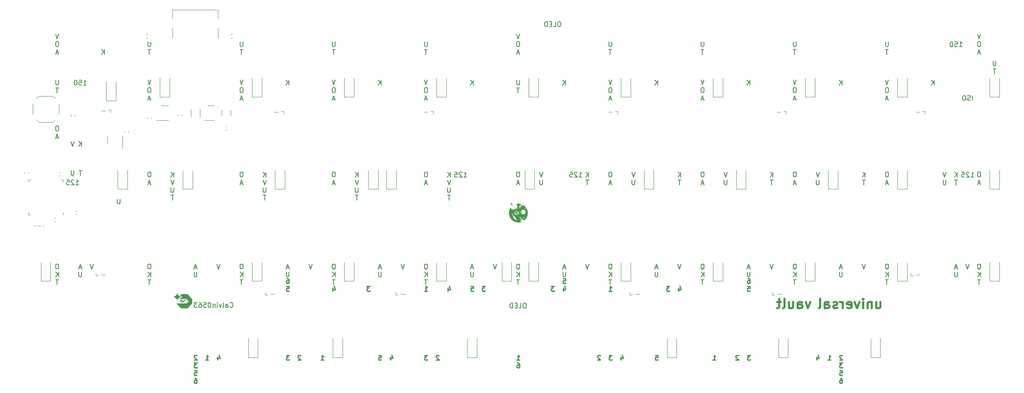
<source format=gbo>
%TF.GenerationSoftware,KiCad,Pcbnew,(7.0.0)*%
%TF.CreationDate,2023-11-20T16:18:32+01:00*%
%TF.ProjectId,universal vault,756e6976-6572-4736-916c-207661756c74,rev?*%
%TF.SameCoordinates,Original*%
%TF.FileFunction,Legend,Bot*%
%TF.FilePolarity,Positive*%
%FSLAX46Y46*%
G04 Gerber Fmt 4.6, Leading zero omitted, Abs format (unit mm)*
G04 Created by KiCad (PCBNEW (7.0.0)) date 2023-11-20 16:18:32*
%MOMM*%
%LPD*%
G01*
G04 APERTURE LIST*
%ADD10C,0.250000*%
%ADD11C,0.150000*%
%ADD12C,0.400000*%
%ADD13C,0.200000*%
%ADD14C,0.120000*%
G04 APERTURE END LIST*
D10*
X166449404Y-109698630D02*
X166925594Y-109698630D01*
X166925594Y-109698630D02*
X166973213Y-110174821D01*
X166973213Y-110174821D02*
X166925594Y-110127202D01*
X166925594Y-110127202D02*
X166830356Y-110079583D01*
X166830356Y-110079583D02*
X166592261Y-110079583D01*
X166592261Y-110079583D02*
X166497023Y-110127202D01*
X166497023Y-110127202D02*
X166449404Y-110174821D01*
X166449404Y-110174821D02*
X166401785Y-110270059D01*
X166401785Y-110270059D02*
X166401785Y-110508154D01*
X166401785Y-110508154D02*
X166449404Y-110603392D01*
X166449404Y-110603392D02*
X166497023Y-110651011D01*
X166497023Y-110651011D02*
X166592261Y-110698630D01*
X166592261Y-110698630D02*
X166830356Y-110698630D01*
X166830356Y-110698630D02*
X166925594Y-110651011D01*
X166925594Y-110651011D02*
X166973213Y-110603392D01*
D11*
X157257737Y-106732380D02*
X157067261Y-106732380D01*
X157067261Y-106732380D02*
X156972023Y-106780000D01*
X156972023Y-106780000D02*
X156876785Y-106875238D01*
X156876785Y-106875238D02*
X156829166Y-107065714D01*
X156829166Y-107065714D02*
X156829166Y-107399047D01*
X156829166Y-107399047D02*
X156876785Y-107589523D01*
X156876785Y-107589523D02*
X156972023Y-107684761D01*
X156972023Y-107684761D02*
X157067261Y-107732380D01*
X157067261Y-107732380D02*
X157257737Y-107732380D01*
X157257737Y-107732380D02*
X157352975Y-107684761D01*
X157352975Y-107684761D02*
X157448213Y-107589523D01*
X157448213Y-107589523D02*
X157495832Y-107399047D01*
X157495832Y-107399047D02*
X157495832Y-107065714D01*
X157495832Y-107065714D02*
X157448213Y-106875238D01*
X157448213Y-106875238D02*
X157352975Y-106780000D01*
X157352975Y-106780000D02*
X157257737Y-106732380D01*
X233648213Y-60662380D02*
X233648213Y-61471904D01*
X233648213Y-61471904D02*
X233600594Y-61567142D01*
X233600594Y-61567142D02*
X233552975Y-61614761D01*
X233552975Y-61614761D02*
X233457737Y-61662380D01*
X233457737Y-61662380D02*
X233267261Y-61662380D01*
X233267261Y-61662380D02*
X233172023Y-61614761D01*
X233172023Y-61614761D02*
X233124404Y-61567142D01*
X233124404Y-61567142D02*
X233076785Y-61471904D01*
X233076785Y-61471904D02*
X233076785Y-60662380D01*
X233648213Y-62282380D02*
X233076785Y-62282380D01*
X233362499Y-63282380D02*
X233362499Y-62282380D01*
X62198213Y-68599880D02*
X62198213Y-69409404D01*
X62198213Y-69409404D02*
X62150594Y-69504642D01*
X62150594Y-69504642D02*
X62102975Y-69552261D01*
X62102975Y-69552261D02*
X62007737Y-69599880D01*
X62007737Y-69599880D02*
X61817261Y-69599880D01*
X61817261Y-69599880D02*
X61722023Y-69552261D01*
X61722023Y-69552261D02*
X61674404Y-69504642D01*
X61674404Y-69504642D02*
X61626785Y-69409404D01*
X61626785Y-69409404D02*
X61626785Y-68599880D01*
X62198213Y-70219880D02*
X61626785Y-70219880D01*
X61912499Y-71219880D02*
X61912499Y-70219880D01*
X65373213Y-87322380D02*
X65373213Y-88131904D01*
X65373213Y-88131904D02*
X65325594Y-88227142D01*
X65325594Y-88227142D02*
X65277975Y-88274761D01*
X65277975Y-88274761D02*
X65182737Y-88322380D01*
X65182737Y-88322380D02*
X64992261Y-88322380D01*
X64992261Y-88322380D02*
X64897023Y-88274761D01*
X64897023Y-88274761D02*
X64849404Y-88227142D01*
X64849404Y-88227142D02*
X64801785Y-88131904D01*
X64801785Y-88131904D02*
X64801785Y-87322380D01*
D10*
X109870832Y-125573630D02*
X109251785Y-125573630D01*
X109251785Y-125573630D02*
X109585118Y-125954583D01*
X109585118Y-125954583D02*
X109442261Y-125954583D01*
X109442261Y-125954583D02*
X109347023Y-126002202D01*
X109347023Y-126002202D02*
X109299404Y-126049821D01*
X109299404Y-126049821D02*
X109251785Y-126145059D01*
X109251785Y-126145059D02*
X109251785Y-126383154D01*
X109251785Y-126383154D02*
X109299404Y-126478392D01*
X109299404Y-126478392D02*
X109347023Y-126526011D01*
X109347023Y-126526011D02*
X109442261Y-126573630D01*
X109442261Y-126573630D02*
X109727975Y-126573630D01*
X109727975Y-126573630D02*
X109823213Y-126526011D01*
X109823213Y-126526011D02*
X109870832Y-126478392D01*
D11*
X119348213Y-109907380D02*
X118776785Y-109907380D01*
X119062499Y-110907380D02*
X119062499Y-109907380D01*
X209883332Y-106732380D02*
X209549999Y-107732380D01*
X209549999Y-107732380D02*
X209216666Y-106732380D01*
X233695832Y-68567380D02*
X233362499Y-69567380D01*
X233362499Y-69567380D02*
X233029166Y-68567380D01*
X233457737Y-70187380D02*
X233267261Y-70187380D01*
X233267261Y-70187380D02*
X233172023Y-70235000D01*
X233172023Y-70235000D02*
X233076785Y-70330238D01*
X233076785Y-70330238D02*
X233029166Y-70520714D01*
X233029166Y-70520714D02*
X233029166Y-70854047D01*
X233029166Y-70854047D02*
X233076785Y-71044523D01*
X233076785Y-71044523D02*
X233172023Y-71139761D01*
X233172023Y-71139761D02*
X233267261Y-71187380D01*
X233267261Y-71187380D02*
X233457737Y-71187380D01*
X233457737Y-71187380D02*
X233552975Y-71139761D01*
X233552975Y-71139761D02*
X233648213Y-71044523D01*
X233648213Y-71044523D02*
X233695832Y-70854047D01*
X233695832Y-70854047D02*
X233695832Y-70520714D01*
X233695832Y-70520714D02*
X233648213Y-70330238D01*
X233648213Y-70330238D02*
X233552975Y-70235000D01*
X233552975Y-70235000D02*
X233457737Y-70187380D01*
X233600594Y-72521666D02*
X233124404Y-72521666D01*
X233695832Y-72807380D02*
X233362499Y-71807380D01*
X233362499Y-71807380D02*
X233029166Y-72807380D01*
X214598213Y-109907380D02*
X214026785Y-109907380D01*
X214312499Y-110907380D02*
X214312499Y-109907380D01*
X105036904Y-88682380D02*
X105036904Y-87682380D01*
X104465476Y-88682380D02*
X104894047Y-88110952D01*
X104465476Y-87682380D02*
X105036904Y-88253809D01*
X65754166Y-90269880D02*
X66325594Y-90269880D01*
X66039880Y-90269880D02*
X66039880Y-89269880D01*
X66039880Y-89269880D02*
X66135118Y-89412738D01*
X66135118Y-89412738D02*
X66230356Y-89507976D01*
X66230356Y-89507976D02*
X66325594Y-89555595D01*
X65373213Y-89365119D02*
X65325594Y-89317500D01*
X65325594Y-89317500D02*
X65230356Y-89269880D01*
X65230356Y-89269880D02*
X64992261Y-89269880D01*
X64992261Y-89269880D02*
X64897023Y-89317500D01*
X64897023Y-89317500D02*
X64849404Y-89365119D01*
X64849404Y-89365119D02*
X64801785Y-89460357D01*
X64801785Y-89460357D02*
X64801785Y-89555595D01*
X64801785Y-89555595D02*
X64849404Y-89698452D01*
X64849404Y-89698452D02*
X65420832Y-90269880D01*
X65420832Y-90269880D02*
X64801785Y-90269880D01*
X63897023Y-89269880D02*
X64373213Y-89269880D01*
X64373213Y-89269880D02*
X64420832Y-89746071D01*
X64420832Y-89746071D02*
X64373213Y-89698452D01*
X64373213Y-89698452D02*
X64277975Y-89650833D01*
X64277975Y-89650833D02*
X64039880Y-89650833D01*
X64039880Y-89650833D02*
X63944642Y-89698452D01*
X63944642Y-89698452D02*
X63897023Y-89746071D01*
X63897023Y-89746071D02*
X63849404Y-89841309D01*
X63849404Y-89841309D02*
X63849404Y-90079404D01*
X63849404Y-90079404D02*
X63897023Y-90174642D01*
X63897023Y-90174642D02*
X63944642Y-90222261D01*
X63944642Y-90222261D02*
X64039880Y-90269880D01*
X64039880Y-90269880D02*
X64277975Y-90269880D01*
X64277975Y-90269880D02*
X64373213Y-90222261D01*
X64373213Y-90222261D02*
X64420832Y-90174642D01*
X224123213Y-108319880D02*
X224123213Y-109129404D01*
X224123213Y-109129404D02*
X224075594Y-109224642D01*
X224075594Y-109224642D02*
X224027975Y-109272261D01*
X224027975Y-109272261D02*
X223932737Y-109319880D01*
X223932737Y-109319880D02*
X223742261Y-109319880D01*
X223742261Y-109319880D02*
X223647023Y-109272261D01*
X223647023Y-109272261D02*
X223599404Y-109224642D01*
X223599404Y-109224642D02*
X223551785Y-109129404D01*
X223551785Y-109129404D02*
X223551785Y-108319880D01*
X90725594Y-107446666D02*
X90249404Y-107446666D01*
X90820832Y-107732380D02*
X90487499Y-106732380D01*
X90487499Y-106732380D02*
X90154166Y-107732380D01*
X228885713Y-89269880D02*
X228314285Y-89269880D01*
X228599999Y-90269880D02*
X228599999Y-89269880D01*
D10*
X204597023Y-109698630D02*
X204787499Y-109698630D01*
X204787499Y-109698630D02*
X204882737Y-109746250D01*
X204882737Y-109746250D02*
X204930356Y-109793869D01*
X204930356Y-109793869D02*
X205025594Y-109936726D01*
X205025594Y-109936726D02*
X205073213Y-110127202D01*
X205073213Y-110127202D02*
X205073213Y-110508154D01*
X205073213Y-110508154D02*
X205025594Y-110603392D01*
X205025594Y-110603392D02*
X204977975Y-110651011D01*
X204977975Y-110651011D02*
X204882737Y-110698630D01*
X204882737Y-110698630D02*
X204692261Y-110698630D01*
X204692261Y-110698630D02*
X204597023Y-110651011D01*
X204597023Y-110651011D02*
X204549404Y-110603392D01*
X204549404Y-110603392D02*
X204501785Y-110508154D01*
X204501785Y-110508154D02*
X204501785Y-110270059D01*
X204501785Y-110270059D02*
X204549404Y-110174821D01*
X204549404Y-110174821D02*
X204597023Y-110127202D01*
X204597023Y-110127202D02*
X204692261Y-110079583D01*
X204692261Y-110079583D02*
X204882737Y-110079583D01*
X204882737Y-110079583D02*
X204977975Y-110127202D01*
X204977975Y-110127202D02*
X205025594Y-110174821D01*
X205025594Y-110174821D02*
X205073213Y-110270059D01*
X223647023Y-130336130D02*
X223837499Y-130336130D01*
X223837499Y-130336130D02*
X223932737Y-130383750D01*
X223932737Y-130383750D02*
X223980356Y-130431369D01*
X223980356Y-130431369D02*
X224075594Y-130574226D01*
X224075594Y-130574226D02*
X224123213Y-130764702D01*
X224123213Y-130764702D02*
X224123213Y-131145654D01*
X224123213Y-131145654D02*
X224075594Y-131240892D01*
X224075594Y-131240892D02*
X224027975Y-131288511D01*
X224027975Y-131288511D02*
X223932737Y-131336130D01*
X223932737Y-131336130D02*
X223742261Y-131336130D01*
X223742261Y-131336130D02*
X223647023Y-131288511D01*
X223647023Y-131288511D02*
X223599404Y-131240892D01*
X223599404Y-131240892D02*
X223551785Y-131145654D01*
X223551785Y-131145654D02*
X223551785Y-130907559D01*
X223551785Y-130907559D02*
X223599404Y-130812321D01*
X223599404Y-130812321D02*
X223647023Y-130764702D01*
X223647023Y-130764702D02*
X223742261Y-130717083D01*
X223742261Y-130717083D02*
X223932737Y-130717083D01*
X223932737Y-130717083D02*
X224027975Y-130764702D01*
X224027975Y-130764702D02*
X224075594Y-130812321D01*
X224075594Y-130812321D02*
X224123213Y-130907559D01*
D11*
X133683332Y-106732380D02*
X133349999Y-107732380D01*
X133349999Y-107732380D02*
X133016666Y-106732380D01*
X81057737Y-106699880D02*
X80867261Y-106699880D01*
X80867261Y-106699880D02*
X80772023Y-106747500D01*
X80772023Y-106747500D02*
X80676785Y-106842738D01*
X80676785Y-106842738D02*
X80629166Y-107033214D01*
X80629166Y-107033214D02*
X80629166Y-107366547D01*
X80629166Y-107366547D02*
X80676785Y-107557023D01*
X80676785Y-107557023D02*
X80772023Y-107652261D01*
X80772023Y-107652261D02*
X80867261Y-107699880D01*
X80867261Y-107699880D02*
X81057737Y-107699880D01*
X81057737Y-107699880D02*
X81152975Y-107652261D01*
X81152975Y-107652261D02*
X81248213Y-107557023D01*
X81248213Y-107557023D02*
X81295832Y-107366547D01*
X81295832Y-107366547D02*
X81295832Y-107033214D01*
X81295832Y-107033214D02*
X81248213Y-106842738D01*
X81248213Y-106842738D02*
X81152975Y-106747500D01*
X81152975Y-106747500D02*
X81057737Y-106699880D01*
X81224404Y-109319880D02*
X81224404Y-108319880D01*
X80652976Y-109319880D02*
X81081547Y-108748452D01*
X80652976Y-108319880D02*
X81224404Y-108891309D01*
X105060713Y-90857380D02*
X105060713Y-91666904D01*
X105060713Y-91666904D02*
X105013094Y-91762142D01*
X105013094Y-91762142D02*
X104965475Y-91809761D01*
X104965475Y-91809761D02*
X104870237Y-91857380D01*
X104870237Y-91857380D02*
X104679761Y-91857380D01*
X104679761Y-91857380D02*
X104584523Y-91809761D01*
X104584523Y-91809761D02*
X104536904Y-91762142D01*
X104536904Y-91762142D02*
X104489285Y-91666904D01*
X104489285Y-91666904D02*
X104489285Y-90857380D01*
X71699404Y-63282380D02*
X71699404Y-62282380D01*
X71127976Y-63282380D02*
X71556547Y-62710952D01*
X71127976Y-62282380D02*
X71699404Y-62853809D01*
D10*
X140779463Y-125668869D02*
X140731844Y-125621250D01*
X140731844Y-125621250D02*
X140636606Y-125573630D01*
X140636606Y-125573630D02*
X140398511Y-125573630D01*
X140398511Y-125573630D02*
X140303273Y-125621250D01*
X140303273Y-125621250D02*
X140255654Y-125668869D01*
X140255654Y-125668869D02*
X140208035Y-125764107D01*
X140208035Y-125764107D02*
X140208035Y-125859345D01*
X140208035Y-125859345D02*
X140255654Y-126002202D01*
X140255654Y-126002202D02*
X140827082Y-126573630D01*
X140827082Y-126573630D02*
X140208035Y-126573630D01*
X90249404Y-128748630D02*
X90725594Y-128748630D01*
X90725594Y-128748630D02*
X90773213Y-129224821D01*
X90773213Y-129224821D02*
X90725594Y-129177202D01*
X90725594Y-129177202D02*
X90630356Y-129129583D01*
X90630356Y-129129583D02*
X90392261Y-129129583D01*
X90392261Y-129129583D02*
X90297023Y-129177202D01*
X90297023Y-129177202D02*
X90249404Y-129224821D01*
X90249404Y-129224821D02*
X90201785Y-129320059D01*
X90201785Y-129320059D02*
X90201785Y-129558154D01*
X90201785Y-129558154D02*
X90249404Y-129653392D01*
X90249404Y-129653392D02*
X90297023Y-129701011D01*
X90297023Y-129701011D02*
X90392261Y-129748630D01*
X90392261Y-129748630D02*
X90630356Y-129748630D01*
X90630356Y-129748630D02*
X90725594Y-129701011D01*
X90725594Y-129701011D02*
X90773213Y-129653392D01*
D11*
X219360713Y-89269880D02*
X219360713Y-90079404D01*
X219360713Y-90079404D02*
X219313094Y-90174642D01*
X219313094Y-90174642D02*
X219265475Y-90222261D01*
X219265475Y-90222261D02*
X219170237Y-90269880D01*
X219170237Y-90269880D02*
X218979761Y-90269880D01*
X218979761Y-90269880D02*
X218884523Y-90222261D01*
X218884523Y-90222261D02*
X218836904Y-90174642D01*
X218836904Y-90174642D02*
X218789285Y-90079404D01*
X218789285Y-90079404D02*
X218789285Y-89269880D01*
X157257737Y-87649880D02*
X157067261Y-87649880D01*
X157067261Y-87649880D02*
X156972023Y-87697500D01*
X156972023Y-87697500D02*
X156876785Y-87792738D01*
X156876785Y-87792738D02*
X156829166Y-87983214D01*
X156829166Y-87983214D02*
X156829166Y-88316547D01*
X156829166Y-88316547D02*
X156876785Y-88507023D01*
X156876785Y-88507023D02*
X156972023Y-88602261D01*
X156972023Y-88602261D02*
X157067261Y-88649880D01*
X157067261Y-88649880D02*
X157257737Y-88649880D01*
X157257737Y-88649880D02*
X157352975Y-88602261D01*
X157352975Y-88602261D02*
X157448213Y-88507023D01*
X157448213Y-88507023D02*
X157495832Y-88316547D01*
X157495832Y-88316547D02*
X157495832Y-87983214D01*
X157495832Y-87983214D02*
X157448213Y-87792738D01*
X157448213Y-87792738D02*
X157352975Y-87697500D01*
X157352975Y-87697500D02*
X157257737Y-87649880D01*
X157400594Y-89984166D02*
X156924404Y-89984166D01*
X157495832Y-90269880D02*
X157162499Y-89269880D01*
X157162499Y-89269880D02*
X156829166Y-90269880D01*
X162210713Y-89269880D02*
X162210713Y-90079404D01*
X162210713Y-90079404D02*
X162163094Y-90174642D01*
X162163094Y-90174642D02*
X162115475Y-90222261D01*
X162115475Y-90222261D02*
X162020237Y-90269880D01*
X162020237Y-90269880D02*
X161829761Y-90269880D01*
X161829761Y-90269880D02*
X161734523Y-90222261D01*
X161734523Y-90222261D02*
X161686904Y-90174642D01*
X161686904Y-90174642D02*
X161639285Y-90079404D01*
X161639285Y-90079404D02*
X161639285Y-89269880D01*
X233457737Y-106732380D02*
X233267261Y-106732380D01*
X233267261Y-106732380D02*
X233172023Y-106780000D01*
X233172023Y-106780000D02*
X233076785Y-106875238D01*
X233076785Y-106875238D02*
X233029166Y-107065714D01*
X233029166Y-107065714D02*
X233029166Y-107399047D01*
X233029166Y-107399047D02*
X233076785Y-107589523D01*
X233076785Y-107589523D02*
X233172023Y-107684761D01*
X233172023Y-107684761D02*
X233267261Y-107732380D01*
X233267261Y-107732380D02*
X233457737Y-107732380D01*
X233457737Y-107732380D02*
X233552975Y-107684761D01*
X233552975Y-107684761D02*
X233648213Y-107589523D01*
X233648213Y-107589523D02*
X233695832Y-107399047D01*
X233695832Y-107399047D02*
X233695832Y-107065714D01*
X233695832Y-107065714D02*
X233648213Y-106875238D01*
X233648213Y-106875238D02*
X233552975Y-106780000D01*
X233552975Y-106780000D02*
X233457737Y-106732380D01*
D10*
X142684523Y-111619464D02*
X142684523Y-112286130D01*
X142922618Y-111238511D02*
X143160713Y-111952797D01*
X143160713Y-111952797D02*
X142541666Y-111952797D01*
X176545832Y-125573630D02*
X175926785Y-125573630D01*
X175926785Y-125573630D02*
X176260118Y-125954583D01*
X176260118Y-125954583D02*
X176117261Y-125954583D01*
X176117261Y-125954583D02*
X176022023Y-126002202D01*
X176022023Y-126002202D02*
X175974404Y-126049821D01*
X175974404Y-126049821D02*
X175926785Y-126145059D01*
X175926785Y-126145059D02*
X175926785Y-126383154D01*
X175926785Y-126383154D02*
X175974404Y-126478392D01*
X175974404Y-126478392D02*
X176022023Y-126526011D01*
X176022023Y-126526011D02*
X176117261Y-126573630D01*
X176117261Y-126573630D02*
X176402975Y-126573630D01*
X176402975Y-126573630D02*
X176498213Y-126526011D01*
X176498213Y-126526011D02*
X176545832Y-126478392D01*
D11*
X62007737Y-78124880D02*
X61817261Y-78124880D01*
X61817261Y-78124880D02*
X61722023Y-78172500D01*
X61722023Y-78172500D02*
X61626785Y-78267738D01*
X61626785Y-78267738D02*
X61579166Y-78458214D01*
X61579166Y-78458214D02*
X61579166Y-78791547D01*
X61579166Y-78791547D02*
X61626785Y-78982023D01*
X61626785Y-78982023D02*
X61722023Y-79077261D01*
X61722023Y-79077261D02*
X61817261Y-79124880D01*
X61817261Y-79124880D02*
X62007737Y-79124880D01*
X62007737Y-79124880D02*
X62102975Y-79077261D01*
X62102975Y-79077261D02*
X62198213Y-78982023D01*
X62198213Y-78982023D02*
X62245832Y-78791547D01*
X62245832Y-78791547D02*
X62245832Y-78458214D01*
X62245832Y-78458214D02*
X62198213Y-78267738D01*
X62198213Y-78267738D02*
X62102975Y-78172500D01*
X62102975Y-78172500D02*
X62007737Y-78124880D01*
X62150594Y-80459166D02*
X61674404Y-80459166D01*
X62245832Y-80744880D02*
X61912499Y-79744880D01*
X61912499Y-79744880D02*
X61579166Y-80744880D01*
X143160713Y-92444880D02*
X142589285Y-92444880D01*
X142874999Y-93444880D02*
X142874999Y-92444880D01*
X86058332Y-89269880D02*
X85724999Y-90269880D01*
X85724999Y-90269880D02*
X85391666Y-89269880D01*
X100107737Y-106699880D02*
X99917261Y-106699880D01*
X99917261Y-106699880D02*
X99822023Y-106747500D01*
X99822023Y-106747500D02*
X99726785Y-106842738D01*
X99726785Y-106842738D02*
X99679166Y-107033214D01*
X99679166Y-107033214D02*
X99679166Y-107366547D01*
X99679166Y-107366547D02*
X99726785Y-107557023D01*
X99726785Y-107557023D02*
X99822023Y-107652261D01*
X99822023Y-107652261D02*
X99917261Y-107699880D01*
X99917261Y-107699880D02*
X100107737Y-107699880D01*
X100107737Y-107699880D02*
X100202975Y-107652261D01*
X100202975Y-107652261D02*
X100298213Y-107557023D01*
X100298213Y-107557023D02*
X100345832Y-107366547D01*
X100345832Y-107366547D02*
X100345832Y-107033214D01*
X100345832Y-107033214D02*
X100298213Y-106842738D01*
X100298213Y-106842738D02*
X100202975Y-106747500D01*
X100202975Y-106747500D02*
X100107737Y-106699880D01*
X100274404Y-109319880D02*
X100274404Y-108319880D01*
X99702976Y-109319880D02*
X100131547Y-108748452D01*
X99702976Y-108319880D02*
X100274404Y-108891309D01*
D10*
X128349404Y-125573630D02*
X128825594Y-125573630D01*
X128825594Y-125573630D02*
X128873213Y-126049821D01*
X128873213Y-126049821D02*
X128825594Y-126002202D01*
X128825594Y-126002202D02*
X128730356Y-125954583D01*
X128730356Y-125954583D02*
X128492261Y-125954583D01*
X128492261Y-125954583D02*
X128397023Y-126002202D01*
X128397023Y-126002202D02*
X128349404Y-126049821D01*
X128349404Y-126049821D02*
X128301785Y-126145059D01*
X128301785Y-126145059D02*
X128301785Y-126383154D01*
X128301785Y-126383154D02*
X128349404Y-126478392D01*
X128349404Y-126478392D02*
X128397023Y-126526011D01*
X128397023Y-126526011D02*
X128492261Y-126573630D01*
X128492261Y-126573630D02*
X128730356Y-126573630D01*
X128730356Y-126573630D02*
X128825594Y-126526011D01*
X128825594Y-126526011D02*
X128873213Y-126478392D01*
D11*
X176498213Y-60662380D02*
X176498213Y-61471904D01*
X176498213Y-61471904D02*
X176450594Y-61567142D01*
X176450594Y-61567142D02*
X176402975Y-61614761D01*
X176402975Y-61614761D02*
X176307737Y-61662380D01*
X176307737Y-61662380D02*
X176117261Y-61662380D01*
X176117261Y-61662380D02*
X176022023Y-61614761D01*
X176022023Y-61614761D02*
X175974404Y-61567142D01*
X175974404Y-61567142D02*
X175926785Y-61471904D01*
X175926785Y-61471904D02*
X175926785Y-60662380D01*
X176498213Y-62282380D02*
X175926785Y-62282380D01*
X176212499Y-63282380D02*
X176212499Y-62282380D01*
D12*
X231151488Y-114495178D02*
X231151488Y-115828511D01*
X232008631Y-114495178D02*
X232008631Y-115542797D01*
X232008631Y-115542797D02*
X231913393Y-115733273D01*
X231913393Y-115733273D02*
X231722917Y-115828511D01*
X231722917Y-115828511D02*
X231437202Y-115828511D01*
X231437202Y-115828511D02*
X231246726Y-115733273D01*
X231246726Y-115733273D02*
X231151488Y-115638035D01*
X230199107Y-114495178D02*
X230199107Y-115828511D01*
X230199107Y-114685654D02*
X230103869Y-114590416D01*
X230103869Y-114590416D02*
X229913393Y-114495178D01*
X229913393Y-114495178D02*
X229627678Y-114495178D01*
X229627678Y-114495178D02*
X229437202Y-114590416D01*
X229437202Y-114590416D02*
X229341964Y-114780892D01*
X229341964Y-114780892D02*
X229341964Y-115828511D01*
X228389583Y-115828511D02*
X228389583Y-114495178D01*
X228389583Y-113828511D02*
X228484821Y-113923750D01*
X228484821Y-113923750D02*
X228389583Y-114018988D01*
X228389583Y-114018988D02*
X228294345Y-113923750D01*
X228294345Y-113923750D02*
X228389583Y-113828511D01*
X228389583Y-113828511D02*
X228389583Y-114018988D01*
X227627678Y-114495178D02*
X227151488Y-115828511D01*
X227151488Y-115828511D02*
X226675297Y-114495178D01*
X225151487Y-115733273D02*
X225341963Y-115828511D01*
X225341963Y-115828511D02*
X225722916Y-115828511D01*
X225722916Y-115828511D02*
X225913392Y-115733273D01*
X225913392Y-115733273D02*
X226008630Y-115542797D01*
X226008630Y-115542797D02*
X226008630Y-114780892D01*
X226008630Y-114780892D02*
X225913392Y-114590416D01*
X225913392Y-114590416D02*
X225722916Y-114495178D01*
X225722916Y-114495178D02*
X225341963Y-114495178D01*
X225341963Y-114495178D02*
X225151487Y-114590416D01*
X225151487Y-114590416D02*
X225056249Y-114780892D01*
X225056249Y-114780892D02*
X225056249Y-114971369D01*
X225056249Y-114971369D02*
X226008630Y-115161845D01*
X224199106Y-115828511D02*
X224199106Y-114495178D01*
X224199106Y-114876130D02*
X224103868Y-114685654D01*
X224103868Y-114685654D02*
X224008630Y-114590416D01*
X224008630Y-114590416D02*
X223818154Y-114495178D01*
X223818154Y-114495178D02*
X223627677Y-114495178D01*
X223056249Y-115733273D02*
X222865773Y-115828511D01*
X222865773Y-115828511D02*
X222484821Y-115828511D01*
X222484821Y-115828511D02*
X222294344Y-115733273D01*
X222294344Y-115733273D02*
X222199106Y-115542797D01*
X222199106Y-115542797D02*
X222199106Y-115447559D01*
X222199106Y-115447559D02*
X222294344Y-115257083D01*
X222294344Y-115257083D02*
X222484821Y-115161845D01*
X222484821Y-115161845D02*
X222770535Y-115161845D01*
X222770535Y-115161845D02*
X222961011Y-115066607D01*
X222961011Y-115066607D02*
X223056249Y-114876130D01*
X223056249Y-114876130D02*
X223056249Y-114780892D01*
X223056249Y-114780892D02*
X222961011Y-114590416D01*
X222961011Y-114590416D02*
X222770535Y-114495178D01*
X222770535Y-114495178D02*
X222484821Y-114495178D01*
X222484821Y-114495178D02*
X222294344Y-114590416D01*
X220484820Y-115828511D02*
X220484820Y-114780892D01*
X220484820Y-114780892D02*
X220580058Y-114590416D01*
X220580058Y-114590416D02*
X220770534Y-114495178D01*
X220770534Y-114495178D02*
X221151487Y-114495178D01*
X221151487Y-114495178D02*
X221341963Y-114590416D01*
X220484820Y-115733273D02*
X220675296Y-115828511D01*
X220675296Y-115828511D02*
X221151487Y-115828511D01*
X221151487Y-115828511D02*
X221341963Y-115733273D01*
X221341963Y-115733273D02*
X221437201Y-115542797D01*
X221437201Y-115542797D02*
X221437201Y-115352321D01*
X221437201Y-115352321D02*
X221341963Y-115161845D01*
X221341963Y-115161845D02*
X221151487Y-115066607D01*
X221151487Y-115066607D02*
X220675296Y-115066607D01*
X220675296Y-115066607D02*
X220484820Y-114971369D01*
X219246725Y-115828511D02*
X219437201Y-115733273D01*
X219437201Y-115733273D02*
X219532439Y-115542797D01*
X219532439Y-115542797D02*
X219532439Y-113828511D01*
X217475296Y-114495178D02*
X216999106Y-115828511D01*
X216999106Y-115828511D02*
X216522915Y-114495178D01*
X214903867Y-115828511D02*
X214903867Y-114780892D01*
X214903867Y-114780892D02*
X214999105Y-114590416D01*
X214999105Y-114590416D02*
X215189581Y-114495178D01*
X215189581Y-114495178D02*
X215570534Y-114495178D01*
X215570534Y-114495178D02*
X215761010Y-114590416D01*
X214903867Y-115733273D02*
X215094343Y-115828511D01*
X215094343Y-115828511D02*
X215570534Y-115828511D01*
X215570534Y-115828511D02*
X215761010Y-115733273D01*
X215761010Y-115733273D02*
X215856248Y-115542797D01*
X215856248Y-115542797D02*
X215856248Y-115352321D01*
X215856248Y-115352321D02*
X215761010Y-115161845D01*
X215761010Y-115161845D02*
X215570534Y-115066607D01*
X215570534Y-115066607D02*
X215094343Y-115066607D01*
X215094343Y-115066607D02*
X214903867Y-114971369D01*
X213094343Y-114495178D02*
X213094343Y-115828511D01*
X213951486Y-114495178D02*
X213951486Y-115542797D01*
X213951486Y-115542797D02*
X213856248Y-115733273D01*
X213856248Y-115733273D02*
X213665772Y-115828511D01*
X213665772Y-115828511D02*
X213380057Y-115828511D01*
X213380057Y-115828511D02*
X213189581Y-115733273D01*
X213189581Y-115733273D02*
X213094343Y-115638035D01*
X211856248Y-115828511D02*
X212046724Y-115733273D01*
X212046724Y-115733273D02*
X212141962Y-115542797D01*
X212141962Y-115542797D02*
X212141962Y-113828511D01*
X211380057Y-114495178D02*
X210618153Y-114495178D01*
X211094343Y-113828511D02*
X211094343Y-115542797D01*
X211094343Y-115542797D02*
X210999105Y-115733273D01*
X210999105Y-115733273D02*
X210808629Y-115828511D01*
X210808629Y-115828511D02*
X210618153Y-115828511D01*
D11*
X251031249Y-72807380D02*
X251031249Y-71807380D01*
X250602678Y-72759761D02*
X250459821Y-72807380D01*
X250459821Y-72807380D02*
X250221726Y-72807380D01*
X250221726Y-72807380D02*
X250126488Y-72759761D01*
X250126488Y-72759761D02*
X250078869Y-72712142D01*
X250078869Y-72712142D02*
X250031250Y-72616904D01*
X250031250Y-72616904D02*
X250031250Y-72521666D01*
X250031250Y-72521666D02*
X250078869Y-72426428D01*
X250078869Y-72426428D02*
X250126488Y-72378809D01*
X250126488Y-72378809D02*
X250221726Y-72331190D01*
X250221726Y-72331190D02*
X250412202Y-72283571D01*
X250412202Y-72283571D02*
X250507440Y-72235952D01*
X250507440Y-72235952D02*
X250555059Y-72188333D01*
X250555059Y-72188333D02*
X250602678Y-72093095D01*
X250602678Y-72093095D02*
X250602678Y-71997857D01*
X250602678Y-71997857D02*
X250555059Y-71902619D01*
X250555059Y-71902619D02*
X250507440Y-71855000D01*
X250507440Y-71855000D02*
X250412202Y-71807380D01*
X250412202Y-71807380D02*
X250174107Y-71807380D01*
X250174107Y-71807380D02*
X250031250Y-71855000D01*
X249412202Y-71807380D02*
X249221726Y-71807380D01*
X249221726Y-71807380D02*
X249126488Y-71855000D01*
X249126488Y-71855000D02*
X249031250Y-71950238D01*
X249031250Y-71950238D02*
X248983631Y-72140714D01*
X248983631Y-72140714D02*
X248983631Y-72474047D01*
X248983631Y-72474047D02*
X249031250Y-72664523D01*
X249031250Y-72664523D02*
X249126488Y-72759761D01*
X249126488Y-72759761D02*
X249221726Y-72807380D01*
X249221726Y-72807380D02*
X249412202Y-72807380D01*
X249412202Y-72807380D02*
X249507440Y-72759761D01*
X249507440Y-72759761D02*
X249602678Y-72664523D01*
X249602678Y-72664523D02*
X249650297Y-72474047D01*
X249650297Y-72474047D02*
X249650297Y-72140714D01*
X249650297Y-72140714D02*
X249602678Y-71950238D01*
X249602678Y-71950238D02*
X249507440Y-71855000D01*
X249507440Y-71855000D02*
X249412202Y-71807380D01*
X252507737Y-106732380D02*
X252317261Y-106732380D01*
X252317261Y-106732380D02*
X252222023Y-106780000D01*
X252222023Y-106780000D02*
X252126785Y-106875238D01*
X252126785Y-106875238D02*
X252079166Y-107065714D01*
X252079166Y-107065714D02*
X252079166Y-107399047D01*
X252079166Y-107399047D02*
X252126785Y-107589523D01*
X252126785Y-107589523D02*
X252222023Y-107684761D01*
X252222023Y-107684761D02*
X252317261Y-107732380D01*
X252317261Y-107732380D02*
X252507737Y-107732380D01*
X252507737Y-107732380D02*
X252602975Y-107684761D01*
X252602975Y-107684761D02*
X252698213Y-107589523D01*
X252698213Y-107589523D02*
X252745832Y-107399047D01*
X252745832Y-107399047D02*
X252745832Y-107065714D01*
X252745832Y-107065714D02*
X252698213Y-106875238D01*
X252698213Y-106875238D02*
X252602975Y-106780000D01*
X252602975Y-106780000D02*
X252507737Y-106732380D01*
X166973213Y-108319880D02*
X166973213Y-109129404D01*
X166973213Y-109129404D02*
X166925594Y-109224642D01*
X166925594Y-109224642D02*
X166877975Y-109272261D01*
X166877975Y-109272261D02*
X166782737Y-109319880D01*
X166782737Y-109319880D02*
X166592261Y-109319880D01*
X166592261Y-109319880D02*
X166497023Y-109272261D01*
X166497023Y-109272261D02*
X166449404Y-109224642D01*
X166449404Y-109224642D02*
X166401785Y-109129404D01*
X166401785Y-109129404D02*
X166401785Y-108319880D01*
D10*
X174116963Y-125668869D02*
X174069344Y-125621250D01*
X174069344Y-125621250D02*
X173974106Y-125573630D01*
X173974106Y-125573630D02*
X173736011Y-125573630D01*
X173736011Y-125573630D02*
X173640773Y-125621250D01*
X173640773Y-125621250D02*
X173593154Y-125668869D01*
X173593154Y-125668869D02*
X173545535Y-125764107D01*
X173545535Y-125764107D02*
X173545535Y-125859345D01*
X173545535Y-125859345D02*
X173593154Y-126002202D01*
X173593154Y-126002202D02*
X174164582Y-126573630D01*
X174164582Y-126573630D02*
X173545535Y-126573630D01*
D11*
X105108332Y-89269880D02*
X104774999Y-90269880D01*
X104774999Y-90269880D02*
X104441666Y-89269880D01*
D10*
X90297023Y-130336130D02*
X90487499Y-130336130D01*
X90487499Y-130336130D02*
X90582737Y-130383750D01*
X90582737Y-130383750D02*
X90630356Y-130431369D01*
X90630356Y-130431369D02*
X90725594Y-130574226D01*
X90725594Y-130574226D02*
X90773213Y-130764702D01*
X90773213Y-130764702D02*
X90773213Y-131145654D01*
X90773213Y-131145654D02*
X90725594Y-131240892D01*
X90725594Y-131240892D02*
X90677975Y-131288511D01*
X90677975Y-131288511D02*
X90582737Y-131336130D01*
X90582737Y-131336130D02*
X90392261Y-131336130D01*
X90392261Y-131336130D02*
X90297023Y-131288511D01*
X90297023Y-131288511D02*
X90249404Y-131240892D01*
X90249404Y-131240892D02*
X90201785Y-131145654D01*
X90201785Y-131145654D02*
X90201785Y-130907559D01*
X90201785Y-130907559D02*
X90249404Y-130812321D01*
X90249404Y-130812321D02*
X90297023Y-130764702D01*
X90297023Y-130764702D02*
X90392261Y-130717083D01*
X90392261Y-130717083D02*
X90582737Y-130717083D01*
X90582737Y-130717083D02*
X90677975Y-130764702D01*
X90677975Y-130764702D02*
X90725594Y-130812321D01*
X90725594Y-130812321D02*
X90773213Y-130907559D01*
D11*
X245602082Y-87682380D02*
X245268749Y-88682380D01*
X245268749Y-88682380D02*
X244935416Y-87682380D01*
X65420832Y-81332380D02*
X65087499Y-82332380D01*
X65087499Y-82332380D02*
X64754166Y-81332380D01*
X143208332Y-89269880D02*
X142874999Y-90269880D01*
X142874999Y-90269880D02*
X142541666Y-89269880D01*
D10*
X126539582Y-111286130D02*
X125920535Y-111286130D01*
X125920535Y-111286130D02*
X126253868Y-111667083D01*
X126253868Y-111667083D02*
X126111011Y-111667083D01*
X126111011Y-111667083D02*
X126015773Y-111714702D01*
X126015773Y-111714702D02*
X125968154Y-111762321D01*
X125968154Y-111762321D02*
X125920535Y-111857559D01*
X125920535Y-111857559D02*
X125920535Y-112095654D01*
X125920535Y-112095654D02*
X125968154Y-112190892D01*
X125968154Y-112190892D02*
X126015773Y-112238511D01*
X126015773Y-112238511D02*
X126111011Y-112286130D01*
X126111011Y-112286130D02*
X126396725Y-112286130D01*
X126396725Y-112286130D02*
X126491963Y-112238511D01*
X126491963Y-112238511D02*
X126539582Y-112190892D01*
X130778273Y-125906964D02*
X130778273Y-126573630D01*
X131016368Y-125526011D02*
X131254463Y-126240297D01*
X131254463Y-126240297D02*
X130635416Y-126240297D01*
D11*
X66960713Y-108319880D02*
X66960713Y-109129404D01*
X66960713Y-109129404D02*
X66913094Y-109224642D01*
X66913094Y-109224642D02*
X66865475Y-109272261D01*
X66865475Y-109272261D02*
X66770237Y-109319880D01*
X66770237Y-109319880D02*
X66579761Y-109319880D01*
X66579761Y-109319880D02*
X66484523Y-109272261D01*
X66484523Y-109272261D02*
X66436904Y-109224642D01*
X66436904Y-109224642D02*
X66389285Y-109129404D01*
X66389285Y-109129404D02*
X66389285Y-108319880D01*
X74898213Y-93238630D02*
X74898213Y-94048154D01*
X74898213Y-94048154D02*
X74850594Y-94143392D01*
X74850594Y-94143392D02*
X74802975Y-94191011D01*
X74802975Y-94191011D02*
X74707737Y-94238630D01*
X74707737Y-94238630D02*
X74517261Y-94238630D01*
X74517261Y-94238630D02*
X74422023Y-94191011D01*
X74422023Y-94191011D02*
X74374404Y-94143392D01*
X74374404Y-94143392D02*
X74326785Y-94048154D01*
X74326785Y-94048154D02*
X74326785Y-93238630D01*
X67341666Y-69632380D02*
X67913094Y-69632380D01*
X67627380Y-69632380D02*
X67627380Y-68632380D01*
X67627380Y-68632380D02*
X67722618Y-68775238D01*
X67722618Y-68775238D02*
X67817856Y-68870476D01*
X67817856Y-68870476D02*
X67913094Y-68918095D01*
X66436904Y-68632380D02*
X66913094Y-68632380D01*
X66913094Y-68632380D02*
X66960713Y-69108571D01*
X66960713Y-69108571D02*
X66913094Y-69060952D01*
X66913094Y-69060952D02*
X66817856Y-69013333D01*
X66817856Y-69013333D02*
X66579761Y-69013333D01*
X66579761Y-69013333D02*
X66484523Y-69060952D01*
X66484523Y-69060952D02*
X66436904Y-69108571D01*
X66436904Y-69108571D02*
X66389285Y-69203809D01*
X66389285Y-69203809D02*
X66389285Y-69441904D01*
X66389285Y-69441904D02*
X66436904Y-69537142D01*
X66436904Y-69537142D02*
X66484523Y-69584761D01*
X66484523Y-69584761D02*
X66579761Y-69632380D01*
X66579761Y-69632380D02*
X66817856Y-69632380D01*
X66817856Y-69632380D02*
X66913094Y-69584761D01*
X66913094Y-69584761D02*
X66960713Y-69537142D01*
X65770237Y-68632380D02*
X65674999Y-68632380D01*
X65674999Y-68632380D02*
X65579761Y-68680000D01*
X65579761Y-68680000D02*
X65532142Y-68727619D01*
X65532142Y-68727619D02*
X65484523Y-68822857D01*
X65484523Y-68822857D02*
X65436904Y-69013333D01*
X65436904Y-69013333D02*
X65436904Y-69251428D01*
X65436904Y-69251428D02*
X65484523Y-69441904D01*
X65484523Y-69441904D02*
X65532142Y-69537142D01*
X65532142Y-69537142D02*
X65579761Y-69584761D01*
X65579761Y-69584761D02*
X65674999Y-69632380D01*
X65674999Y-69632380D02*
X65770237Y-69632380D01*
X65770237Y-69632380D02*
X65865475Y-69584761D01*
X65865475Y-69584761D02*
X65913094Y-69537142D01*
X65913094Y-69537142D02*
X65960713Y-69441904D01*
X65960713Y-69441904D02*
X66008332Y-69251428D01*
X66008332Y-69251428D02*
X66008332Y-69013333D01*
X66008332Y-69013333D02*
X65960713Y-68822857D01*
X65960713Y-68822857D02*
X65913094Y-68727619D01*
X65913094Y-68727619D02*
X65865475Y-68680000D01*
X65865475Y-68680000D02*
X65770237Y-68632380D01*
X147923213Y-108319880D02*
X147923213Y-109129404D01*
X147923213Y-109129404D02*
X147875594Y-109224642D01*
X147875594Y-109224642D02*
X147827975Y-109272261D01*
X147827975Y-109272261D02*
X147732737Y-109319880D01*
X147732737Y-109319880D02*
X147542261Y-109319880D01*
X147542261Y-109319880D02*
X147447023Y-109272261D01*
X147447023Y-109272261D02*
X147399404Y-109224642D01*
X147399404Y-109224642D02*
X147351785Y-109129404D01*
X147351785Y-109129404D02*
X147351785Y-108319880D01*
D10*
X95059523Y-125906964D02*
X95059523Y-126573630D01*
X95297618Y-125526011D02*
X95535713Y-126240297D01*
X95535713Y-126240297D02*
X94916666Y-126240297D01*
X190309523Y-111619464D02*
X190309523Y-112286130D01*
X190547618Y-111238511D02*
X190785713Y-111952797D01*
X190785713Y-111952797D02*
X190166666Y-111952797D01*
D11*
X205073213Y-108319880D02*
X205073213Y-109129404D01*
X205073213Y-109129404D02*
X205025594Y-109224642D01*
X205025594Y-109224642D02*
X204977975Y-109272261D01*
X204977975Y-109272261D02*
X204882737Y-109319880D01*
X204882737Y-109319880D02*
X204692261Y-109319880D01*
X204692261Y-109319880D02*
X204597023Y-109272261D01*
X204597023Y-109272261D02*
X204549404Y-109224642D01*
X204549404Y-109224642D02*
X204501785Y-109129404D01*
X204501785Y-109129404D02*
X204501785Y-108319880D01*
D10*
X137826785Y-112286130D02*
X138398213Y-112286130D01*
X138112499Y-112286130D02*
X138112499Y-111286130D01*
X138112499Y-111286130D02*
X138207737Y-111428988D01*
X138207737Y-111428988D02*
X138302975Y-111524226D01*
X138302975Y-111524226D02*
X138398213Y-111571845D01*
D11*
X100298213Y-109907380D02*
X99726785Y-109907380D01*
X100012499Y-110907380D02*
X100012499Y-109907380D01*
X185999404Y-69632380D02*
X185999404Y-68632380D01*
X185427976Y-69632380D02*
X185856547Y-69060952D01*
X185427976Y-68632380D02*
X185999404Y-69203809D01*
X105060713Y-92444880D02*
X104489285Y-92444880D01*
X104774999Y-93444880D02*
X104774999Y-92444880D01*
D10*
X112204463Y-125668869D02*
X112156844Y-125621250D01*
X112156844Y-125621250D02*
X112061606Y-125573630D01*
X112061606Y-125573630D02*
X111823511Y-125573630D01*
X111823511Y-125573630D02*
X111728273Y-125621250D01*
X111728273Y-125621250D02*
X111680654Y-125668869D01*
X111680654Y-125668869D02*
X111633035Y-125764107D01*
X111633035Y-125764107D02*
X111633035Y-125859345D01*
X111633035Y-125859345D02*
X111680654Y-126002202D01*
X111680654Y-126002202D02*
X112252082Y-126573630D01*
X112252082Y-126573630D02*
X111633035Y-126573630D01*
D11*
X66936904Y-82332380D02*
X66936904Y-81332380D01*
X66365476Y-82332380D02*
X66794047Y-81760952D01*
X66365476Y-81332380D02*
X66936904Y-81903809D01*
X157257737Y-106699880D02*
X157067261Y-106699880D01*
X157067261Y-106699880D02*
X156972023Y-106747500D01*
X156972023Y-106747500D02*
X156876785Y-106842738D01*
X156876785Y-106842738D02*
X156829166Y-107033214D01*
X156829166Y-107033214D02*
X156829166Y-107366547D01*
X156829166Y-107366547D02*
X156876785Y-107557023D01*
X156876785Y-107557023D02*
X156972023Y-107652261D01*
X156972023Y-107652261D02*
X157067261Y-107699880D01*
X157067261Y-107699880D02*
X157257737Y-107699880D01*
X157257737Y-107699880D02*
X157352975Y-107652261D01*
X157352975Y-107652261D02*
X157448213Y-107557023D01*
X157448213Y-107557023D02*
X157495832Y-107366547D01*
X157495832Y-107366547D02*
X157495832Y-107033214D01*
X157495832Y-107033214D02*
X157448213Y-106842738D01*
X157448213Y-106842738D02*
X157352975Y-106747500D01*
X157352975Y-106747500D02*
X157257737Y-106699880D01*
X157424404Y-109319880D02*
X157424404Y-108319880D01*
X156852976Y-109319880D02*
X157281547Y-108748452D01*
X156852976Y-108319880D02*
X157424404Y-108891309D01*
X81248213Y-109907380D02*
X80676785Y-109907380D01*
X80962499Y-110907380D02*
X80962499Y-109907380D01*
D10*
X223599404Y-128748630D02*
X224075594Y-128748630D01*
X224075594Y-128748630D02*
X224123213Y-129224821D01*
X224123213Y-129224821D02*
X224075594Y-129177202D01*
X224075594Y-129177202D02*
X223980356Y-129129583D01*
X223980356Y-129129583D02*
X223742261Y-129129583D01*
X223742261Y-129129583D02*
X223647023Y-129177202D01*
X223647023Y-129177202D02*
X223599404Y-129224821D01*
X223599404Y-129224821D02*
X223551785Y-129320059D01*
X223551785Y-129320059D02*
X223551785Y-129558154D01*
X223551785Y-129558154D02*
X223599404Y-129653392D01*
X223599404Y-129653392D02*
X223647023Y-129701011D01*
X223647023Y-129701011D02*
X223742261Y-129748630D01*
X223742261Y-129748630D02*
X223980356Y-129748630D01*
X223980356Y-129748630D02*
X224075594Y-129701011D01*
X224075594Y-129701011D02*
X224123213Y-129653392D01*
D11*
X171711904Y-88682380D02*
X171711904Y-87682380D01*
X171140476Y-88682380D02*
X171569047Y-88110952D01*
X171140476Y-87682380D02*
X171711904Y-88253809D01*
X171735713Y-89269880D02*
X171164285Y-89269880D01*
X171449999Y-90269880D02*
X171449999Y-89269880D01*
X157448213Y-68599880D02*
X157448213Y-69409404D01*
X157448213Y-69409404D02*
X157400594Y-69504642D01*
X157400594Y-69504642D02*
X157352975Y-69552261D01*
X157352975Y-69552261D02*
X157257737Y-69599880D01*
X157257737Y-69599880D02*
X157067261Y-69599880D01*
X157067261Y-69599880D02*
X156972023Y-69552261D01*
X156972023Y-69552261D02*
X156924404Y-69504642D01*
X156924404Y-69504642D02*
X156876785Y-69409404D01*
X156876785Y-69409404D02*
X156876785Y-68599880D01*
X157448213Y-70219880D02*
X156876785Y-70219880D01*
X157162499Y-71219880D02*
X157162499Y-70219880D01*
X66913094Y-107446666D02*
X66436904Y-107446666D01*
X67008332Y-107732380D02*
X66674999Y-106732380D01*
X66674999Y-106732380D02*
X66341666Y-107732380D01*
X205025594Y-107446666D02*
X204549404Y-107446666D01*
X205120832Y-107732380D02*
X204787499Y-106732380D01*
X204787499Y-106732380D02*
X204454166Y-107732380D01*
X138398213Y-109907380D02*
X137826785Y-109907380D01*
X138112499Y-110907380D02*
X138112499Y-109907380D01*
X185975594Y-107446666D02*
X185499404Y-107446666D01*
X186070832Y-107732380D02*
X185737499Y-106732380D01*
X185737499Y-106732380D02*
X185404166Y-107732380D01*
X119157737Y-87649880D02*
X118967261Y-87649880D01*
X118967261Y-87649880D02*
X118872023Y-87697500D01*
X118872023Y-87697500D02*
X118776785Y-87792738D01*
X118776785Y-87792738D02*
X118729166Y-87983214D01*
X118729166Y-87983214D02*
X118729166Y-88316547D01*
X118729166Y-88316547D02*
X118776785Y-88507023D01*
X118776785Y-88507023D02*
X118872023Y-88602261D01*
X118872023Y-88602261D02*
X118967261Y-88649880D01*
X118967261Y-88649880D02*
X119157737Y-88649880D01*
X119157737Y-88649880D02*
X119252975Y-88602261D01*
X119252975Y-88602261D02*
X119348213Y-88507023D01*
X119348213Y-88507023D02*
X119395832Y-88316547D01*
X119395832Y-88316547D02*
X119395832Y-87983214D01*
X119395832Y-87983214D02*
X119348213Y-87792738D01*
X119348213Y-87792738D02*
X119252975Y-87697500D01*
X119252975Y-87697500D02*
X119157737Y-87649880D01*
X119300594Y-89984166D02*
X118824404Y-89984166D01*
X119395832Y-90269880D02*
X119062499Y-89269880D01*
X119062499Y-89269880D02*
X118729166Y-90269880D01*
X250697916Y-88682380D02*
X251269344Y-88682380D01*
X250983630Y-88682380D02*
X250983630Y-87682380D01*
X250983630Y-87682380D02*
X251078868Y-87825238D01*
X251078868Y-87825238D02*
X251174106Y-87920476D01*
X251174106Y-87920476D02*
X251269344Y-87968095D01*
X250316963Y-87777619D02*
X250269344Y-87730000D01*
X250269344Y-87730000D02*
X250174106Y-87682380D01*
X250174106Y-87682380D02*
X249936011Y-87682380D01*
X249936011Y-87682380D02*
X249840773Y-87730000D01*
X249840773Y-87730000D02*
X249793154Y-87777619D01*
X249793154Y-87777619D02*
X249745535Y-87872857D01*
X249745535Y-87872857D02*
X249745535Y-87968095D01*
X249745535Y-87968095D02*
X249793154Y-88110952D01*
X249793154Y-88110952D02*
X250364582Y-88682380D01*
X250364582Y-88682380D02*
X249745535Y-88682380D01*
X248840773Y-87682380D02*
X249316963Y-87682380D01*
X249316963Y-87682380D02*
X249364582Y-88158571D01*
X249364582Y-88158571D02*
X249316963Y-88110952D01*
X249316963Y-88110952D02*
X249221725Y-88063333D01*
X249221725Y-88063333D02*
X248983630Y-88063333D01*
X248983630Y-88063333D02*
X248888392Y-88110952D01*
X248888392Y-88110952D02*
X248840773Y-88158571D01*
X248840773Y-88158571D02*
X248793154Y-88253809D01*
X248793154Y-88253809D02*
X248793154Y-88491904D01*
X248793154Y-88491904D02*
X248840773Y-88587142D01*
X248840773Y-88587142D02*
X248888392Y-88634761D01*
X248888392Y-88634761D02*
X248983630Y-88682380D01*
X248983630Y-88682380D02*
X249221725Y-88682380D01*
X249221725Y-88682380D02*
X249316963Y-88634761D01*
X249316963Y-88634761D02*
X249364582Y-88587142D01*
X100107737Y-87649880D02*
X99917261Y-87649880D01*
X99917261Y-87649880D02*
X99822023Y-87697500D01*
X99822023Y-87697500D02*
X99726785Y-87792738D01*
X99726785Y-87792738D02*
X99679166Y-87983214D01*
X99679166Y-87983214D02*
X99679166Y-88316547D01*
X99679166Y-88316547D02*
X99726785Y-88507023D01*
X99726785Y-88507023D02*
X99822023Y-88602261D01*
X99822023Y-88602261D02*
X99917261Y-88649880D01*
X99917261Y-88649880D02*
X100107737Y-88649880D01*
X100107737Y-88649880D02*
X100202975Y-88602261D01*
X100202975Y-88602261D02*
X100298213Y-88507023D01*
X100298213Y-88507023D02*
X100345832Y-88316547D01*
X100345832Y-88316547D02*
X100345832Y-87983214D01*
X100345832Y-87983214D02*
X100298213Y-87792738D01*
X100298213Y-87792738D02*
X100202975Y-87697500D01*
X100202975Y-87697500D02*
X100107737Y-87649880D01*
X100250594Y-89984166D02*
X99774404Y-89984166D01*
X100345832Y-90269880D02*
X100012499Y-89269880D01*
X100012499Y-89269880D02*
X99679166Y-90269880D01*
X119157737Y-106699880D02*
X118967261Y-106699880D01*
X118967261Y-106699880D02*
X118872023Y-106747500D01*
X118872023Y-106747500D02*
X118776785Y-106842738D01*
X118776785Y-106842738D02*
X118729166Y-107033214D01*
X118729166Y-107033214D02*
X118729166Y-107366547D01*
X118729166Y-107366547D02*
X118776785Y-107557023D01*
X118776785Y-107557023D02*
X118872023Y-107652261D01*
X118872023Y-107652261D02*
X118967261Y-107699880D01*
X118967261Y-107699880D02*
X119157737Y-107699880D01*
X119157737Y-107699880D02*
X119252975Y-107652261D01*
X119252975Y-107652261D02*
X119348213Y-107557023D01*
X119348213Y-107557023D02*
X119395832Y-107366547D01*
X119395832Y-107366547D02*
X119395832Y-107033214D01*
X119395832Y-107033214D02*
X119348213Y-106842738D01*
X119348213Y-106842738D02*
X119252975Y-106747500D01*
X119252975Y-106747500D02*
X119157737Y-106699880D01*
X119324404Y-109319880D02*
X119324404Y-108319880D01*
X118752976Y-109319880D02*
X119181547Y-108748452D01*
X118752976Y-108319880D02*
X119324404Y-108891309D01*
X86010713Y-92444880D02*
X85439285Y-92444880D01*
X85724999Y-93444880D02*
X85724999Y-92444880D01*
D10*
X109299404Y-111286130D02*
X109775594Y-111286130D01*
X109775594Y-111286130D02*
X109823213Y-111762321D01*
X109823213Y-111762321D02*
X109775594Y-111714702D01*
X109775594Y-111714702D02*
X109680356Y-111667083D01*
X109680356Y-111667083D02*
X109442261Y-111667083D01*
X109442261Y-111667083D02*
X109347023Y-111714702D01*
X109347023Y-111714702D02*
X109299404Y-111762321D01*
X109299404Y-111762321D02*
X109251785Y-111857559D01*
X109251785Y-111857559D02*
X109251785Y-112095654D01*
X109251785Y-112095654D02*
X109299404Y-112190892D01*
X109299404Y-112190892D02*
X109347023Y-112238511D01*
X109347023Y-112238511D02*
X109442261Y-112286130D01*
X109442261Y-112286130D02*
X109680356Y-112286130D01*
X109680356Y-112286130D02*
X109775594Y-112238511D01*
X109775594Y-112238511D02*
X109823213Y-112190892D01*
D11*
X247888094Y-107446666D02*
X247411904Y-107446666D01*
X247983332Y-107732380D02*
X247649999Y-106732380D01*
X247649999Y-106732380D02*
X247316666Y-107732380D01*
X214407737Y-106732380D02*
X214217261Y-106732380D01*
X214217261Y-106732380D02*
X214122023Y-106780000D01*
X214122023Y-106780000D02*
X214026785Y-106875238D01*
X214026785Y-106875238D02*
X213979166Y-107065714D01*
X213979166Y-107065714D02*
X213979166Y-107399047D01*
X213979166Y-107399047D02*
X214026785Y-107589523D01*
X214026785Y-107589523D02*
X214122023Y-107684761D01*
X214122023Y-107684761D02*
X214217261Y-107732380D01*
X214217261Y-107732380D02*
X214407737Y-107732380D01*
X214407737Y-107732380D02*
X214502975Y-107684761D01*
X214502975Y-107684761D02*
X214598213Y-107589523D01*
X214598213Y-107589523D02*
X214645832Y-107399047D01*
X214645832Y-107399047D02*
X214645832Y-107065714D01*
X214645832Y-107065714D02*
X214598213Y-106875238D01*
X214598213Y-106875238D02*
X214502975Y-106780000D01*
X214502975Y-106780000D02*
X214407737Y-106732380D01*
X195357737Y-106699880D02*
X195167261Y-106699880D01*
X195167261Y-106699880D02*
X195072023Y-106747500D01*
X195072023Y-106747500D02*
X194976785Y-106842738D01*
X194976785Y-106842738D02*
X194929166Y-107033214D01*
X194929166Y-107033214D02*
X194929166Y-107366547D01*
X194929166Y-107366547D02*
X194976785Y-107557023D01*
X194976785Y-107557023D02*
X195072023Y-107652261D01*
X195072023Y-107652261D02*
X195167261Y-107699880D01*
X195167261Y-107699880D02*
X195357737Y-107699880D01*
X195357737Y-107699880D02*
X195452975Y-107652261D01*
X195452975Y-107652261D02*
X195548213Y-107557023D01*
X195548213Y-107557023D02*
X195595832Y-107366547D01*
X195595832Y-107366547D02*
X195595832Y-107033214D01*
X195595832Y-107033214D02*
X195548213Y-106842738D01*
X195548213Y-106842738D02*
X195452975Y-106747500D01*
X195452975Y-106747500D02*
X195357737Y-106699880D01*
X195524404Y-109319880D02*
X195524404Y-108319880D01*
X194952976Y-109319880D02*
X195381547Y-108748452D01*
X194952976Y-108319880D02*
X195524404Y-108891309D01*
D10*
X138445832Y-125573630D02*
X137826785Y-125573630D01*
X137826785Y-125573630D02*
X138160118Y-125954583D01*
X138160118Y-125954583D02*
X138017261Y-125954583D01*
X138017261Y-125954583D02*
X137922023Y-126002202D01*
X137922023Y-126002202D02*
X137874404Y-126049821D01*
X137874404Y-126049821D02*
X137826785Y-126145059D01*
X137826785Y-126145059D02*
X137826785Y-126383154D01*
X137826785Y-126383154D02*
X137874404Y-126478392D01*
X137874404Y-126478392D02*
X137922023Y-126526011D01*
X137922023Y-126526011D02*
X138017261Y-126573630D01*
X138017261Y-126573630D02*
X138302975Y-126573630D01*
X138302975Y-126573630D02*
X138398213Y-126526011D01*
X138398213Y-126526011D02*
X138445832Y-126478392D01*
D13*
X97615476Y-115574642D02*
X97663095Y-115622261D01*
X97663095Y-115622261D02*
X97805952Y-115669880D01*
X97805952Y-115669880D02*
X97901190Y-115669880D01*
X97901190Y-115669880D02*
X98044047Y-115622261D01*
X98044047Y-115622261D02*
X98139285Y-115527023D01*
X98139285Y-115527023D02*
X98186904Y-115431785D01*
X98186904Y-115431785D02*
X98234523Y-115241309D01*
X98234523Y-115241309D02*
X98234523Y-115098452D01*
X98234523Y-115098452D02*
X98186904Y-114907976D01*
X98186904Y-114907976D02*
X98139285Y-114812738D01*
X98139285Y-114812738D02*
X98044047Y-114717500D01*
X98044047Y-114717500D02*
X97901190Y-114669880D01*
X97901190Y-114669880D02*
X97805952Y-114669880D01*
X97805952Y-114669880D02*
X97663095Y-114717500D01*
X97663095Y-114717500D02*
X97615476Y-114765119D01*
X96758333Y-115669880D02*
X96758333Y-115146071D01*
X96758333Y-115146071D02*
X96805952Y-115050833D01*
X96805952Y-115050833D02*
X96901190Y-115003214D01*
X96901190Y-115003214D02*
X97091666Y-115003214D01*
X97091666Y-115003214D02*
X97186904Y-115050833D01*
X96758333Y-115622261D02*
X96853571Y-115669880D01*
X96853571Y-115669880D02*
X97091666Y-115669880D01*
X97091666Y-115669880D02*
X97186904Y-115622261D01*
X97186904Y-115622261D02*
X97234523Y-115527023D01*
X97234523Y-115527023D02*
X97234523Y-115431785D01*
X97234523Y-115431785D02*
X97186904Y-115336547D01*
X97186904Y-115336547D02*
X97091666Y-115288928D01*
X97091666Y-115288928D02*
X96853571Y-115288928D01*
X96853571Y-115288928D02*
X96758333Y-115241309D01*
X96139285Y-115669880D02*
X96234523Y-115622261D01*
X96234523Y-115622261D02*
X96282142Y-115527023D01*
X96282142Y-115527023D02*
X96282142Y-114669880D01*
X95853570Y-115003214D02*
X95615475Y-115669880D01*
X95615475Y-115669880D02*
X95377380Y-115003214D01*
X94996427Y-115669880D02*
X94996427Y-115003214D01*
X94996427Y-114669880D02*
X95044046Y-114717500D01*
X95044046Y-114717500D02*
X94996427Y-114765119D01*
X94996427Y-114765119D02*
X94948808Y-114717500D01*
X94948808Y-114717500D02*
X94996427Y-114669880D01*
X94996427Y-114669880D02*
X94996427Y-114765119D01*
X94520237Y-115003214D02*
X94520237Y-115669880D01*
X94520237Y-115098452D02*
X94472618Y-115050833D01*
X94472618Y-115050833D02*
X94377380Y-115003214D01*
X94377380Y-115003214D02*
X94234523Y-115003214D01*
X94234523Y-115003214D02*
X94139285Y-115050833D01*
X94139285Y-115050833D02*
X94091666Y-115146071D01*
X94091666Y-115146071D02*
X94091666Y-115669880D01*
X93424999Y-114669880D02*
X93329761Y-114669880D01*
X93329761Y-114669880D02*
X93234523Y-114717500D01*
X93234523Y-114717500D02*
X93186904Y-114765119D01*
X93186904Y-114765119D02*
X93139285Y-114860357D01*
X93139285Y-114860357D02*
X93091666Y-115050833D01*
X93091666Y-115050833D02*
X93091666Y-115288928D01*
X93091666Y-115288928D02*
X93139285Y-115479404D01*
X93139285Y-115479404D02*
X93186904Y-115574642D01*
X93186904Y-115574642D02*
X93234523Y-115622261D01*
X93234523Y-115622261D02*
X93329761Y-115669880D01*
X93329761Y-115669880D02*
X93424999Y-115669880D01*
X93424999Y-115669880D02*
X93520237Y-115622261D01*
X93520237Y-115622261D02*
X93567856Y-115574642D01*
X93567856Y-115574642D02*
X93615475Y-115479404D01*
X93615475Y-115479404D02*
X93663094Y-115288928D01*
X93663094Y-115288928D02*
X93663094Y-115050833D01*
X93663094Y-115050833D02*
X93615475Y-114860357D01*
X93615475Y-114860357D02*
X93567856Y-114765119D01*
X93567856Y-114765119D02*
X93520237Y-114717500D01*
X93520237Y-114717500D02*
X93424999Y-114669880D01*
X92186904Y-114669880D02*
X92663094Y-114669880D01*
X92663094Y-114669880D02*
X92710713Y-115146071D01*
X92710713Y-115146071D02*
X92663094Y-115098452D01*
X92663094Y-115098452D02*
X92567856Y-115050833D01*
X92567856Y-115050833D02*
X92329761Y-115050833D01*
X92329761Y-115050833D02*
X92234523Y-115098452D01*
X92234523Y-115098452D02*
X92186904Y-115146071D01*
X92186904Y-115146071D02*
X92139285Y-115241309D01*
X92139285Y-115241309D02*
X92139285Y-115479404D01*
X92139285Y-115479404D02*
X92186904Y-115574642D01*
X92186904Y-115574642D02*
X92234523Y-115622261D01*
X92234523Y-115622261D02*
X92329761Y-115669880D01*
X92329761Y-115669880D02*
X92567856Y-115669880D01*
X92567856Y-115669880D02*
X92663094Y-115622261D01*
X92663094Y-115622261D02*
X92710713Y-115574642D01*
X91282142Y-114669880D02*
X91472618Y-114669880D01*
X91472618Y-114669880D02*
X91567856Y-114717500D01*
X91567856Y-114717500D02*
X91615475Y-114765119D01*
X91615475Y-114765119D02*
X91710713Y-114907976D01*
X91710713Y-114907976D02*
X91758332Y-115098452D01*
X91758332Y-115098452D02*
X91758332Y-115479404D01*
X91758332Y-115479404D02*
X91710713Y-115574642D01*
X91710713Y-115574642D02*
X91663094Y-115622261D01*
X91663094Y-115622261D02*
X91567856Y-115669880D01*
X91567856Y-115669880D02*
X91377380Y-115669880D01*
X91377380Y-115669880D02*
X91282142Y-115622261D01*
X91282142Y-115622261D02*
X91234523Y-115574642D01*
X91234523Y-115574642D02*
X91186904Y-115479404D01*
X91186904Y-115479404D02*
X91186904Y-115241309D01*
X91186904Y-115241309D02*
X91234523Y-115146071D01*
X91234523Y-115146071D02*
X91282142Y-115098452D01*
X91282142Y-115098452D02*
X91377380Y-115050833D01*
X91377380Y-115050833D02*
X91567856Y-115050833D01*
X91567856Y-115050833D02*
X91663094Y-115098452D01*
X91663094Y-115098452D02*
X91710713Y-115146071D01*
X91710713Y-115146071D02*
X91758332Y-115241309D01*
X90853570Y-114669880D02*
X90234523Y-114669880D01*
X90234523Y-114669880D02*
X90567856Y-115050833D01*
X90567856Y-115050833D02*
X90424999Y-115050833D01*
X90424999Y-115050833D02*
X90329761Y-115098452D01*
X90329761Y-115098452D02*
X90282142Y-115146071D01*
X90282142Y-115146071D02*
X90234523Y-115241309D01*
X90234523Y-115241309D02*
X90234523Y-115479404D01*
X90234523Y-115479404D02*
X90282142Y-115574642D01*
X90282142Y-115574642D02*
X90329761Y-115622261D01*
X90329761Y-115622261D02*
X90424999Y-115669880D01*
X90424999Y-115669880D02*
X90710713Y-115669880D01*
X90710713Y-115669880D02*
X90805951Y-115622261D01*
X90805951Y-115622261D02*
X90853570Y-115574642D01*
D11*
X190785713Y-89269880D02*
X190214285Y-89269880D01*
X190499999Y-90269880D02*
X190499999Y-89269880D01*
X124158332Y-89269880D02*
X123824999Y-90269880D01*
X123824999Y-90269880D02*
X123491666Y-89269880D01*
X200358332Y-87682380D02*
X200024999Y-88682380D01*
X200024999Y-88682380D02*
X199691666Y-87682380D01*
X186023213Y-108319880D02*
X186023213Y-109129404D01*
X186023213Y-109129404D02*
X185975594Y-109224642D01*
X185975594Y-109224642D02*
X185927975Y-109272261D01*
X185927975Y-109272261D02*
X185832737Y-109319880D01*
X185832737Y-109319880D02*
X185642261Y-109319880D01*
X185642261Y-109319880D02*
X185547023Y-109272261D01*
X185547023Y-109272261D02*
X185499404Y-109224642D01*
X185499404Y-109224642D02*
X185451785Y-109129404D01*
X185451785Y-109129404D02*
X185451785Y-108319880D01*
D10*
X185499404Y-125573630D02*
X185975594Y-125573630D01*
X185975594Y-125573630D02*
X186023213Y-126049821D01*
X186023213Y-126049821D02*
X185975594Y-126002202D01*
X185975594Y-126002202D02*
X185880356Y-125954583D01*
X185880356Y-125954583D02*
X185642261Y-125954583D01*
X185642261Y-125954583D02*
X185547023Y-126002202D01*
X185547023Y-126002202D02*
X185499404Y-126049821D01*
X185499404Y-126049821D02*
X185451785Y-126145059D01*
X185451785Y-126145059D02*
X185451785Y-126383154D01*
X185451785Y-126383154D02*
X185499404Y-126478392D01*
X185499404Y-126478392D02*
X185547023Y-126526011D01*
X185547023Y-126526011D02*
X185642261Y-126573630D01*
X185642261Y-126573630D02*
X185880356Y-126573630D01*
X185880356Y-126573630D02*
X185975594Y-126526011D01*
X185975594Y-126526011D02*
X186023213Y-126478392D01*
D11*
X176307737Y-106732380D02*
X176117261Y-106732380D01*
X176117261Y-106732380D02*
X176022023Y-106780000D01*
X176022023Y-106780000D02*
X175926785Y-106875238D01*
X175926785Y-106875238D02*
X175879166Y-107065714D01*
X175879166Y-107065714D02*
X175879166Y-107399047D01*
X175879166Y-107399047D02*
X175926785Y-107589523D01*
X175926785Y-107589523D02*
X176022023Y-107684761D01*
X176022023Y-107684761D02*
X176117261Y-107732380D01*
X176117261Y-107732380D02*
X176307737Y-107732380D01*
X176307737Y-107732380D02*
X176402975Y-107684761D01*
X176402975Y-107684761D02*
X176498213Y-107589523D01*
X176498213Y-107589523D02*
X176545832Y-107399047D01*
X176545832Y-107399047D02*
X176545832Y-107065714D01*
X176545832Y-107065714D02*
X176498213Y-106875238D01*
X176498213Y-106875238D02*
X176402975Y-106780000D01*
X176402975Y-106780000D02*
X176307737Y-106732380D01*
D10*
X92583035Y-126573630D02*
X93154463Y-126573630D01*
X92868749Y-126573630D02*
X92868749Y-125573630D01*
X92868749Y-125573630D02*
X92963987Y-125716488D01*
X92963987Y-125716488D02*
X93059225Y-125811726D01*
X93059225Y-125811726D02*
X93154463Y-125859345D01*
X224170832Y-127161130D02*
X223551785Y-127161130D01*
X223551785Y-127161130D02*
X223885118Y-127542083D01*
X223885118Y-127542083D02*
X223742261Y-127542083D01*
X223742261Y-127542083D02*
X223647023Y-127589702D01*
X223647023Y-127589702D02*
X223599404Y-127637321D01*
X223599404Y-127637321D02*
X223551785Y-127732559D01*
X223551785Y-127732559D02*
X223551785Y-127970654D01*
X223551785Y-127970654D02*
X223599404Y-128065892D01*
X223599404Y-128065892D02*
X223647023Y-128113511D01*
X223647023Y-128113511D02*
X223742261Y-128161130D01*
X223742261Y-128161130D02*
X224027975Y-128161130D01*
X224027975Y-128161130D02*
X224123213Y-128113511D01*
X224123213Y-128113511D02*
X224170832Y-128065892D01*
D11*
X143160713Y-90857380D02*
X143160713Y-91666904D01*
X143160713Y-91666904D02*
X143113094Y-91762142D01*
X143113094Y-91762142D02*
X143065475Y-91809761D01*
X143065475Y-91809761D02*
X142970237Y-91857380D01*
X142970237Y-91857380D02*
X142779761Y-91857380D01*
X142779761Y-91857380D02*
X142684523Y-91809761D01*
X142684523Y-91809761D02*
X142636904Y-91762142D01*
X142636904Y-91762142D02*
X142589285Y-91666904D01*
X142589285Y-91666904D02*
X142589285Y-90857380D01*
X85986904Y-88682380D02*
X85986904Y-87682380D01*
X85415476Y-88682380D02*
X85844047Y-88110952D01*
X85415476Y-87682380D02*
X85986904Y-88253809D01*
X86010713Y-90857380D02*
X86010713Y-91666904D01*
X86010713Y-91666904D02*
X85963094Y-91762142D01*
X85963094Y-91762142D02*
X85915475Y-91809761D01*
X85915475Y-91809761D02*
X85820237Y-91857380D01*
X85820237Y-91857380D02*
X85629761Y-91857380D01*
X85629761Y-91857380D02*
X85534523Y-91809761D01*
X85534523Y-91809761D02*
X85486904Y-91762142D01*
X85486904Y-91762142D02*
X85439285Y-91666904D01*
X85439285Y-91666904D02*
X85439285Y-90857380D01*
D10*
X178403273Y-125906964D02*
X178403273Y-126573630D01*
X178641368Y-125526011D02*
X178879463Y-126240297D01*
X178879463Y-126240297D02*
X178260416Y-126240297D01*
X197358035Y-126573630D02*
X197929463Y-126573630D01*
X197643749Y-126573630D02*
X197643749Y-125573630D01*
X197643749Y-125573630D02*
X197738987Y-125716488D01*
X197738987Y-125716488D02*
X197834225Y-125811726D01*
X197834225Y-125811726D02*
X197929463Y-125859345D01*
D11*
X181308332Y-87682380D02*
X180974999Y-88682380D01*
X180974999Y-88682380D02*
X180641666Y-87682380D01*
X81248213Y-60662380D02*
X81248213Y-61471904D01*
X81248213Y-61471904D02*
X81200594Y-61567142D01*
X81200594Y-61567142D02*
X81152975Y-61614761D01*
X81152975Y-61614761D02*
X81057737Y-61662380D01*
X81057737Y-61662380D02*
X80867261Y-61662380D01*
X80867261Y-61662380D02*
X80772023Y-61614761D01*
X80772023Y-61614761D02*
X80724404Y-61567142D01*
X80724404Y-61567142D02*
X80676785Y-61471904D01*
X80676785Y-61471904D02*
X80676785Y-60662380D01*
X81248213Y-62282380D02*
X80676785Y-62282380D01*
X80962499Y-63282380D02*
X80962499Y-62282380D01*
X195548213Y-60662380D02*
X195548213Y-61471904D01*
X195548213Y-61471904D02*
X195500594Y-61567142D01*
X195500594Y-61567142D02*
X195452975Y-61614761D01*
X195452975Y-61614761D02*
X195357737Y-61662380D01*
X195357737Y-61662380D02*
X195167261Y-61662380D01*
X195167261Y-61662380D02*
X195072023Y-61614761D01*
X195072023Y-61614761D02*
X195024404Y-61567142D01*
X195024404Y-61567142D02*
X194976785Y-61471904D01*
X194976785Y-61471904D02*
X194976785Y-60662380D01*
X195548213Y-62282380D02*
X194976785Y-62282380D01*
X195262499Y-63282380D02*
X195262499Y-62282380D01*
X233648213Y-109907380D02*
X233076785Y-109907380D01*
X233362499Y-110907380D02*
X233362499Y-109907380D01*
X224075594Y-107446666D02*
X223599404Y-107446666D01*
X224170832Y-107732380D02*
X223837499Y-106732380D01*
X223837499Y-106732380D02*
X223504166Y-107732380D01*
D10*
X205120832Y-125573630D02*
X204501785Y-125573630D01*
X204501785Y-125573630D02*
X204835118Y-125954583D01*
X204835118Y-125954583D02*
X204692261Y-125954583D01*
X204692261Y-125954583D02*
X204597023Y-126002202D01*
X204597023Y-126002202D02*
X204549404Y-126049821D01*
X204549404Y-126049821D02*
X204501785Y-126145059D01*
X204501785Y-126145059D02*
X204501785Y-126383154D01*
X204501785Y-126383154D02*
X204549404Y-126478392D01*
X204549404Y-126478392D02*
X204597023Y-126526011D01*
X204597023Y-126526011D02*
X204692261Y-126573630D01*
X204692261Y-126573630D02*
X204977975Y-126573630D01*
X204977975Y-126573630D02*
X205073213Y-126526011D01*
X205073213Y-126526011D02*
X205120832Y-126478392D01*
D11*
X233457737Y-87649880D02*
X233267261Y-87649880D01*
X233267261Y-87649880D02*
X233172023Y-87697500D01*
X233172023Y-87697500D02*
X233076785Y-87792738D01*
X233076785Y-87792738D02*
X233029166Y-87983214D01*
X233029166Y-87983214D02*
X233029166Y-88316547D01*
X233029166Y-88316547D02*
X233076785Y-88507023D01*
X233076785Y-88507023D02*
X233172023Y-88602261D01*
X233172023Y-88602261D02*
X233267261Y-88649880D01*
X233267261Y-88649880D02*
X233457737Y-88649880D01*
X233457737Y-88649880D02*
X233552975Y-88602261D01*
X233552975Y-88602261D02*
X233648213Y-88507023D01*
X233648213Y-88507023D02*
X233695832Y-88316547D01*
X233695832Y-88316547D02*
X233695832Y-87983214D01*
X233695832Y-87983214D02*
X233648213Y-87792738D01*
X233648213Y-87792738D02*
X233552975Y-87697500D01*
X233552975Y-87697500D02*
X233457737Y-87649880D01*
X233600594Y-89984166D02*
X233124404Y-89984166D01*
X233695832Y-90269880D02*
X233362499Y-89269880D01*
X233362499Y-89269880D02*
X233029166Y-90269880D01*
X166949404Y-69632380D02*
X166949404Y-68632380D01*
X166377976Y-69632380D02*
X166806547Y-69060952D01*
X166377976Y-68632380D02*
X166949404Y-69203809D01*
X128849404Y-69632380D02*
X128849404Y-68632380D01*
X128277976Y-69632380D02*
X128706547Y-69060952D01*
X128277976Y-68632380D02*
X128849404Y-69203809D01*
D10*
X156876785Y-126573630D02*
X157448213Y-126573630D01*
X157162499Y-126573630D02*
X157162499Y-125573630D01*
X157162499Y-125573630D02*
X157257737Y-125716488D01*
X157257737Y-125716488D02*
X157352975Y-125811726D01*
X157352975Y-125811726D02*
X157448213Y-125859345D01*
D11*
X66999794Y-87369066D02*
X66428366Y-87369066D01*
X66714080Y-88369066D02*
X66714080Y-87369066D01*
X252698213Y-109907380D02*
X252126785Y-109907380D01*
X252412499Y-110907380D02*
X252412499Y-109907380D01*
X252507737Y-87649880D02*
X252317261Y-87649880D01*
X252317261Y-87649880D02*
X252222023Y-87697500D01*
X252222023Y-87697500D02*
X252126785Y-87792738D01*
X252126785Y-87792738D02*
X252079166Y-87983214D01*
X252079166Y-87983214D02*
X252079166Y-88316547D01*
X252079166Y-88316547D02*
X252126785Y-88507023D01*
X252126785Y-88507023D02*
X252222023Y-88602261D01*
X252222023Y-88602261D02*
X252317261Y-88649880D01*
X252317261Y-88649880D02*
X252507737Y-88649880D01*
X252507737Y-88649880D02*
X252602975Y-88602261D01*
X252602975Y-88602261D02*
X252698213Y-88507023D01*
X252698213Y-88507023D02*
X252745832Y-88316547D01*
X252745832Y-88316547D02*
X252745832Y-87983214D01*
X252745832Y-87983214D02*
X252698213Y-87792738D01*
X252698213Y-87792738D02*
X252602975Y-87697500D01*
X252602975Y-87697500D02*
X252507737Y-87649880D01*
X252650594Y-89984166D02*
X252174404Y-89984166D01*
X252745832Y-90269880D02*
X252412499Y-89269880D01*
X252412499Y-89269880D02*
X252079166Y-90269880D01*
X247935713Y-108319880D02*
X247935713Y-109129404D01*
X247935713Y-109129404D02*
X247888094Y-109224642D01*
X247888094Y-109224642D02*
X247840475Y-109272261D01*
X247840475Y-109272261D02*
X247745237Y-109319880D01*
X247745237Y-109319880D02*
X247554761Y-109319880D01*
X247554761Y-109319880D02*
X247459523Y-109272261D01*
X247459523Y-109272261D02*
X247411904Y-109224642D01*
X247411904Y-109224642D02*
X247364285Y-109129404D01*
X247364285Y-109129404D02*
X247364285Y-108319880D01*
X138207737Y-106699880D02*
X138017261Y-106699880D01*
X138017261Y-106699880D02*
X137922023Y-106747500D01*
X137922023Y-106747500D02*
X137826785Y-106842738D01*
X137826785Y-106842738D02*
X137779166Y-107033214D01*
X137779166Y-107033214D02*
X137779166Y-107366547D01*
X137779166Y-107366547D02*
X137826785Y-107557023D01*
X137826785Y-107557023D02*
X137922023Y-107652261D01*
X137922023Y-107652261D02*
X138017261Y-107699880D01*
X138017261Y-107699880D02*
X138207737Y-107699880D01*
X138207737Y-107699880D02*
X138302975Y-107652261D01*
X138302975Y-107652261D02*
X138398213Y-107557023D01*
X138398213Y-107557023D02*
X138445832Y-107366547D01*
X138445832Y-107366547D02*
X138445832Y-107033214D01*
X138445832Y-107033214D02*
X138398213Y-106842738D01*
X138398213Y-106842738D02*
X138302975Y-106747500D01*
X138302975Y-106747500D02*
X138207737Y-106699880D01*
X138374404Y-109319880D02*
X138374404Y-108319880D01*
X137802976Y-109319880D02*
X138231547Y-108748452D01*
X137802976Y-108319880D02*
X138374404Y-108891309D01*
X157495832Y-59042380D02*
X157162499Y-60042380D01*
X157162499Y-60042380D02*
X156829166Y-59042380D01*
X157257737Y-60662380D02*
X157067261Y-60662380D01*
X157067261Y-60662380D02*
X156972023Y-60710000D01*
X156972023Y-60710000D02*
X156876785Y-60805238D01*
X156876785Y-60805238D02*
X156829166Y-60995714D01*
X156829166Y-60995714D02*
X156829166Y-61329047D01*
X156829166Y-61329047D02*
X156876785Y-61519523D01*
X156876785Y-61519523D02*
X156972023Y-61614761D01*
X156972023Y-61614761D02*
X157067261Y-61662380D01*
X157067261Y-61662380D02*
X157257737Y-61662380D01*
X157257737Y-61662380D02*
X157352975Y-61614761D01*
X157352975Y-61614761D02*
X157448213Y-61519523D01*
X157448213Y-61519523D02*
X157495832Y-61329047D01*
X157495832Y-61329047D02*
X157495832Y-60995714D01*
X157495832Y-60995714D02*
X157448213Y-60805238D01*
X157448213Y-60805238D02*
X157352975Y-60710000D01*
X157352975Y-60710000D02*
X157257737Y-60662380D01*
X157400594Y-62996666D02*
X156924404Y-62996666D01*
X157495832Y-63282380D02*
X157162499Y-62282380D01*
X157162499Y-62282380D02*
X156829166Y-63282380D01*
X119348213Y-60662380D02*
X119348213Y-61471904D01*
X119348213Y-61471904D02*
X119300594Y-61567142D01*
X119300594Y-61567142D02*
X119252975Y-61614761D01*
X119252975Y-61614761D02*
X119157737Y-61662380D01*
X119157737Y-61662380D02*
X118967261Y-61662380D01*
X118967261Y-61662380D02*
X118872023Y-61614761D01*
X118872023Y-61614761D02*
X118824404Y-61567142D01*
X118824404Y-61567142D02*
X118776785Y-61471904D01*
X118776785Y-61471904D02*
X118776785Y-60662380D01*
X119348213Y-62282380D02*
X118776785Y-62282380D01*
X119062499Y-63282380D02*
X119062499Y-62282380D01*
D10*
X175926785Y-112286130D02*
X176498213Y-112286130D01*
X176212499Y-112286130D02*
X176212499Y-111286130D01*
X176212499Y-111286130D02*
X176307737Y-111428988D01*
X176307737Y-111428988D02*
X176402975Y-111524226D01*
X176402975Y-111524226D02*
X176498213Y-111571845D01*
D11*
X171783332Y-106732380D02*
X171449999Y-107732380D01*
X171449999Y-107732380D02*
X171116666Y-106732380D01*
X69389582Y-106732380D02*
X69056249Y-107732380D01*
X69056249Y-107732380D02*
X68722916Y-106732380D01*
X166925594Y-107446666D02*
X166449404Y-107446666D01*
X167020832Y-107732380D02*
X166687499Y-106732380D01*
X166687499Y-106732380D02*
X166354166Y-107732380D01*
X81295832Y-68567380D02*
X80962499Y-69567380D01*
X80962499Y-69567380D02*
X80629166Y-68567380D01*
X81057737Y-70187380D02*
X80867261Y-70187380D01*
X80867261Y-70187380D02*
X80772023Y-70235000D01*
X80772023Y-70235000D02*
X80676785Y-70330238D01*
X80676785Y-70330238D02*
X80629166Y-70520714D01*
X80629166Y-70520714D02*
X80629166Y-70854047D01*
X80629166Y-70854047D02*
X80676785Y-71044523D01*
X80676785Y-71044523D02*
X80772023Y-71139761D01*
X80772023Y-71139761D02*
X80867261Y-71187380D01*
X80867261Y-71187380D02*
X81057737Y-71187380D01*
X81057737Y-71187380D02*
X81152975Y-71139761D01*
X81152975Y-71139761D02*
X81248213Y-71044523D01*
X81248213Y-71044523D02*
X81295832Y-70854047D01*
X81295832Y-70854047D02*
X81295832Y-70520714D01*
X81295832Y-70520714D02*
X81248213Y-70330238D01*
X81248213Y-70330238D02*
X81152975Y-70235000D01*
X81152975Y-70235000D02*
X81057737Y-70187380D01*
X81200594Y-72521666D02*
X80724404Y-72521666D01*
X81295832Y-72807380D02*
X80962499Y-71807380D01*
X80962499Y-71807380D02*
X80629166Y-72807380D01*
X233457737Y-106699880D02*
X233267261Y-106699880D01*
X233267261Y-106699880D02*
X233172023Y-106747500D01*
X233172023Y-106747500D02*
X233076785Y-106842738D01*
X233076785Y-106842738D02*
X233029166Y-107033214D01*
X233029166Y-107033214D02*
X233029166Y-107366547D01*
X233029166Y-107366547D02*
X233076785Y-107557023D01*
X233076785Y-107557023D02*
X233172023Y-107652261D01*
X233172023Y-107652261D02*
X233267261Y-107699880D01*
X233267261Y-107699880D02*
X233457737Y-107699880D01*
X233457737Y-107699880D02*
X233552975Y-107652261D01*
X233552975Y-107652261D02*
X233648213Y-107557023D01*
X233648213Y-107557023D02*
X233695832Y-107366547D01*
X233695832Y-107366547D02*
X233695832Y-107033214D01*
X233695832Y-107033214D02*
X233648213Y-106842738D01*
X233648213Y-106842738D02*
X233552975Y-106747500D01*
X233552975Y-106747500D02*
X233457737Y-106699880D01*
X233624404Y-109319880D02*
X233624404Y-108319880D01*
X233052976Y-109319880D02*
X233481547Y-108748452D01*
X233052976Y-108319880D02*
X233624404Y-108891309D01*
X214407737Y-87649880D02*
X214217261Y-87649880D01*
X214217261Y-87649880D02*
X214122023Y-87697500D01*
X214122023Y-87697500D02*
X214026785Y-87792738D01*
X214026785Y-87792738D02*
X213979166Y-87983214D01*
X213979166Y-87983214D02*
X213979166Y-88316547D01*
X213979166Y-88316547D02*
X214026785Y-88507023D01*
X214026785Y-88507023D02*
X214122023Y-88602261D01*
X214122023Y-88602261D02*
X214217261Y-88649880D01*
X214217261Y-88649880D02*
X214407737Y-88649880D01*
X214407737Y-88649880D02*
X214502975Y-88602261D01*
X214502975Y-88602261D02*
X214598213Y-88507023D01*
X214598213Y-88507023D02*
X214645832Y-88316547D01*
X214645832Y-88316547D02*
X214645832Y-87983214D01*
X214645832Y-87983214D02*
X214598213Y-87792738D01*
X214598213Y-87792738D02*
X214502975Y-87697500D01*
X214502975Y-87697500D02*
X214407737Y-87649880D01*
X214550594Y-89984166D02*
X214074404Y-89984166D01*
X214645832Y-90269880D02*
X214312499Y-89269880D01*
X214312499Y-89269880D02*
X213979166Y-90269880D01*
X190833332Y-106732380D02*
X190499999Y-107732380D01*
X190499999Y-107732380D02*
X190166666Y-106732380D01*
X252745832Y-59042380D02*
X252412499Y-60042380D01*
X252412499Y-60042380D02*
X252079166Y-59042380D01*
X252507737Y-60662380D02*
X252317261Y-60662380D01*
X252317261Y-60662380D02*
X252222023Y-60710000D01*
X252222023Y-60710000D02*
X252126785Y-60805238D01*
X252126785Y-60805238D02*
X252079166Y-60995714D01*
X252079166Y-60995714D02*
X252079166Y-61329047D01*
X252079166Y-61329047D02*
X252126785Y-61519523D01*
X252126785Y-61519523D02*
X252222023Y-61614761D01*
X252222023Y-61614761D02*
X252317261Y-61662380D01*
X252317261Y-61662380D02*
X252507737Y-61662380D01*
X252507737Y-61662380D02*
X252602975Y-61614761D01*
X252602975Y-61614761D02*
X252698213Y-61519523D01*
X252698213Y-61519523D02*
X252745832Y-61329047D01*
X252745832Y-61329047D02*
X252745832Y-60995714D01*
X252745832Y-60995714D02*
X252698213Y-60805238D01*
X252698213Y-60805238D02*
X252602975Y-60710000D01*
X252602975Y-60710000D02*
X252507737Y-60662380D01*
X252650594Y-62996666D02*
X252174404Y-62996666D01*
X252745832Y-63282380D02*
X252412499Y-62282380D01*
X252412499Y-62282380D02*
X252079166Y-63282380D01*
X109775594Y-107446666D02*
X109299404Y-107446666D01*
X109870832Y-107732380D02*
X109537499Y-106732380D01*
X109537499Y-106732380D02*
X109204166Y-107732380D01*
X214407737Y-106699880D02*
X214217261Y-106699880D01*
X214217261Y-106699880D02*
X214122023Y-106747500D01*
X214122023Y-106747500D02*
X214026785Y-106842738D01*
X214026785Y-106842738D02*
X213979166Y-107033214D01*
X213979166Y-107033214D02*
X213979166Y-107366547D01*
X213979166Y-107366547D02*
X214026785Y-107557023D01*
X214026785Y-107557023D02*
X214122023Y-107652261D01*
X214122023Y-107652261D02*
X214217261Y-107699880D01*
X214217261Y-107699880D02*
X214407737Y-107699880D01*
X214407737Y-107699880D02*
X214502975Y-107652261D01*
X214502975Y-107652261D02*
X214598213Y-107557023D01*
X214598213Y-107557023D02*
X214645832Y-107366547D01*
X214645832Y-107366547D02*
X214645832Y-107033214D01*
X214645832Y-107033214D02*
X214598213Y-106842738D01*
X214598213Y-106842738D02*
X214502975Y-106747500D01*
X214502975Y-106747500D02*
X214407737Y-106699880D01*
X214574404Y-109319880D02*
X214574404Y-108319880D01*
X214002976Y-109319880D02*
X214431547Y-108748452D01*
X214002976Y-108319880D02*
X214574404Y-108891309D01*
X114633332Y-106732380D02*
X114299999Y-107732380D01*
X114299999Y-107732380D02*
X113966666Y-106732380D01*
X138398213Y-60662380D02*
X138398213Y-61471904D01*
X138398213Y-61471904D02*
X138350594Y-61567142D01*
X138350594Y-61567142D02*
X138302975Y-61614761D01*
X138302975Y-61614761D02*
X138207737Y-61662380D01*
X138207737Y-61662380D02*
X138017261Y-61662380D01*
X138017261Y-61662380D02*
X137922023Y-61614761D01*
X137922023Y-61614761D02*
X137874404Y-61567142D01*
X137874404Y-61567142D02*
X137826785Y-61471904D01*
X137826785Y-61471904D02*
X137826785Y-60662380D01*
X138398213Y-62282380D02*
X137826785Y-62282380D01*
X138112499Y-63282380D02*
X138112499Y-62282380D01*
X100345832Y-68567380D02*
X100012499Y-69567380D01*
X100012499Y-69567380D02*
X99679166Y-68567380D01*
X100107737Y-70187380D02*
X99917261Y-70187380D01*
X99917261Y-70187380D02*
X99822023Y-70235000D01*
X99822023Y-70235000D02*
X99726785Y-70330238D01*
X99726785Y-70330238D02*
X99679166Y-70520714D01*
X99679166Y-70520714D02*
X99679166Y-70854047D01*
X99679166Y-70854047D02*
X99726785Y-71044523D01*
X99726785Y-71044523D02*
X99822023Y-71139761D01*
X99822023Y-71139761D02*
X99917261Y-71187380D01*
X99917261Y-71187380D02*
X100107737Y-71187380D01*
X100107737Y-71187380D02*
X100202975Y-71139761D01*
X100202975Y-71139761D02*
X100298213Y-71044523D01*
X100298213Y-71044523D02*
X100345832Y-70854047D01*
X100345832Y-70854047D02*
X100345832Y-70520714D01*
X100345832Y-70520714D02*
X100298213Y-70330238D01*
X100298213Y-70330238D02*
X100202975Y-70235000D01*
X100202975Y-70235000D02*
X100107737Y-70187380D01*
X100250594Y-72521666D02*
X99774404Y-72521666D01*
X100345832Y-72807380D02*
X100012499Y-71807380D01*
X100012499Y-71807380D02*
X99679166Y-72807380D01*
X124086904Y-88682380D02*
X124086904Y-87682380D01*
X123515476Y-88682380D02*
X123944047Y-88110952D01*
X123515476Y-87682380D02*
X124086904Y-88253809D01*
D10*
X204549404Y-111286130D02*
X205025594Y-111286130D01*
X205025594Y-111286130D02*
X205073213Y-111762321D01*
X205073213Y-111762321D02*
X205025594Y-111714702D01*
X205025594Y-111714702D02*
X204930356Y-111667083D01*
X204930356Y-111667083D02*
X204692261Y-111667083D01*
X204692261Y-111667083D02*
X204597023Y-111714702D01*
X204597023Y-111714702D02*
X204549404Y-111762321D01*
X204549404Y-111762321D02*
X204501785Y-111857559D01*
X204501785Y-111857559D02*
X204501785Y-112095654D01*
X204501785Y-112095654D02*
X204549404Y-112190892D01*
X204549404Y-112190892D02*
X204597023Y-112238511D01*
X204597023Y-112238511D02*
X204692261Y-112286130D01*
X204692261Y-112286130D02*
X204930356Y-112286130D01*
X204930356Y-112286130D02*
X205025594Y-112238511D01*
X205025594Y-112238511D02*
X205073213Y-112190892D01*
D11*
X248316666Y-61694880D02*
X248888094Y-61694880D01*
X248602380Y-61694880D02*
X248602380Y-60694880D01*
X248602380Y-60694880D02*
X248697618Y-60837738D01*
X248697618Y-60837738D02*
X248792856Y-60932976D01*
X248792856Y-60932976D02*
X248888094Y-60980595D01*
X247411904Y-60694880D02*
X247888094Y-60694880D01*
X247888094Y-60694880D02*
X247935713Y-61171071D01*
X247935713Y-61171071D02*
X247888094Y-61123452D01*
X247888094Y-61123452D02*
X247792856Y-61075833D01*
X247792856Y-61075833D02*
X247554761Y-61075833D01*
X247554761Y-61075833D02*
X247459523Y-61123452D01*
X247459523Y-61123452D02*
X247411904Y-61171071D01*
X247411904Y-61171071D02*
X247364285Y-61266309D01*
X247364285Y-61266309D02*
X247364285Y-61504404D01*
X247364285Y-61504404D02*
X247411904Y-61599642D01*
X247411904Y-61599642D02*
X247459523Y-61647261D01*
X247459523Y-61647261D02*
X247554761Y-61694880D01*
X247554761Y-61694880D02*
X247792856Y-61694880D01*
X247792856Y-61694880D02*
X247888094Y-61647261D01*
X247888094Y-61647261D02*
X247935713Y-61599642D01*
X246745237Y-60694880D02*
X246649999Y-60694880D01*
X246649999Y-60694880D02*
X246554761Y-60742500D01*
X246554761Y-60742500D02*
X246507142Y-60790119D01*
X246507142Y-60790119D02*
X246459523Y-60885357D01*
X246459523Y-60885357D02*
X246411904Y-61075833D01*
X246411904Y-61075833D02*
X246411904Y-61313928D01*
X246411904Y-61313928D02*
X246459523Y-61504404D01*
X246459523Y-61504404D02*
X246507142Y-61599642D01*
X246507142Y-61599642D02*
X246554761Y-61647261D01*
X246554761Y-61647261D02*
X246649999Y-61694880D01*
X246649999Y-61694880D02*
X246745237Y-61694880D01*
X246745237Y-61694880D02*
X246840475Y-61647261D01*
X246840475Y-61647261D02*
X246888094Y-61599642D01*
X246888094Y-61599642D02*
X246935713Y-61504404D01*
X246935713Y-61504404D02*
X246983332Y-61313928D01*
X246983332Y-61313928D02*
X246983332Y-61075833D01*
X246983332Y-61075833D02*
X246935713Y-60885357D01*
X246935713Y-60885357D02*
X246888094Y-60790119D01*
X246888094Y-60790119D02*
X246840475Y-60742500D01*
X246840475Y-60742500D02*
X246745237Y-60694880D01*
X250364582Y-106732380D02*
X250031249Y-107732380D01*
X250031249Y-107732380D02*
X249697916Y-106732380D01*
D10*
X218884523Y-125906964D02*
X218884523Y-126573630D01*
X219122618Y-125526011D02*
X219360713Y-126240297D01*
X219360713Y-126240297D02*
X218741666Y-126240297D01*
D11*
X90773213Y-108319880D02*
X90773213Y-109129404D01*
X90773213Y-109129404D02*
X90725594Y-109224642D01*
X90725594Y-109224642D02*
X90677975Y-109272261D01*
X90677975Y-109272261D02*
X90582737Y-109319880D01*
X90582737Y-109319880D02*
X90392261Y-109319880D01*
X90392261Y-109319880D02*
X90297023Y-109272261D01*
X90297023Y-109272261D02*
X90249404Y-109224642D01*
X90249404Y-109224642D02*
X90201785Y-109129404D01*
X90201785Y-109129404D02*
X90201785Y-108319880D01*
D10*
X202691963Y-125668869D02*
X202644344Y-125621250D01*
X202644344Y-125621250D02*
X202549106Y-125573630D01*
X202549106Y-125573630D02*
X202311011Y-125573630D01*
X202311011Y-125573630D02*
X202215773Y-125621250D01*
X202215773Y-125621250D02*
X202168154Y-125668869D01*
X202168154Y-125668869D02*
X202120535Y-125764107D01*
X202120535Y-125764107D02*
X202120535Y-125859345D01*
X202120535Y-125859345D02*
X202168154Y-126002202D01*
X202168154Y-126002202D02*
X202739582Y-126573630D01*
X202739582Y-126573630D02*
X202120535Y-126573630D01*
D11*
X162258332Y-87682380D02*
X161924999Y-88682380D01*
X161924999Y-88682380D02*
X161591666Y-87682380D01*
D10*
X147399404Y-111286130D02*
X147875594Y-111286130D01*
X147875594Y-111286130D02*
X147923213Y-111762321D01*
X147923213Y-111762321D02*
X147875594Y-111714702D01*
X147875594Y-111714702D02*
X147780356Y-111667083D01*
X147780356Y-111667083D02*
X147542261Y-111667083D01*
X147542261Y-111667083D02*
X147447023Y-111714702D01*
X147447023Y-111714702D02*
X147399404Y-111762321D01*
X147399404Y-111762321D02*
X147351785Y-111857559D01*
X147351785Y-111857559D02*
X147351785Y-112095654D01*
X147351785Y-112095654D02*
X147399404Y-112190892D01*
X147399404Y-112190892D02*
X147447023Y-112238511D01*
X147447023Y-112238511D02*
X147542261Y-112286130D01*
X147542261Y-112286130D02*
X147780356Y-112286130D01*
X147780356Y-112286130D02*
X147875594Y-112238511D01*
X147875594Y-112238511D02*
X147923213Y-112190892D01*
D11*
X228933332Y-106732380D02*
X228599999Y-107732380D01*
X228599999Y-107732380D02*
X228266666Y-106732380D01*
X128873213Y-108319880D02*
X128873213Y-109129404D01*
X128873213Y-109129404D02*
X128825594Y-109224642D01*
X128825594Y-109224642D02*
X128777975Y-109272261D01*
X128777975Y-109272261D02*
X128682737Y-109319880D01*
X128682737Y-109319880D02*
X128492261Y-109319880D01*
X128492261Y-109319880D02*
X128397023Y-109272261D01*
X128397023Y-109272261D02*
X128349404Y-109224642D01*
X128349404Y-109224642D02*
X128301785Y-109129404D01*
X128301785Y-109129404D02*
X128301785Y-108319880D01*
X219408332Y-87682380D02*
X219074999Y-88682380D01*
X219074999Y-88682380D02*
X218741666Y-87682380D01*
X190761904Y-88682380D02*
X190761904Y-87682380D01*
X190190476Y-88682380D02*
X190619047Y-88110952D01*
X190190476Y-87682380D02*
X190761904Y-88253809D01*
X181260713Y-89269880D02*
X181260713Y-90079404D01*
X181260713Y-90079404D02*
X181213094Y-90174642D01*
X181213094Y-90174642D02*
X181165475Y-90222261D01*
X181165475Y-90222261D02*
X181070237Y-90269880D01*
X181070237Y-90269880D02*
X180879761Y-90269880D01*
X180879761Y-90269880D02*
X180784523Y-90222261D01*
X180784523Y-90222261D02*
X180736904Y-90174642D01*
X180736904Y-90174642D02*
X180689285Y-90079404D01*
X180689285Y-90079404D02*
X180689285Y-89269880D01*
D10*
X118872023Y-111619464D02*
X118872023Y-112286130D01*
X119110118Y-111238511D02*
X119348213Y-111952797D01*
X119348213Y-111952797D02*
X118729166Y-111952797D01*
X224123213Y-125668869D02*
X224075594Y-125621250D01*
X224075594Y-125621250D02*
X223980356Y-125573630D01*
X223980356Y-125573630D02*
X223742261Y-125573630D01*
X223742261Y-125573630D02*
X223647023Y-125621250D01*
X223647023Y-125621250D02*
X223599404Y-125668869D01*
X223599404Y-125668869D02*
X223551785Y-125764107D01*
X223551785Y-125764107D02*
X223551785Y-125859345D01*
X223551785Y-125859345D02*
X223599404Y-126002202D01*
X223599404Y-126002202D02*
X224170832Y-126573630D01*
X224170832Y-126573630D02*
X223551785Y-126573630D01*
D11*
X100298213Y-60662380D02*
X100298213Y-61471904D01*
X100298213Y-61471904D02*
X100250594Y-61567142D01*
X100250594Y-61567142D02*
X100202975Y-61614761D01*
X100202975Y-61614761D02*
X100107737Y-61662380D01*
X100107737Y-61662380D02*
X99917261Y-61662380D01*
X99917261Y-61662380D02*
X99822023Y-61614761D01*
X99822023Y-61614761D02*
X99774404Y-61567142D01*
X99774404Y-61567142D02*
X99726785Y-61471904D01*
X99726785Y-61471904D02*
X99726785Y-60662380D01*
X100298213Y-62282380D02*
X99726785Y-62282380D01*
X100012499Y-63282380D02*
X100012499Y-62282380D01*
X157448213Y-109907380D02*
X156876785Y-109907380D01*
X157162499Y-110907380D02*
X157162499Y-109907380D01*
X247911904Y-88682380D02*
X247911904Y-87682380D01*
X247340476Y-88682380D02*
X247769047Y-88110952D01*
X247340476Y-87682380D02*
X247911904Y-88253809D01*
X138207737Y-87649880D02*
X138017261Y-87649880D01*
X138017261Y-87649880D02*
X137922023Y-87697500D01*
X137922023Y-87697500D02*
X137826785Y-87792738D01*
X137826785Y-87792738D02*
X137779166Y-87983214D01*
X137779166Y-87983214D02*
X137779166Y-88316547D01*
X137779166Y-88316547D02*
X137826785Y-88507023D01*
X137826785Y-88507023D02*
X137922023Y-88602261D01*
X137922023Y-88602261D02*
X138017261Y-88649880D01*
X138017261Y-88649880D02*
X138207737Y-88649880D01*
X138207737Y-88649880D02*
X138302975Y-88602261D01*
X138302975Y-88602261D02*
X138398213Y-88507023D01*
X138398213Y-88507023D02*
X138445832Y-88316547D01*
X138445832Y-88316547D02*
X138445832Y-87983214D01*
X138445832Y-87983214D02*
X138398213Y-87792738D01*
X138398213Y-87792738D02*
X138302975Y-87697500D01*
X138302975Y-87697500D02*
X138207737Y-87649880D01*
X138350594Y-89984166D02*
X137874404Y-89984166D01*
X138445832Y-90269880D02*
X138112499Y-89269880D01*
X138112499Y-89269880D02*
X137779166Y-90269880D01*
X195548213Y-109907380D02*
X194976785Y-109907380D01*
X195262499Y-110907380D02*
X195262499Y-109907380D01*
D10*
X221170535Y-126573630D02*
X221741963Y-126573630D01*
X221456249Y-126573630D02*
X221456249Y-125573630D01*
X221456249Y-125573630D02*
X221551487Y-125716488D01*
X221551487Y-125716488D02*
X221646725Y-125811726D01*
X221646725Y-125811726D02*
X221741963Y-125859345D01*
D11*
X62198213Y-109907380D02*
X61626785Y-109907380D01*
X61912499Y-110907380D02*
X61912499Y-109907380D01*
X138207737Y-106732380D02*
X138017261Y-106732380D01*
X138017261Y-106732380D02*
X137922023Y-106780000D01*
X137922023Y-106780000D02*
X137826785Y-106875238D01*
X137826785Y-106875238D02*
X137779166Y-107065714D01*
X137779166Y-107065714D02*
X137779166Y-107399047D01*
X137779166Y-107399047D02*
X137826785Y-107589523D01*
X137826785Y-107589523D02*
X137922023Y-107684761D01*
X137922023Y-107684761D02*
X138017261Y-107732380D01*
X138017261Y-107732380D02*
X138207737Y-107732380D01*
X138207737Y-107732380D02*
X138302975Y-107684761D01*
X138302975Y-107684761D02*
X138398213Y-107589523D01*
X138398213Y-107589523D02*
X138445832Y-107399047D01*
X138445832Y-107399047D02*
X138445832Y-107065714D01*
X138445832Y-107065714D02*
X138398213Y-106875238D01*
X138398213Y-106875238D02*
X138302975Y-106780000D01*
X138302975Y-106780000D02*
X138207737Y-106732380D01*
X109799404Y-69632380D02*
X109799404Y-68632380D01*
X109227976Y-69632380D02*
X109656547Y-69060952D01*
X109227976Y-68632380D02*
X109799404Y-69203809D01*
X152733332Y-106732380D02*
X152399999Y-107732380D01*
X152399999Y-107732380D02*
X152066666Y-106732380D01*
D10*
X164639582Y-111286130D02*
X164020535Y-111286130D01*
X164020535Y-111286130D02*
X164353868Y-111667083D01*
X164353868Y-111667083D02*
X164211011Y-111667083D01*
X164211011Y-111667083D02*
X164115773Y-111714702D01*
X164115773Y-111714702D02*
X164068154Y-111762321D01*
X164068154Y-111762321D02*
X164020535Y-111857559D01*
X164020535Y-111857559D02*
X164020535Y-112095654D01*
X164020535Y-112095654D02*
X164068154Y-112190892D01*
X164068154Y-112190892D02*
X164115773Y-112238511D01*
X164115773Y-112238511D02*
X164211011Y-112286130D01*
X164211011Y-112286130D02*
X164496725Y-112286130D01*
X164496725Y-112286130D02*
X164591963Y-112238511D01*
X164591963Y-112238511D02*
X164639582Y-112190892D01*
X188452082Y-111286130D02*
X187833035Y-111286130D01*
X187833035Y-111286130D02*
X188166368Y-111667083D01*
X188166368Y-111667083D02*
X188023511Y-111667083D01*
X188023511Y-111667083D02*
X187928273Y-111714702D01*
X187928273Y-111714702D02*
X187880654Y-111762321D01*
X187880654Y-111762321D02*
X187833035Y-111857559D01*
X187833035Y-111857559D02*
X187833035Y-112095654D01*
X187833035Y-112095654D02*
X187880654Y-112190892D01*
X187880654Y-112190892D02*
X187928273Y-112238511D01*
X187928273Y-112238511D02*
X188023511Y-112286130D01*
X188023511Y-112286130D02*
X188309225Y-112286130D01*
X188309225Y-112286130D02*
X188404463Y-112238511D01*
X188404463Y-112238511D02*
X188452082Y-112190892D01*
D11*
X195595832Y-68567380D02*
X195262499Y-69567380D01*
X195262499Y-69567380D02*
X194929166Y-68567380D01*
X195357737Y-70187380D02*
X195167261Y-70187380D01*
X195167261Y-70187380D02*
X195072023Y-70235000D01*
X195072023Y-70235000D02*
X194976785Y-70330238D01*
X194976785Y-70330238D02*
X194929166Y-70520714D01*
X194929166Y-70520714D02*
X194929166Y-70854047D01*
X194929166Y-70854047D02*
X194976785Y-71044523D01*
X194976785Y-71044523D02*
X195072023Y-71139761D01*
X195072023Y-71139761D02*
X195167261Y-71187380D01*
X195167261Y-71187380D02*
X195357737Y-71187380D01*
X195357737Y-71187380D02*
X195452975Y-71139761D01*
X195452975Y-71139761D02*
X195548213Y-71044523D01*
X195548213Y-71044523D02*
X195595832Y-70854047D01*
X195595832Y-70854047D02*
X195595832Y-70520714D01*
X195595832Y-70520714D02*
X195548213Y-70330238D01*
X195548213Y-70330238D02*
X195452975Y-70235000D01*
X195452975Y-70235000D02*
X195357737Y-70187380D01*
X195500594Y-72521666D02*
X195024404Y-72521666D01*
X195595832Y-72807380D02*
X195262499Y-71807380D01*
X195262499Y-71807380D02*
X194929166Y-72807380D01*
D10*
X156972023Y-127161130D02*
X157162499Y-127161130D01*
X157162499Y-127161130D02*
X157257737Y-127208750D01*
X157257737Y-127208750D02*
X157305356Y-127256369D01*
X157305356Y-127256369D02*
X157400594Y-127399226D01*
X157400594Y-127399226D02*
X157448213Y-127589702D01*
X157448213Y-127589702D02*
X157448213Y-127970654D01*
X157448213Y-127970654D02*
X157400594Y-128065892D01*
X157400594Y-128065892D02*
X157352975Y-128113511D01*
X157352975Y-128113511D02*
X157257737Y-128161130D01*
X157257737Y-128161130D02*
X157067261Y-128161130D01*
X157067261Y-128161130D02*
X156972023Y-128113511D01*
X156972023Y-128113511D02*
X156924404Y-128065892D01*
X156924404Y-128065892D02*
X156876785Y-127970654D01*
X156876785Y-127970654D02*
X156876785Y-127732559D01*
X156876785Y-127732559D02*
X156924404Y-127637321D01*
X156924404Y-127637321D02*
X156972023Y-127589702D01*
X156972023Y-127589702D02*
X157067261Y-127542083D01*
X157067261Y-127542083D02*
X157257737Y-127542083D01*
X157257737Y-127542083D02*
X157352975Y-127589702D01*
X157352975Y-127589702D02*
X157400594Y-127637321D01*
X157400594Y-127637321D02*
X157448213Y-127732559D01*
X90820832Y-127161130D02*
X90201785Y-127161130D01*
X90201785Y-127161130D02*
X90535118Y-127542083D01*
X90535118Y-127542083D02*
X90392261Y-127542083D01*
X90392261Y-127542083D02*
X90297023Y-127589702D01*
X90297023Y-127589702D02*
X90249404Y-127637321D01*
X90249404Y-127637321D02*
X90201785Y-127732559D01*
X90201785Y-127732559D02*
X90201785Y-127970654D01*
X90201785Y-127970654D02*
X90249404Y-128065892D01*
X90249404Y-128065892D02*
X90297023Y-128113511D01*
X90297023Y-128113511D02*
X90392261Y-128161130D01*
X90392261Y-128161130D02*
X90677975Y-128161130D01*
X90677975Y-128161130D02*
X90773213Y-128113511D01*
X90773213Y-128113511D02*
X90820832Y-128065892D01*
D11*
X209811904Y-88682380D02*
X209811904Y-87682380D01*
X209240476Y-88682380D02*
X209669047Y-88110952D01*
X209240476Y-87682380D02*
X209811904Y-88253809D01*
X228861904Y-88682380D02*
X228861904Y-87682380D01*
X228290476Y-88682380D02*
X228719047Y-88110952D01*
X228290476Y-87682380D02*
X228861904Y-88253809D01*
D10*
X150352082Y-111286130D02*
X149733035Y-111286130D01*
X149733035Y-111286130D02*
X150066368Y-111667083D01*
X150066368Y-111667083D02*
X149923511Y-111667083D01*
X149923511Y-111667083D02*
X149828273Y-111714702D01*
X149828273Y-111714702D02*
X149780654Y-111762321D01*
X149780654Y-111762321D02*
X149733035Y-111857559D01*
X149733035Y-111857559D02*
X149733035Y-112095654D01*
X149733035Y-112095654D02*
X149780654Y-112190892D01*
X149780654Y-112190892D02*
X149828273Y-112238511D01*
X149828273Y-112238511D02*
X149923511Y-112286130D01*
X149923511Y-112286130D02*
X150209225Y-112286130D01*
X150209225Y-112286130D02*
X150304463Y-112238511D01*
X150304463Y-112238511D02*
X150352082Y-112190892D01*
D11*
X195357737Y-106732380D02*
X195167261Y-106732380D01*
X195167261Y-106732380D02*
X195072023Y-106780000D01*
X195072023Y-106780000D02*
X194976785Y-106875238D01*
X194976785Y-106875238D02*
X194929166Y-107065714D01*
X194929166Y-107065714D02*
X194929166Y-107399047D01*
X194929166Y-107399047D02*
X194976785Y-107589523D01*
X194976785Y-107589523D02*
X195072023Y-107684761D01*
X195072023Y-107684761D02*
X195167261Y-107732380D01*
X195167261Y-107732380D02*
X195357737Y-107732380D01*
X195357737Y-107732380D02*
X195452975Y-107684761D01*
X195452975Y-107684761D02*
X195548213Y-107589523D01*
X195548213Y-107589523D02*
X195595832Y-107399047D01*
X195595832Y-107399047D02*
X195595832Y-107065714D01*
X195595832Y-107065714D02*
X195548213Y-106875238D01*
X195548213Y-106875238D02*
X195452975Y-106780000D01*
X195452975Y-106780000D02*
X195357737Y-106732380D01*
X176307737Y-106699880D02*
X176117261Y-106699880D01*
X176117261Y-106699880D02*
X176022023Y-106747500D01*
X176022023Y-106747500D02*
X175926785Y-106842738D01*
X175926785Y-106842738D02*
X175879166Y-107033214D01*
X175879166Y-107033214D02*
X175879166Y-107366547D01*
X175879166Y-107366547D02*
X175926785Y-107557023D01*
X175926785Y-107557023D02*
X176022023Y-107652261D01*
X176022023Y-107652261D02*
X176117261Y-107699880D01*
X176117261Y-107699880D02*
X176307737Y-107699880D01*
X176307737Y-107699880D02*
X176402975Y-107652261D01*
X176402975Y-107652261D02*
X176498213Y-107557023D01*
X176498213Y-107557023D02*
X176545832Y-107366547D01*
X176545832Y-107366547D02*
X176545832Y-107033214D01*
X176545832Y-107033214D02*
X176498213Y-106842738D01*
X176498213Y-106842738D02*
X176402975Y-106747500D01*
X176402975Y-106747500D02*
X176307737Y-106699880D01*
X176474404Y-109319880D02*
X176474404Y-108319880D01*
X175902976Y-109319880D02*
X176331547Y-108748452D01*
X175902976Y-108319880D02*
X176474404Y-108891309D01*
X205049404Y-69632380D02*
X205049404Y-68632380D01*
X204477976Y-69632380D02*
X204906547Y-69060952D01*
X204477976Y-68632380D02*
X205049404Y-69203809D01*
X138445832Y-68567380D02*
X138112499Y-69567380D01*
X138112499Y-69567380D02*
X137779166Y-68567380D01*
X138207737Y-70187380D02*
X138017261Y-70187380D01*
X138017261Y-70187380D02*
X137922023Y-70235000D01*
X137922023Y-70235000D02*
X137826785Y-70330238D01*
X137826785Y-70330238D02*
X137779166Y-70520714D01*
X137779166Y-70520714D02*
X137779166Y-70854047D01*
X137779166Y-70854047D02*
X137826785Y-71044523D01*
X137826785Y-71044523D02*
X137922023Y-71139761D01*
X137922023Y-71139761D02*
X138017261Y-71187380D01*
X138017261Y-71187380D02*
X138207737Y-71187380D01*
X138207737Y-71187380D02*
X138302975Y-71139761D01*
X138302975Y-71139761D02*
X138398213Y-71044523D01*
X138398213Y-71044523D02*
X138445832Y-70854047D01*
X138445832Y-70854047D02*
X138445832Y-70520714D01*
X138445832Y-70520714D02*
X138398213Y-70330238D01*
X138398213Y-70330238D02*
X138302975Y-70235000D01*
X138302975Y-70235000D02*
X138207737Y-70187380D01*
X138350594Y-72521666D02*
X137874404Y-72521666D01*
X138445832Y-72807380D02*
X138112499Y-71807380D01*
X138112499Y-71807380D02*
X137779166Y-72807380D01*
X128825594Y-107446666D02*
X128349404Y-107446666D01*
X128920832Y-107732380D02*
X128587499Y-106732380D01*
X128587499Y-106732380D02*
X128254166Y-107732380D01*
X176307737Y-87649880D02*
X176117261Y-87649880D01*
X176117261Y-87649880D02*
X176022023Y-87697500D01*
X176022023Y-87697500D02*
X175926785Y-87792738D01*
X175926785Y-87792738D02*
X175879166Y-87983214D01*
X175879166Y-87983214D02*
X175879166Y-88316547D01*
X175879166Y-88316547D02*
X175926785Y-88507023D01*
X175926785Y-88507023D02*
X176022023Y-88602261D01*
X176022023Y-88602261D02*
X176117261Y-88649880D01*
X176117261Y-88649880D02*
X176307737Y-88649880D01*
X176307737Y-88649880D02*
X176402975Y-88602261D01*
X176402975Y-88602261D02*
X176498213Y-88507023D01*
X176498213Y-88507023D02*
X176545832Y-88316547D01*
X176545832Y-88316547D02*
X176545832Y-87983214D01*
X176545832Y-87983214D02*
X176498213Y-87792738D01*
X176498213Y-87792738D02*
X176402975Y-87697500D01*
X176402975Y-87697500D02*
X176307737Y-87649880D01*
X176450594Y-89984166D02*
X175974404Y-89984166D01*
X176545832Y-90269880D02*
X176212499Y-89269880D01*
X176212499Y-89269880D02*
X175879166Y-90269880D01*
X209835713Y-89269880D02*
X209264285Y-89269880D01*
X209549999Y-90269880D02*
X209549999Y-89269880D01*
X143136904Y-88682380D02*
X143136904Y-87682380D01*
X142565476Y-88682380D02*
X142994047Y-88110952D01*
X142565476Y-87682380D02*
X143136904Y-88253809D01*
X214645832Y-68567380D02*
X214312499Y-69567380D01*
X214312499Y-69567380D02*
X213979166Y-68567380D01*
X214407737Y-70187380D02*
X214217261Y-70187380D01*
X214217261Y-70187380D02*
X214122023Y-70235000D01*
X214122023Y-70235000D02*
X214026785Y-70330238D01*
X214026785Y-70330238D02*
X213979166Y-70520714D01*
X213979166Y-70520714D02*
X213979166Y-70854047D01*
X213979166Y-70854047D02*
X214026785Y-71044523D01*
X214026785Y-71044523D02*
X214122023Y-71139761D01*
X214122023Y-71139761D02*
X214217261Y-71187380D01*
X214217261Y-71187380D02*
X214407737Y-71187380D01*
X214407737Y-71187380D02*
X214502975Y-71139761D01*
X214502975Y-71139761D02*
X214598213Y-71044523D01*
X214598213Y-71044523D02*
X214645832Y-70854047D01*
X214645832Y-70854047D02*
X214645832Y-70520714D01*
X214645832Y-70520714D02*
X214598213Y-70330238D01*
X214598213Y-70330238D02*
X214502975Y-70235000D01*
X214502975Y-70235000D02*
X214407737Y-70187380D01*
X214550594Y-72521666D02*
X214074404Y-72521666D01*
X214645832Y-72807380D02*
X214312499Y-71807380D01*
X214312499Y-71807380D02*
X213979166Y-72807380D01*
X62007737Y-106699880D02*
X61817261Y-106699880D01*
X61817261Y-106699880D02*
X61722023Y-106747500D01*
X61722023Y-106747500D02*
X61626785Y-106842738D01*
X61626785Y-106842738D02*
X61579166Y-107033214D01*
X61579166Y-107033214D02*
X61579166Y-107366547D01*
X61579166Y-107366547D02*
X61626785Y-107557023D01*
X61626785Y-107557023D02*
X61722023Y-107652261D01*
X61722023Y-107652261D02*
X61817261Y-107699880D01*
X61817261Y-107699880D02*
X62007737Y-107699880D01*
X62007737Y-107699880D02*
X62102975Y-107652261D01*
X62102975Y-107652261D02*
X62198213Y-107557023D01*
X62198213Y-107557023D02*
X62245832Y-107366547D01*
X62245832Y-107366547D02*
X62245832Y-107033214D01*
X62245832Y-107033214D02*
X62198213Y-106842738D01*
X62198213Y-106842738D02*
X62102975Y-106747500D01*
X62102975Y-106747500D02*
X62007737Y-106699880D01*
X62174404Y-109319880D02*
X62174404Y-108319880D01*
X61602976Y-109319880D02*
X62031547Y-108748452D01*
X61602976Y-108319880D02*
X62174404Y-108891309D01*
D10*
X166497023Y-111619464D02*
X166497023Y-112286130D01*
X166735118Y-111238511D02*
X166973213Y-111952797D01*
X166973213Y-111952797D02*
X166354166Y-111952797D01*
D11*
X109823213Y-108319880D02*
X109823213Y-109129404D01*
X109823213Y-109129404D02*
X109775594Y-109224642D01*
X109775594Y-109224642D02*
X109727975Y-109272261D01*
X109727975Y-109272261D02*
X109632737Y-109319880D01*
X109632737Y-109319880D02*
X109442261Y-109319880D01*
X109442261Y-109319880D02*
X109347023Y-109272261D01*
X109347023Y-109272261D02*
X109299404Y-109224642D01*
X109299404Y-109224642D02*
X109251785Y-109129404D01*
X109251785Y-109129404D02*
X109251785Y-108319880D01*
X95583332Y-106732380D02*
X95249999Y-107732380D01*
X95249999Y-107732380D02*
X94916666Y-106732380D01*
D10*
X90773213Y-125668869D02*
X90725594Y-125621250D01*
X90725594Y-125621250D02*
X90630356Y-125573630D01*
X90630356Y-125573630D02*
X90392261Y-125573630D01*
X90392261Y-125573630D02*
X90297023Y-125621250D01*
X90297023Y-125621250D02*
X90249404Y-125668869D01*
X90249404Y-125668869D02*
X90201785Y-125764107D01*
X90201785Y-125764107D02*
X90201785Y-125859345D01*
X90201785Y-125859345D02*
X90249404Y-126002202D01*
X90249404Y-126002202D02*
X90820832Y-126573630D01*
X90820832Y-126573630D02*
X90201785Y-126573630D01*
D11*
X145922916Y-88682380D02*
X146494344Y-88682380D01*
X146208630Y-88682380D02*
X146208630Y-87682380D01*
X146208630Y-87682380D02*
X146303868Y-87825238D01*
X146303868Y-87825238D02*
X146399106Y-87920476D01*
X146399106Y-87920476D02*
X146494344Y-87968095D01*
X145541963Y-87777619D02*
X145494344Y-87730000D01*
X145494344Y-87730000D02*
X145399106Y-87682380D01*
X145399106Y-87682380D02*
X145161011Y-87682380D01*
X145161011Y-87682380D02*
X145065773Y-87730000D01*
X145065773Y-87730000D02*
X145018154Y-87777619D01*
X145018154Y-87777619D02*
X144970535Y-87872857D01*
X144970535Y-87872857D02*
X144970535Y-87968095D01*
X144970535Y-87968095D02*
X145018154Y-88110952D01*
X145018154Y-88110952D02*
X145589582Y-88682380D01*
X145589582Y-88682380D02*
X144970535Y-88682380D01*
X144065773Y-87682380D02*
X144541963Y-87682380D01*
X144541963Y-87682380D02*
X144589582Y-88158571D01*
X144589582Y-88158571D02*
X144541963Y-88110952D01*
X144541963Y-88110952D02*
X144446725Y-88063333D01*
X144446725Y-88063333D02*
X144208630Y-88063333D01*
X144208630Y-88063333D02*
X144113392Y-88110952D01*
X144113392Y-88110952D02*
X144065773Y-88158571D01*
X144065773Y-88158571D02*
X144018154Y-88253809D01*
X144018154Y-88253809D02*
X144018154Y-88491904D01*
X144018154Y-88491904D02*
X144065773Y-88587142D01*
X144065773Y-88587142D02*
X144113392Y-88634761D01*
X144113392Y-88634761D02*
X144208630Y-88682380D01*
X144208630Y-88682380D02*
X144446725Y-88682380D01*
X144446725Y-88682380D02*
X144541963Y-88634761D01*
X144541963Y-88634761D02*
X144589582Y-88587142D01*
X169735416Y-88682380D02*
X170306844Y-88682380D01*
X170021130Y-88682380D02*
X170021130Y-87682380D01*
X170021130Y-87682380D02*
X170116368Y-87825238D01*
X170116368Y-87825238D02*
X170211606Y-87920476D01*
X170211606Y-87920476D02*
X170306844Y-87968095D01*
X169354463Y-87777619D02*
X169306844Y-87730000D01*
X169306844Y-87730000D02*
X169211606Y-87682380D01*
X169211606Y-87682380D02*
X168973511Y-87682380D01*
X168973511Y-87682380D02*
X168878273Y-87730000D01*
X168878273Y-87730000D02*
X168830654Y-87777619D01*
X168830654Y-87777619D02*
X168783035Y-87872857D01*
X168783035Y-87872857D02*
X168783035Y-87968095D01*
X168783035Y-87968095D02*
X168830654Y-88110952D01*
X168830654Y-88110952D02*
X169402082Y-88682380D01*
X169402082Y-88682380D02*
X168783035Y-88682380D01*
X167878273Y-87682380D02*
X168354463Y-87682380D01*
X168354463Y-87682380D02*
X168402082Y-88158571D01*
X168402082Y-88158571D02*
X168354463Y-88110952D01*
X168354463Y-88110952D02*
X168259225Y-88063333D01*
X168259225Y-88063333D02*
X168021130Y-88063333D01*
X168021130Y-88063333D02*
X167925892Y-88110952D01*
X167925892Y-88110952D02*
X167878273Y-88158571D01*
X167878273Y-88158571D02*
X167830654Y-88253809D01*
X167830654Y-88253809D02*
X167830654Y-88491904D01*
X167830654Y-88491904D02*
X167878273Y-88587142D01*
X167878273Y-88587142D02*
X167925892Y-88634761D01*
X167925892Y-88634761D02*
X168021130Y-88682380D01*
X168021130Y-88682380D02*
X168259225Y-88682380D01*
X168259225Y-88682380D02*
X168354463Y-88634761D01*
X168354463Y-88634761D02*
X168402082Y-88587142D01*
X124110713Y-90857380D02*
X124110713Y-91666904D01*
X124110713Y-91666904D02*
X124063094Y-91762142D01*
X124063094Y-91762142D02*
X124015475Y-91809761D01*
X124015475Y-91809761D02*
X123920237Y-91857380D01*
X123920237Y-91857380D02*
X123729761Y-91857380D01*
X123729761Y-91857380D02*
X123634523Y-91809761D01*
X123634523Y-91809761D02*
X123586904Y-91762142D01*
X123586904Y-91762142D02*
X123539285Y-91666904D01*
X123539285Y-91666904D02*
X123539285Y-90857380D01*
X147899404Y-69632380D02*
X147899404Y-68632380D01*
X147327976Y-69632380D02*
X147756547Y-69060952D01*
X147327976Y-68632380D02*
X147899404Y-69203809D01*
X119395832Y-68567380D02*
X119062499Y-69567380D01*
X119062499Y-69567380D02*
X118729166Y-68567380D01*
X119157737Y-70187380D02*
X118967261Y-70187380D01*
X118967261Y-70187380D02*
X118872023Y-70235000D01*
X118872023Y-70235000D02*
X118776785Y-70330238D01*
X118776785Y-70330238D02*
X118729166Y-70520714D01*
X118729166Y-70520714D02*
X118729166Y-70854047D01*
X118729166Y-70854047D02*
X118776785Y-71044523D01*
X118776785Y-71044523D02*
X118872023Y-71139761D01*
X118872023Y-71139761D02*
X118967261Y-71187380D01*
X118967261Y-71187380D02*
X119157737Y-71187380D01*
X119157737Y-71187380D02*
X119252975Y-71139761D01*
X119252975Y-71139761D02*
X119348213Y-71044523D01*
X119348213Y-71044523D02*
X119395832Y-70854047D01*
X119395832Y-70854047D02*
X119395832Y-70520714D01*
X119395832Y-70520714D02*
X119348213Y-70330238D01*
X119348213Y-70330238D02*
X119252975Y-70235000D01*
X119252975Y-70235000D02*
X119157737Y-70187380D01*
X119300594Y-72521666D02*
X118824404Y-72521666D01*
X119395832Y-72807380D02*
X119062499Y-71807380D01*
X119062499Y-71807380D02*
X118729166Y-72807380D01*
X119157737Y-106732380D02*
X118967261Y-106732380D01*
X118967261Y-106732380D02*
X118872023Y-106780000D01*
X118872023Y-106780000D02*
X118776785Y-106875238D01*
X118776785Y-106875238D02*
X118729166Y-107065714D01*
X118729166Y-107065714D02*
X118729166Y-107399047D01*
X118729166Y-107399047D02*
X118776785Y-107589523D01*
X118776785Y-107589523D02*
X118872023Y-107684761D01*
X118872023Y-107684761D02*
X118967261Y-107732380D01*
X118967261Y-107732380D02*
X119157737Y-107732380D01*
X119157737Y-107732380D02*
X119252975Y-107684761D01*
X119252975Y-107684761D02*
X119348213Y-107589523D01*
X119348213Y-107589523D02*
X119395832Y-107399047D01*
X119395832Y-107399047D02*
X119395832Y-107065714D01*
X119395832Y-107065714D02*
X119348213Y-106875238D01*
X119348213Y-106875238D02*
X119252975Y-106780000D01*
X119252975Y-106780000D02*
X119157737Y-106732380D01*
X243149404Y-69632380D02*
X243149404Y-68632380D01*
X242577976Y-69632380D02*
X243006547Y-69060952D01*
X242577976Y-68632380D02*
X243149404Y-69203809D01*
X224099404Y-69632380D02*
X224099404Y-68632380D01*
X223527976Y-69632380D02*
X223956547Y-69060952D01*
X223527976Y-68632380D02*
X224099404Y-69203809D01*
X81057737Y-87649880D02*
X80867261Y-87649880D01*
X80867261Y-87649880D02*
X80772023Y-87697500D01*
X80772023Y-87697500D02*
X80676785Y-87792738D01*
X80676785Y-87792738D02*
X80629166Y-87983214D01*
X80629166Y-87983214D02*
X80629166Y-88316547D01*
X80629166Y-88316547D02*
X80676785Y-88507023D01*
X80676785Y-88507023D02*
X80772023Y-88602261D01*
X80772023Y-88602261D02*
X80867261Y-88649880D01*
X80867261Y-88649880D02*
X81057737Y-88649880D01*
X81057737Y-88649880D02*
X81152975Y-88602261D01*
X81152975Y-88602261D02*
X81248213Y-88507023D01*
X81248213Y-88507023D02*
X81295832Y-88316547D01*
X81295832Y-88316547D02*
X81295832Y-87983214D01*
X81295832Y-87983214D02*
X81248213Y-87792738D01*
X81248213Y-87792738D02*
X81152975Y-87697500D01*
X81152975Y-87697500D02*
X81057737Y-87649880D01*
X81200594Y-89984166D02*
X80724404Y-89984166D01*
X81295832Y-90269880D02*
X80962499Y-89269880D01*
X80962499Y-89269880D02*
X80629166Y-90269880D01*
X62245832Y-59042380D02*
X61912499Y-60042380D01*
X61912499Y-60042380D02*
X61579166Y-59042380D01*
X62007737Y-60662380D02*
X61817261Y-60662380D01*
X61817261Y-60662380D02*
X61722023Y-60710000D01*
X61722023Y-60710000D02*
X61626785Y-60805238D01*
X61626785Y-60805238D02*
X61579166Y-60995714D01*
X61579166Y-60995714D02*
X61579166Y-61329047D01*
X61579166Y-61329047D02*
X61626785Y-61519523D01*
X61626785Y-61519523D02*
X61722023Y-61614761D01*
X61722023Y-61614761D02*
X61817261Y-61662380D01*
X61817261Y-61662380D02*
X62007737Y-61662380D01*
X62007737Y-61662380D02*
X62102975Y-61614761D01*
X62102975Y-61614761D02*
X62198213Y-61519523D01*
X62198213Y-61519523D02*
X62245832Y-61329047D01*
X62245832Y-61329047D02*
X62245832Y-60995714D01*
X62245832Y-60995714D02*
X62198213Y-60805238D01*
X62198213Y-60805238D02*
X62102975Y-60710000D01*
X62102975Y-60710000D02*
X62007737Y-60662380D01*
X62150594Y-62996666D02*
X61674404Y-62996666D01*
X62245832Y-63282380D02*
X61912499Y-62282380D01*
X61912499Y-62282380D02*
X61579166Y-63282380D01*
X124110713Y-92444880D02*
X123539285Y-92444880D01*
X123824999Y-93444880D02*
X123824999Y-92444880D01*
D10*
X109347023Y-109698630D02*
X109537499Y-109698630D01*
X109537499Y-109698630D02*
X109632737Y-109746250D01*
X109632737Y-109746250D02*
X109680356Y-109793869D01*
X109680356Y-109793869D02*
X109775594Y-109936726D01*
X109775594Y-109936726D02*
X109823213Y-110127202D01*
X109823213Y-110127202D02*
X109823213Y-110508154D01*
X109823213Y-110508154D02*
X109775594Y-110603392D01*
X109775594Y-110603392D02*
X109727975Y-110651011D01*
X109727975Y-110651011D02*
X109632737Y-110698630D01*
X109632737Y-110698630D02*
X109442261Y-110698630D01*
X109442261Y-110698630D02*
X109347023Y-110651011D01*
X109347023Y-110651011D02*
X109299404Y-110603392D01*
X109299404Y-110603392D02*
X109251785Y-110508154D01*
X109251785Y-110508154D02*
X109251785Y-110270059D01*
X109251785Y-110270059D02*
X109299404Y-110174821D01*
X109299404Y-110174821D02*
X109347023Y-110127202D01*
X109347023Y-110127202D02*
X109442261Y-110079583D01*
X109442261Y-110079583D02*
X109632737Y-110079583D01*
X109632737Y-110079583D02*
X109727975Y-110127202D01*
X109727975Y-110127202D02*
X109775594Y-110174821D01*
X109775594Y-110174821D02*
X109823213Y-110270059D01*
D11*
X176545832Y-68567380D02*
X176212499Y-69567380D01*
X176212499Y-69567380D02*
X175879166Y-68567380D01*
X176307737Y-70187380D02*
X176117261Y-70187380D01*
X176117261Y-70187380D02*
X176022023Y-70235000D01*
X176022023Y-70235000D02*
X175926785Y-70330238D01*
X175926785Y-70330238D02*
X175879166Y-70520714D01*
X175879166Y-70520714D02*
X175879166Y-70854047D01*
X175879166Y-70854047D02*
X175926785Y-71044523D01*
X175926785Y-71044523D02*
X176022023Y-71139761D01*
X176022023Y-71139761D02*
X176117261Y-71187380D01*
X176117261Y-71187380D02*
X176307737Y-71187380D01*
X176307737Y-71187380D02*
X176402975Y-71139761D01*
X176402975Y-71139761D02*
X176498213Y-71044523D01*
X176498213Y-71044523D02*
X176545832Y-70854047D01*
X176545832Y-70854047D02*
X176545832Y-70520714D01*
X176545832Y-70520714D02*
X176498213Y-70330238D01*
X176498213Y-70330238D02*
X176402975Y-70235000D01*
X176402975Y-70235000D02*
X176307737Y-70187380D01*
X176450594Y-72521666D02*
X175974404Y-72521666D01*
X176545832Y-72807380D02*
X176212499Y-71807380D01*
X176212499Y-71807380D02*
X175879166Y-72807380D01*
D10*
X116395535Y-126573630D02*
X116966963Y-126573630D01*
X116681249Y-126573630D02*
X116681249Y-125573630D01*
X116681249Y-125573630D02*
X116776487Y-125716488D01*
X116776487Y-125716488D02*
X116871725Y-125811726D01*
X116871725Y-125811726D02*
X116966963Y-125859345D01*
D11*
X195357737Y-87649880D02*
X195167261Y-87649880D01*
X195167261Y-87649880D02*
X195072023Y-87697500D01*
X195072023Y-87697500D02*
X194976785Y-87792738D01*
X194976785Y-87792738D02*
X194929166Y-87983214D01*
X194929166Y-87983214D02*
X194929166Y-88316547D01*
X194929166Y-88316547D02*
X194976785Y-88507023D01*
X194976785Y-88507023D02*
X195072023Y-88602261D01*
X195072023Y-88602261D02*
X195167261Y-88649880D01*
X195167261Y-88649880D02*
X195357737Y-88649880D01*
X195357737Y-88649880D02*
X195452975Y-88602261D01*
X195452975Y-88602261D02*
X195548213Y-88507023D01*
X195548213Y-88507023D02*
X195595832Y-88316547D01*
X195595832Y-88316547D02*
X195595832Y-87983214D01*
X195595832Y-87983214D02*
X195548213Y-87792738D01*
X195548213Y-87792738D02*
X195452975Y-87697500D01*
X195452975Y-87697500D02*
X195357737Y-87649880D01*
X195500594Y-89984166D02*
X195024404Y-89984166D01*
X195595832Y-90269880D02*
X195262499Y-89269880D01*
X195262499Y-89269880D02*
X194929166Y-90269880D01*
X252507737Y-106699880D02*
X252317261Y-106699880D01*
X252317261Y-106699880D02*
X252222023Y-106747500D01*
X252222023Y-106747500D02*
X252126785Y-106842738D01*
X252126785Y-106842738D02*
X252079166Y-107033214D01*
X252079166Y-107033214D02*
X252079166Y-107366547D01*
X252079166Y-107366547D02*
X252126785Y-107557023D01*
X252126785Y-107557023D02*
X252222023Y-107652261D01*
X252222023Y-107652261D02*
X252317261Y-107699880D01*
X252317261Y-107699880D02*
X252507737Y-107699880D01*
X252507737Y-107699880D02*
X252602975Y-107652261D01*
X252602975Y-107652261D02*
X252698213Y-107557023D01*
X252698213Y-107557023D02*
X252745832Y-107366547D01*
X252745832Y-107366547D02*
X252745832Y-107033214D01*
X252745832Y-107033214D02*
X252698213Y-106842738D01*
X252698213Y-106842738D02*
X252602975Y-106747500D01*
X252602975Y-106747500D02*
X252507737Y-106699880D01*
X252674404Y-109319880D02*
X252674404Y-108319880D01*
X252102976Y-109319880D02*
X252531547Y-108748452D01*
X252102976Y-108319880D02*
X252674404Y-108891309D01*
X247935713Y-89269880D02*
X247364285Y-89269880D01*
X247649999Y-90269880D02*
X247649999Y-89269880D01*
X176498213Y-109907380D02*
X175926785Y-109907380D01*
X176212499Y-110907380D02*
X176212499Y-109907380D01*
X255873213Y-64631130D02*
X255873213Y-65440654D01*
X255873213Y-65440654D02*
X255825594Y-65535892D01*
X255825594Y-65535892D02*
X255777975Y-65583511D01*
X255777975Y-65583511D02*
X255682737Y-65631130D01*
X255682737Y-65631130D02*
X255492261Y-65631130D01*
X255492261Y-65631130D02*
X255397023Y-65583511D01*
X255397023Y-65583511D02*
X255349404Y-65535892D01*
X255349404Y-65535892D02*
X255301785Y-65440654D01*
X255301785Y-65440654D02*
X255301785Y-64631130D01*
X255873213Y-66251130D02*
X255301785Y-66251130D01*
X255587499Y-67251130D02*
X255587499Y-66251130D01*
X245554463Y-89269880D02*
X245554463Y-90079404D01*
X245554463Y-90079404D02*
X245506844Y-90174642D01*
X245506844Y-90174642D02*
X245459225Y-90222261D01*
X245459225Y-90222261D02*
X245363987Y-90269880D01*
X245363987Y-90269880D02*
X245173511Y-90269880D01*
X245173511Y-90269880D02*
X245078273Y-90222261D01*
X245078273Y-90222261D02*
X245030654Y-90174642D01*
X245030654Y-90174642D02*
X244983035Y-90079404D01*
X244983035Y-90079404D02*
X244983035Y-89269880D01*
X214598213Y-60662380D02*
X214598213Y-61471904D01*
X214598213Y-61471904D02*
X214550594Y-61567142D01*
X214550594Y-61567142D02*
X214502975Y-61614761D01*
X214502975Y-61614761D02*
X214407737Y-61662380D01*
X214407737Y-61662380D02*
X214217261Y-61662380D01*
X214217261Y-61662380D02*
X214122023Y-61614761D01*
X214122023Y-61614761D02*
X214074404Y-61567142D01*
X214074404Y-61567142D02*
X214026785Y-61471904D01*
X214026785Y-61471904D02*
X214026785Y-60662380D01*
X214598213Y-62282380D02*
X214026785Y-62282380D01*
X214312499Y-63282380D02*
X214312499Y-62282380D01*
X200310713Y-89269880D02*
X200310713Y-90079404D01*
X200310713Y-90079404D02*
X200263094Y-90174642D01*
X200263094Y-90174642D02*
X200215475Y-90222261D01*
X200215475Y-90222261D02*
X200120237Y-90269880D01*
X200120237Y-90269880D02*
X199929761Y-90269880D01*
X199929761Y-90269880D02*
X199834523Y-90222261D01*
X199834523Y-90222261D02*
X199786904Y-90174642D01*
X199786904Y-90174642D02*
X199739285Y-90079404D01*
X199739285Y-90079404D02*
X199739285Y-89269880D01*
X147875594Y-107446666D02*
X147399404Y-107446666D01*
X147970832Y-107732380D02*
X147637499Y-106732380D01*
X147637499Y-106732380D02*
X147304166Y-107732380D01*
%TO.C,OL2*%
X165758630Y-56517380D02*
X165568154Y-56517380D01*
X165568154Y-56517380D02*
X165472916Y-56565000D01*
X165472916Y-56565000D02*
X165377678Y-56660238D01*
X165377678Y-56660238D02*
X165330059Y-56850714D01*
X165330059Y-56850714D02*
X165330059Y-57184047D01*
X165330059Y-57184047D02*
X165377678Y-57374523D01*
X165377678Y-57374523D02*
X165472916Y-57469761D01*
X165472916Y-57469761D02*
X165568154Y-57517380D01*
X165568154Y-57517380D02*
X165758630Y-57517380D01*
X165758630Y-57517380D02*
X165853868Y-57469761D01*
X165853868Y-57469761D02*
X165949106Y-57374523D01*
X165949106Y-57374523D02*
X165996725Y-57184047D01*
X165996725Y-57184047D02*
X165996725Y-56850714D01*
X165996725Y-56850714D02*
X165949106Y-56660238D01*
X165949106Y-56660238D02*
X165853868Y-56565000D01*
X165853868Y-56565000D02*
X165758630Y-56517380D01*
X164425297Y-57517380D02*
X164901487Y-57517380D01*
X164901487Y-57517380D02*
X164901487Y-56517380D01*
X164091963Y-56993571D02*
X163758630Y-56993571D01*
X163615773Y-57517380D02*
X164091963Y-57517380D01*
X164091963Y-57517380D02*
X164091963Y-56517380D01*
X164091963Y-56517380D02*
X163615773Y-56517380D01*
X163187201Y-57517380D02*
X163187201Y-56517380D01*
X163187201Y-56517380D02*
X162949106Y-56517380D01*
X162949106Y-56517380D02*
X162806249Y-56565000D01*
X162806249Y-56565000D02*
X162711011Y-56660238D01*
X162711011Y-56660238D02*
X162663392Y-56755476D01*
X162663392Y-56755476D02*
X162615773Y-56945952D01*
X162615773Y-56945952D02*
X162615773Y-57088809D01*
X162615773Y-57088809D02*
X162663392Y-57279285D01*
X162663392Y-57279285D02*
X162711011Y-57374523D01*
X162711011Y-57374523D02*
X162806249Y-57469761D01*
X162806249Y-57469761D02*
X162949106Y-57517380D01*
X162949106Y-57517380D02*
X163187201Y-57517380D01*
%TO.C,OL1*%
X158598916Y-114814165D02*
X158408440Y-114814165D01*
X158408440Y-114814165D02*
X158313202Y-114861785D01*
X158313202Y-114861785D02*
X158217964Y-114957023D01*
X158217964Y-114957023D02*
X158170345Y-115147499D01*
X158170345Y-115147499D02*
X158170345Y-115480832D01*
X158170345Y-115480832D02*
X158217964Y-115671308D01*
X158217964Y-115671308D02*
X158313202Y-115766546D01*
X158313202Y-115766546D02*
X158408440Y-115814165D01*
X158408440Y-115814165D02*
X158598916Y-115814165D01*
X158598916Y-115814165D02*
X158694154Y-115766546D01*
X158694154Y-115766546D02*
X158789392Y-115671308D01*
X158789392Y-115671308D02*
X158837011Y-115480832D01*
X158837011Y-115480832D02*
X158837011Y-115147499D01*
X158837011Y-115147499D02*
X158789392Y-114957023D01*
X158789392Y-114957023D02*
X158694154Y-114861785D01*
X158694154Y-114861785D02*
X158598916Y-114814165D01*
X157265583Y-115814165D02*
X157741773Y-115814165D01*
X157741773Y-115814165D02*
X157741773Y-114814165D01*
X156932249Y-115290356D02*
X156598916Y-115290356D01*
X156456059Y-115814165D02*
X156932249Y-115814165D01*
X156932249Y-115814165D02*
X156932249Y-114814165D01*
X156932249Y-114814165D02*
X156456059Y-114814165D01*
X156027487Y-115814165D02*
X156027487Y-114814165D01*
X156027487Y-114814165D02*
X155789392Y-114814165D01*
X155789392Y-114814165D02*
X155646535Y-114861785D01*
X155646535Y-114861785D02*
X155551297Y-114957023D01*
X155551297Y-114957023D02*
X155503678Y-115052261D01*
X155503678Y-115052261D02*
X155456059Y-115242737D01*
X155456059Y-115242737D02*
X155456059Y-115385594D01*
X155456059Y-115385594D02*
X155503678Y-115576070D01*
X155503678Y-115576070D02*
X155551297Y-115671308D01*
X155551297Y-115671308D02*
X155646535Y-115766546D01*
X155646535Y-115766546D02*
X155789392Y-115814165D01*
X155789392Y-115814165D02*
X156027487Y-115814165D01*
D14*
%TO.C,D_SPACE17*%
X158543750Y-91110000D02*
X158543750Y-87250000D01*
X160543750Y-91110000D02*
X158543750Y-91110000D01*
X160543750Y-91110000D02*
X160543750Y-87250000D01*
%TO.C,LED1*%
X72937500Y-75306250D02*
X72937500Y-74806250D01*
X72937500Y-74806250D02*
X72437500Y-74806250D01*
X71837500Y-74956250D02*
X71037500Y-74956250D01*
%TO.C,LED6*%
X241212500Y-75550000D02*
X241212500Y-75050000D01*
X241212500Y-75050000D02*
X240712500Y-75050000D01*
X240112500Y-75200000D02*
X239312500Y-75200000D01*
%TO.C,D_SPACE34*%
X101393750Y-126035000D02*
X101393750Y-122175000D01*
X103393750Y-126035000D02*
X101393750Y-126035000D01*
X103393750Y-126035000D02*
X103393750Y-122175000D01*
%TO.C,D_SPACE5*%
X140287500Y-72060000D02*
X140287500Y-68200000D01*
X142287500Y-72060000D02*
X140287500Y-72060000D01*
X142287500Y-72060000D02*
X142287500Y-68200000D01*
%TO.C,D_SPACE1*%
X72025000Y-72853750D02*
X72025000Y-68993750D01*
X74025000Y-72853750D02*
X72025000Y-72853750D01*
X74025000Y-72853750D02*
X74025000Y-68993750D01*
%TO.C,LED11*%
X104862500Y-112568750D02*
X104862500Y-113068750D01*
X104862500Y-113068750D02*
X105362500Y-113068750D01*
X105962500Y-112918750D02*
X106762500Y-112918750D01*
%TO.C,C7*%
X59033171Y-98684474D02*
X59033171Y-98900146D01*
X58313171Y-98684474D02*
X58313171Y-98900146D01*
%TO.C,D_SPACE32*%
X235537500Y-110222500D02*
X235537500Y-106362500D01*
X237537500Y-110222500D02*
X235537500Y-110222500D01*
X237537500Y-110222500D02*
X237537500Y-106362500D01*
%TO.C,R1*%
X64782500Y-76069891D02*
X64782500Y-75762609D01*
X65542500Y-76069891D02*
X65542500Y-75762609D01*
%TO.C,U3*%
X72258750Y-80962500D02*
X72258750Y-81762500D01*
X72258750Y-80962500D02*
X72258750Y-80162500D01*
X75378750Y-80962500D02*
X75378750Y-82762500D01*
X75378750Y-80962500D02*
X75378750Y-80162500D01*
%TO.C,D_SPACE36*%
X146637500Y-126035000D02*
X146637500Y-122175000D01*
X148637500Y-126035000D02*
X146637500Y-126035000D01*
X148637500Y-126035000D02*
X148637500Y-122175000D01*
%TO.C,C4*%
X65773414Y-95683750D02*
X65989086Y-95683750D01*
X65773414Y-96403750D02*
X65989086Y-96403750D01*
%TO.C,LED12*%
X69937500Y-108600000D02*
X69937500Y-109100000D01*
X69937500Y-109100000D02*
X70437500Y-109100000D01*
X71037500Y-108950000D02*
X71837500Y-108950000D01*
%TO.C,LED5*%
X212516250Y-75550000D02*
X212516250Y-75050000D01*
X212516250Y-75050000D02*
X212016250Y-75050000D01*
X211416250Y-75200000D02*
X210616250Y-75200000D01*
%TO.C,LED7*%
X238212500Y-108600000D02*
X238212500Y-109100000D01*
X238212500Y-109100000D02*
X238712500Y-109100000D01*
X239312500Y-108950000D02*
X240112500Y-108950000D01*
%TO.C,LED8*%
X209637500Y-112568750D02*
X209637500Y-113068750D01*
X209637500Y-113068750D02*
X210137500Y-113068750D01*
X210737500Y-112918750D02*
X211537500Y-112918750D01*
%TO.C,D_SPACE38*%
X187912500Y-126035000D02*
X187912500Y-122175000D01*
X189912500Y-126035000D02*
X187912500Y-126035000D01*
X189912500Y-126035000D02*
X189912500Y-122175000D01*
%TO.C,D_SPACE25*%
X121235018Y-110222500D02*
X121235018Y-106362500D01*
X123235018Y-110222500D02*
X121235018Y-110222500D01*
X123235018Y-110222500D02*
X123235018Y-106362500D01*
%TO.C,D_SPACE18*%
X183177425Y-91172500D02*
X183177425Y-87312500D01*
X185177425Y-91172500D02*
X183177425Y-91172500D01*
X185177425Y-91172500D02*
X185177425Y-87312500D01*
%TO.C,D_SPACE9*%
X216487500Y-72060000D02*
X216487500Y-68200000D01*
X218487500Y-72060000D02*
X216487500Y-72060000D01*
X218487500Y-72060000D02*
X218487500Y-68200000D01*
%TO.C,D_SPACE13*%
X87901094Y-91172500D02*
X87901094Y-87312500D01*
X89901094Y-91172500D02*
X87901094Y-91172500D01*
X89901094Y-91172500D02*
X89901094Y-87312500D01*
%TO.C,C2*%
X55202500Y-87900336D02*
X55202500Y-87684664D01*
X55922500Y-87900336D02*
X55922500Y-87684664D01*
%TO.C,D_SPACE35*%
X118856250Y-126035000D02*
X118856250Y-122175000D01*
X120856250Y-126035000D02*
X118856250Y-126035000D01*
X120856250Y-126035000D02*
X120856250Y-122175000D01*
%TO.C,D_SPACE12*%
X74406250Y-91110000D02*
X74406250Y-87250000D01*
X76406250Y-91110000D02*
X74406250Y-91110000D01*
X76406250Y-91110000D02*
X76406250Y-87250000D01*
%TO.C,D_SPACE29*%
X178387500Y-110222500D02*
X178387500Y-106362500D01*
X180387500Y-110222500D02*
X178387500Y-110222500D01*
X180387500Y-110222500D02*
X180387500Y-106362500D01*
%TO.C,C10*%
X81322500Y-76405914D02*
X81322500Y-76621586D01*
X80602500Y-76405914D02*
X80602500Y-76621586D01*
%TO.C,D_SPACE2*%
X83137500Y-72060000D02*
X83137500Y-68200000D01*
X85137500Y-72060000D02*
X83137500Y-72060000D01*
X85137500Y-72060000D02*
X85137500Y-68200000D01*
%TO.C,C8*%
X87672500Y-75778414D02*
X87672500Y-75994086D01*
X86952500Y-75778414D02*
X86952500Y-75994086D01*
%TO.C,LED9*%
X180268750Y-112568750D02*
X180268750Y-113068750D01*
X180268750Y-113068750D02*
X180768750Y-113068750D01*
X181368750Y-112918750D02*
X182168750Y-112918750D01*
%TO.C,D_SPACE20*%
X221250000Y-91172500D02*
X221250000Y-87312500D01*
X223250000Y-91172500D02*
X221250000Y-91172500D01*
X223250000Y-91172500D02*
X223250000Y-87312500D01*
%TO.C,D_SPACE24*%
X102184605Y-110222500D02*
X102184605Y-106362500D01*
X104184605Y-110222500D02*
X102184605Y-110222500D01*
X104184605Y-110222500D02*
X104184605Y-106362500D01*
%TO.C,LED2*%
X108656250Y-75550000D02*
X108656250Y-75050000D01*
X108656250Y-75050000D02*
X108156250Y-75050000D01*
X107556250Y-75200000D02*
X106756250Y-75200000D01*
%TO.C,D_SPACE21*%
X235537500Y-91172500D02*
X235537500Y-87312500D01*
X237537500Y-91172500D02*
X235537500Y-91172500D01*
X237537500Y-91172500D02*
X237537500Y-87312500D01*
%TO.C,D_SPACE15*%
X126238596Y-91172500D02*
X126238596Y-87312500D01*
X128238596Y-91172500D02*
X126238596Y-91172500D01*
X128238596Y-91172500D02*
X128238596Y-87312500D01*
%TO.C,D_SPACE26*%
X140285431Y-110222500D02*
X140285431Y-106362500D01*
X142285431Y-110222500D02*
X140285431Y-110222500D01*
X142285431Y-110222500D02*
X142285431Y-106362500D01*
%TO.C,D_SPACE16*%
X129968750Y-91172500D02*
X129968750Y-87312500D01*
X131968750Y-91172500D02*
X129968750Y-91172500D01*
X131968750Y-91172500D02*
X131968750Y-87312500D01*
%TO.C,D_SPACE14*%
X106950000Y-91172500D02*
X106950000Y-87312500D01*
X108950000Y-91172500D02*
X106950000Y-91172500D01*
X108950000Y-91172500D02*
X108950000Y-87312500D01*
%TO.C,LED4*%
X177712500Y-75550000D02*
X177712500Y-75050000D01*
X177712500Y-75050000D02*
X177212500Y-75050000D01*
X176612500Y-75200000D02*
X175812500Y-75200000D01*
%TO.C,R2*%
X80606141Y-59911250D02*
X80298859Y-59911250D01*
X80606141Y-59151250D02*
X80298859Y-59151250D01*
%TO.C,G\u002A\u002A\u002A*%
G36*
X158741319Y-95096921D02*
G01*
X158739004Y-95099236D01*
X158736689Y-95096921D01*
X158739004Y-95094607D01*
X158741319Y-95096921D01*
G37*
G36*
X158732059Y-95087662D02*
G01*
X158729744Y-95089977D01*
X158727429Y-95087662D01*
X158729744Y-95085347D01*
X158732059Y-95087662D01*
G37*
G36*
X158695019Y-97407275D02*
G01*
X158692704Y-97409590D01*
X158690389Y-97407275D01*
X158692704Y-97404960D01*
X158695019Y-97407275D01*
G37*
G36*
X158583900Y-96555361D02*
G01*
X158581585Y-96557676D01*
X158579270Y-96555361D01*
X158581585Y-96553046D01*
X158583900Y-96555361D01*
G37*
G36*
X158384812Y-96958168D02*
G01*
X158382497Y-96960483D01*
X158380182Y-96958168D01*
X158382497Y-96955853D01*
X158384812Y-96958168D01*
G37*
G36*
X158352402Y-97722113D02*
G01*
X158350087Y-97724428D01*
X158347772Y-97722113D01*
X158350087Y-97719798D01*
X158352402Y-97722113D01*
G37*
G36*
X158213503Y-97833232D02*
G01*
X158211188Y-97835547D01*
X158208873Y-97833232D01*
X158211188Y-97830917D01*
X158213503Y-97833232D01*
G37*
G36*
X158213503Y-97823972D02*
G01*
X158211188Y-97826287D01*
X158208873Y-97823972D01*
X158211188Y-97821657D01*
X158213503Y-97823972D01*
G37*
G36*
X158204243Y-97828602D02*
G01*
X158201928Y-97830917D01*
X158199613Y-97828602D01*
X158201928Y-97826287D01*
X158204243Y-97828602D01*
G37*
G36*
X158185723Y-97606364D02*
G01*
X158183408Y-97608679D01*
X158181093Y-97606364D01*
X158183408Y-97604049D01*
X158185723Y-97606364D01*
G37*
G36*
X158102384Y-97018358D02*
G01*
X158100069Y-97020673D01*
X158097754Y-97018358D01*
X158100069Y-97016043D01*
X158102384Y-97018358D01*
G37*
G36*
X158102384Y-94462616D02*
G01*
X158100069Y-94464931D01*
X158097754Y-94462616D01*
X158100069Y-94460301D01*
X158102384Y-94462616D01*
G37*
G36*
X158093124Y-95087662D02*
G01*
X158090809Y-95089977D01*
X158088494Y-95087662D01*
X158090809Y-95085347D01*
X158093124Y-95087662D01*
G37*
G36*
X158083864Y-97898052D02*
G01*
X158081549Y-97900367D01*
X158079234Y-97898052D01*
X158081549Y-97895737D01*
X158083864Y-97898052D01*
G37*
G36*
X158060714Y-97495244D02*
G01*
X158058399Y-97497559D01*
X158056084Y-97495244D01*
X158058399Y-97492930D01*
X158060714Y-97495244D01*
G37*
G36*
X157972744Y-97754523D02*
G01*
X157970429Y-97756838D01*
X157968115Y-97754523D01*
X157970429Y-97752208D01*
X157972744Y-97754523D01*
G37*
G36*
X157963485Y-94999692D02*
G01*
X157961170Y-95002007D01*
X157958855Y-94999692D01*
X157961170Y-94997377D01*
X157963485Y-94999692D01*
G37*
G36*
X157894035Y-97782302D02*
G01*
X157891720Y-97784617D01*
X157889405Y-97782302D01*
X157891720Y-97779987D01*
X157894035Y-97782302D01*
G37*
G36*
X157755136Y-96985948D02*
G01*
X157752821Y-96988263D01*
X157750506Y-96985948D01*
X157752821Y-96983633D01*
X157755136Y-96985948D01*
G37*
G36*
X157671797Y-97323936D02*
G01*
X157669482Y-97326251D01*
X157667167Y-97323936D01*
X157669482Y-97321621D01*
X157671797Y-97323936D01*
G37*
G36*
X157602347Y-96379422D02*
G01*
X157600032Y-96381737D01*
X157597717Y-96379422D01*
X157600032Y-96377107D01*
X157602347Y-96379422D01*
G37*
G36*
X157597717Y-98050841D02*
G01*
X157595402Y-98053156D01*
X157593087Y-98050841D01*
X157595402Y-98048526D01*
X157597717Y-98050841D01*
G37*
G36*
X157569937Y-96152554D02*
G01*
X157567622Y-96154869D01*
X157565307Y-96152554D01*
X157567622Y-96150239D01*
X157569937Y-96152554D01*
G37*
G36*
X157542158Y-98060100D02*
G01*
X157539843Y-98062415D01*
X157537528Y-98060100D01*
X157539843Y-98057786D01*
X157542158Y-98060100D01*
G37*
G36*
X157514378Y-95578438D02*
G01*
X157512063Y-95580753D01*
X157509748Y-95578438D01*
X157512063Y-95576123D01*
X157514378Y-95578438D01*
G37*
G36*
X157500488Y-97513764D02*
G01*
X157498173Y-97516079D01*
X157495858Y-97513764D01*
X157498173Y-97511449D01*
X157500488Y-97513764D01*
G37*
G36*
X157458818Y-97495244D02*
G01*
X157456503Y-97497559D01*
X157454188Y-97495244D01*
X157456503Y-97492930D01*
X157458818Y-97495244D01*
G37*
G36*
X157444928Y-94925613D02*
G01*
X157442613Y-94927928D01*
X157440298Y-94925613D01*
X157442613Y-94923298D01*
X157444928Y-94925613D01*
G37*
G36*
X157417148Y-95782157D02*
G01*
X157414833Y-95784472D01*
X157412518Y-95782157D01*
X157414833Y-95779842D01*
X157417148Y-95782157D01*
G37*
G36*
X157356959Y-95606218D02*
G01*
X157354644Y-95608533D01*
X157352329Y-95606218D01*
X157354644Y-95603903D01*
X157356959Y-95606218D01*
G37*
G36*
X157347699Y-98087880D02*
G01*
X157345384Y-98090195D01*
X157343069Y-98087880D01*
X157345384Y-98085565D01*
X157347699Y-98087880D01*
G37*
G36*
X157329179Y-95050622D02*
G01*
X157326864Y-95052937D01*
X157324549Y-95050622D01*
X157326864Y-95048307D01*
X157329179Y-95050622D01*
G37*
G36*
X157306029Y-94967282D02*
G01*
X157303714Y-94969597D01*
X157301399Y-94967282D01*
X157303714Y-94964967D01*
X157306029Y-94967282D01*
G37*
G36*
X157278249Y-97666553D02*
G01*
X157275934Y-97668868D01*
X157273619Y-97666553D01*
X157275934Y-97664238D01*
X157278249Y-97666553D01*
G37*
G36*
X157255100Y-96059955D02*
G01*
X157252785Y-96062270D01*
X157250470Y-96059955D01*
X157252785Y-96057640D01*
X157255100Y-96059955D01*
G37*
G36*
X157181020Y-96328493D02*
G01*
X157178705Y-96330808D01*
X157176390Y-96328493D01*
X157178705Y-96326178D01*
X157181020Y-96328493D01*
G37*
G36*
X157157870Y-96365533D02*
G01*
X157155555Y-96367847D01*
X157153240Y-96365533D01*
X157155555Y-96363218D01*
X157157870Y-96365533D01*
G37*
G36*
X157074531Y-94263527D02*
G01*
X157072216Y-94265842D01*
X157069901Y-94263527D01*
X157072216Y-94261212D01*
X157074531Y-94263527D01*
G37*
G36*
X157014341Y-97634144D02*
G01*
X157012026Y-97636458D01*
X157009711Y-97634144D01*
X157012026Y-97631829D01*
X157014341Y-97634144D01*
G37*
G36*
X157009711Y-95055252D02*
G01*
X157007396Y-95057567D01*
X157005081Y-95055252D01*
X157007396Y-95052937D01*
X157009711Y-95055252D01*
G37*
G36*
X156977302Y-95874756D02*
G01*
X156974987Y-95877071D01*
X156972672Y-95874756D01*
X156974987Y-95872441D01*
X156977302Y-95874756D01*
G37*
G36*
X156977302Y-95092292D02*
G01*
X156974987Y-95094607D01*
X156972672Y-95092292D01*
X156974987Y-95089977D01*
X156977302Y-95092292D01*
G37*
G36*
X156958782Y-96050695D02*
G01*
X156956467Y-96053010D01*
X156954152Y-96050695D01*
X156956467Y-96048380D01*
X156958782Y-96050695D01*
G37*
G36*
X156935632Y-96828529D02*
G01*
X156933317Y-96830844D01*
X156931002Y-96828529D01*
X156933317Y-96826214D01*
X156935632Y-96828529D01*
G37*
G36*
X156935632Y-96388682D02*
G01*
X156933317Y-96390997D01*
X156931002Y-96388682D01*
X156933317Y-96386367D01*
X156935632Y-96388682D01*
G37*
G36*
X156893962Y-94356127D02*
G01*
X156891647Y-94358442D01*
X156889332Y-94356127D01*
X156891647Y-94353812D01*
X156893962Y-94356127D01*
G37*
G36*
X156889332Y-95934946D02*
G01*
X156887017Y-95937261D01*
X156884702Y-95934946D01*
X156887017Y-95932631D01*
X156889332Y-95934946D01*
G37*
G36*
X156861552Y-96138664D02*
G01*
X156859237Y-96140979D01*
X156856922Y-96138664D01*
X156859237Y-96136349D01*
X156861552Y-96138664D01*
G37*
G36*
X156847662Y-94337607D02*
G01*
X156845347Y-94339922D01*
X156843032Y-94337607D01*
X156845347Y-94335292D01*
X156847662Y-94337607D01*
G37*
G36*
X156843032Y-94328347D02*
G01*
X156840717Y-94330662D01*
X156838403Y-94328347D01*
X156840717Y-94326032D01*
X156843032Y-94328347D01*
G37*
G36*
X156833773Y-97810082D02*
G01*
X156831458Y-97812397D01*
X156829143Y-97810082D01*
X156831458Y-97807767D01*
X156833773Y-97810082D01*
G37*
G36*
X156805993Y-97073917D02*
G01*
X156803678Y-97076232D01*
X156801363Y-97073917D01*
X156803678Y-97071602D01*
X156805993Y-97073917D01*
G37*
G36*
X156764323Y-95944205D02*
G01*
X156762008Y-95946520D01*
X156759693Y-95944205D01*
X156762008Y-95941891D01*
X156764323Y-95944205D01*
G37*
G36*
X156708763Y-96009025D02*
G01*
X156706448Y-96011340D01*
X156704133Y-96009025D01*
X156706448Y-96006710D01*
X156708763Y-96009025D01*
G37*
G36*
X156667094Y-96231263D02*
G01*
X156664779Y-96233578D01*
X156662464Y-96231263D01*
X156664779Y-96228948D01*
X156667094Y-96231263D01*
G37*
G36*
X156662464Y-96083105D02*
G01*
X156660149Y-96085419D01*
X156657834Y-96083105D01*
X156660149Y-96080790D01*
X156662464Y-96083105D01*
G37*
G36*
X156643944Y-95944205D02*
G01*
X156641629Y-95946520D01*
X156639314Y-95944205D01*
X156641629Y-95941891D01*
X156643944Y-95944205D01*
G37*
G36*
X156639314Y-95180261D02*
G01*
X156636999Y-95182576D01*
X156634684Y-95180261D01*
X156636999Y-95177946D01*
X156639314Y-95180261D01*
G37*
G36*
X156616164Y-95962725D02*
G01*
X156613849Y-95965040D01*
X156611534Y-95962725D01*
X156613849Y-95960410D01*
X156616164Y-95962725D01*
G37*
G36*
X156616164Y-95837716D02*
G01*
X156613849Y-95840031D01*
X156611534Y-95837716D01*
X156613849Y-95835401D01*
X156616164Y-95837716D01*
G37*
G36*
X156588384Y-96198854D02*
G01*
X156586069Y-96201169D01*
X156583754Y-96198854D01*
X156586069Y-96196539D01*
X156588384Y-96198854D01*
G37*
G36*
X156588384Y-94069069D02*
G01*
X156586069Y-94071384D01*
X156583754Y-94069069D01*
X156586069Y-94066754D01*
X156588384Y-94069069D01*
G37*
G36*
X156574494Y-95934946D02*
G01*
X156572179Y-95937261D01*
X156569864Y-95934946D01*
X156572179Y-95932631D01*
X156574494Y-95934946D01*
G37*
G36*
X156560604Y-96610921D02*
G01*
X156558289Y-96613236D01*
X156555975Y-96610921D01*
X156558289Y-96608606D01*
X156560604Y-96610921D01*
G37*
G36*
X156542085Y-96328493D02*
G01*
X156539770Y-96330808D01*
X156537455Y-96328493D01*
X156539770Y-96326178D01*
X156542085Y-96328493D01*
G37*
G36*
X156500415Y-97523024D02*
G01*
X156498100Y-97525339D01*
X156495785Y-97523024D01*
X156498100Y-97520709D01*
X156500415Y-97523024D01*
G37*
G36*
X156491155Y-97379495D02*
G01*
X156488840Y-97381810D01*
X156486525Y-97379495D01*
X156488840Y-97377180D01*
X156491155Y-97379495D01*
G37*
G36*
X156468005Y-96342383D02*
G01*
X156465690Y-96344698D01*
X156463375Y-96342383D01*
X156465690Y-96340068D01*
X156468005Y-96342383D01*
G37*
G36*
X156444855Y-97944351D02*
G01*
X156442540Y-97946666D01*
X156440225Y-97944351D01*
X156442540Y-97942036D01*
X156444855Y-97944351D01*
G37*
G36*
X156444855Y-96314603D02*
G01*
X156442540Y-96316918D01*
X156440225Y-96314603D01*
X156442540Y-96312288D01*
X156444855Y-96314603D01*
G37*
G36*
X156426335Y-96263673D02*
G01*
X156424020Y-96265988D01*
X156421705Y-96263673D01*
X156424020Y-96261358D01*
X156426335Y-96263673D01*
G37*
G36*
X156407816Y-97703593D02*
G01*
X156405501Y-97705908D01*
X156403186Y-97703593D01*
X156405501Y-97701278D01*
X156407816Y-97703593D01*
G37*
G36*
X156389296Y-94916353D02*
G01*
X156386981Y-94918668D01*
X156384666Y-94916353D01*
X156386981Y-94914038D01*
X156389296Y-94916353D01*
G37*
G36*
X156366146Y-97902682D02*
G01*
X156363831Y-97904997D01*
X156361516Y-97902682D01*
X156363831Y-97900367D01*
X156366146Y-97902682D01*
G37*
G36*
X156292066Y-94735784D02*
G01*
X156289751Y-94738099D01*
X156287436Y-94735784D01*
X156289751Y-94733469D01*
X156292066Y-94735784D01*
G37*
G36*
X156273547Y-97485985D02*
G01*
X156271232Y-97488300D01*
X156268917Y-97485985D01*
X156271232Y-97483670D01*
X156273547Y-97485985D01*
G37*
G36*
X156199467Y-95944205D02*
G01*
X156197152Y-95946520D01*
X156194837Y-95944205D01*
X156197152Y-95941891D01*
X156199467Y-95944205D01*
G37*
G36*
X156194837Y-97828602D02*
G01*
X156192522Y-97830917D01*
X156190207Y-97828602D01*
X156192522Y-97826287D01*
X156194837Y-97828602D01*
G37*
G36*
X156185577Y-97819342D02*
G01*
X156183262Y-97821657D01*
X156180947Y-97819342D01*
X156183262Y-97817027D01*
X156185577Y-97819342D01*
G37*
G36*
X156185577Y-97379495D02*
G01*
X156183262Y-97381810D01*
X156180947Y-97379495D01*
X156183262Y-97377180D01*
X156185577Y-97379495D01*
G37*
G36*
X156125388Y-96226633D02*
G01*
X156123073Y-96228948D01*
X156120758Y-96226633D01*
X156123073Y-96224319D01*
X156125388Y-96226633D01*
G37*
G36*
X156111498Y-97773043D02*
G01*
X156109183Y-97775358D01*
X156106868Y-97773043D01*
X156109183Y-97770728D01*
X156111498Y-97773043D01*
G37*
G36*
X156097608Y-96513691D02*
G01*
X156095293Y-96516006D01*
X156092978Y-96513691D01*
X156095293Y-96511376D01*
X156097608Y-96513691D01*
G37*
G36*
X156079088Y-96569251D02*
G01*
X156076773Y-96571566D01*
X156074458Y-96569251D01*
X156076773Y-96566936D01*
X156079088Y-96569251D01*
G37*
G36*
X156046678Y-94661705D02*
G01*
X156044363Y-94664020D01*
X156042048Y-94661705D01*
X156044363Y-94659390D01*
X156046678Y-94661705D01*
G37*
G36*
X156042048Y-96504432D02*
G01*
X156039733Y-96506747D01*
X156037418Y-96504432D01*
X156039733Y-96502117D01*
X156042048Y-96504432D01*
G37*
G36*
X156014268Y-94670965D02*
G01*
X156011953Y-94673279D01*
X156009638Y-94670965D01*
X156011953Y-94668650D01*
X156014268Y-94670965D01*
G37*
G36*
X155977229Y-97235966D02*
G01*
X155974914Y-97238281D01*
X155972599Y-97235966D01*
X155974914Y-97233651D01*
X155977229Y-97235966D01*
G37*
G36*
X155884629Y-94499656D02*
G01*
X155882314Y-94501971D01*
X155879999Y-94499656D01*
X155882314Y-94497341D01*
X155884629Y-94499656D01*
G37*
G36*
X155852220Y-94166298D02*
G01*
X155849905Y-94168613D01*
X155847590Y-94166298D01*
X155849905Y-94163983D01*
X155852220Y-94166298D01*
G37*
G36*
X155815180Y-95416389D02*
G01*
X155812865Y-95418704D01*
X155810550Y-95416389D01*
X155812865Y-95414074D01*
X155815180Y-95416389D01*
G37*
G36*
X155782770Y-94198708D02*
G01*
X155780455Y-94201023D01*
X155778140Y-94198708D01*
X155780455Y-94196393D01*
X155782770Y-94198708D01*
G37*
G36*
X155667021Y-97342456D02*
G01*
X155664706Y-97344771D01*
X155662391Y-97342456D01*
X155664706Y-97340141D01*
X155667021Y-97342456D01*
G37*
G36*
X155634611Y-97305416D02*
G01*
X155632296Y-97307731D01*
X155629981Y-97305416D01*
X155632296Y-97303101D01*
X155634611Y-97305416D01*
G37*
G36*
X155634611Y-94147778D02*
G01*
X155632296Y-94150093D01*
X155629981Y-94147778D01*
X155632296Y-94145463D01*
X155634611Y-94147778D01*
G37*
G36*
X155472562Y-95976615D02*
G01*
X155470247Y-95978930D01*
X155467932Y-95976615D01*
X155470247Y-95974300D01*
X155472562Y-95976615D01*
G37*
G36*
X157225776Y-97411133D02*
G01*
X157226501Y-97412526D01*
X157222690Y-97414220D01*
X157220239Y-97413886D01*
X157219603Y-97411133D01*
X157220282Y-97410579D01*
X157225776Y-97411133D01*
G37*
G36*
X156472635Y-97465150D02*
G01*
X156472301Y-97467601D01*
X156469548Y-97468236D01*
X156468994Y-97467558D01*
X156469548Y-97462063D01*
X156470941Y-97461339D01*
X156472635Y-97465150D01*
G37*
G36*
X156282806Y-96474337D02*
G01*
X156282472Y-96476788D01*
X156279720Y-96477423D01*
X156279166Y-96476745D01*
X156279720Y-96471250D01*
X156281112Y-96470526D01*
X156282806Y-96474337D01*
G37*
G36*
X156267373Y-97633372D02*
G01*
X156268098Y-97634764D01*
X156264287Y-97636458D01*
X156261835Y-97636124D01*
X156261200Y-97633372D01*
X156261879Y-97632818D01*
X156267373Y-97633372D01*
G37*
G36*
X157637514Y-94774423D02*
G01*
X157636085Y-94776480D01*
X157632169Y-94779769D01*
X157631521Y-94779724D01*
X157630502Y-94777044D01*
X157635472Y-94772382D01*
X157638060Y-94771255D01*
X157637514Y-94774423D01*
G37*
G36*
X158547931Y-98432991D02*
G01*
X158551490Y-98437443D01*
X158551437Y-98438491D01*
X158549449Y-98442073D01*
X158548706Y-98441860D01*
X158544545Y-98437443D01*
X158543822Y-98435649D01*
X158546587Y-98432813D01*
X158547931Y-98432991D01*
G37*
G36*
X158400805Y-94539367D02*
G01*
X158401016Y-94543640D01*
X158400070Y-94544892D01*
X158393525Y-94548270D01*
X158391968Y-94547914D01*
X158391757Y-94543640D01*
X158392703Y-94542389D01*
X158399248Y-94539010D01*
X158400805Y-94539367D01*
G37*
G36*
X157081743Y-95178154D02*
G01*
X157086106Y-95182576D01*
X157086968Y-95184215D01*
X157086652Y-95187206D01*
X157085838Y-95186998D01*
X157081476Y-95182576D01*
X157080613Y-95180937D01*
X157080929Y-95177946D01*
X157081743Y-95178154D01*
G37*
G36*
X155711273Y-97419058D02*
G01*
X155715635Y-97423480D01*
X155716498Y-97425119D01*
X155716182Y-97428110D01*
X155715368Y-97427902D01*
X155711006Y-97423480D01*
X155710143Y-97421841D01*
X155710459Y-97418850D01*
X155711273Y-97419058D01*
G37*
G36*
X156596380Y-97384279D02*
G01*
X156608821Y-97386660D01*
X156614466Y-97391005D01*
X156612542Y-97396121D01*
X156602274Y-97400817D01*
X156599868Y-97401478D01*
X156587824Y-97404054D01*
X156579971Y-97403227D01*
X156572357Y-97398718D01*
X156567557Y-97394351D01*
X156566807Y-97388763D01*
X156574824Y-97385308D01*
X156591428Y-97384125D01*
X156596380Y-97384279D01*
G37*
G36*
X158838845Y-95794060D02*
G01*
X158848966Y-95803701D01*
X158854383Y-95812633D01*
X158856442Y-95829832D01*
X158850004Y-95849521D01*
X158842012Y-95859868D01*
X158830983Y-95863181D01*
X158824474Y-95862789D01*
X158821008Y-95859500D01*
X158822808Y-95850449D01*
X158823887Y-95845894D01*
X158825897Y-95831113D01*
X158826782Y-95814566D01*
X158827944Y-95800703D01*
X158831902Y-95793030D01*
X158838845Y-95794060D01*
G37*
G36*
X156650956Y-97374170D02*
G01*
X156653073Y-97380698D01*
X156651432Y-97388690D01*
X156646259Y-97394026D01*
X156641420Y-97399535D01*
X156639251Y-97411243D01*
X156638474Y-97423787D01*
X156636396Y-97436212D01*
X156633736Y-97443180D01*
X156628490Y-97446099D01*
X156621136Y-97440097D01*
X156618490Y-97435775D01*
X156620569Y-97430564D01*
X156623601Y-97426242D01*
X156625424Y-97416452D01*
X156625764Y-97412196D01*
X156629144Y-97399579D01*
X156634907Y-97386739D01*
X156641512Y-97376744D01*
X156647416Y-97372664D01*
X156650956Y-97374170D01*
G37*
G36*
X157900553Y-94578529D02*
G01*
X157914959Y-94589025D01*
X157924532Y-94595142D01*
X157931105Y-94597283D01*
X157936961Y-94596178D01*
X157944382Y-94592556D01*
X157955909Y-94587316D01*
X157965135Y-94585756D01*
X157968115Y-94590166D01*
X157967152Y-94592100D01*
X157960096Y-94597712D01*
X157948437Y-94603955D01*
X157942271Y-94606714D01*
X157931784Y-94611180D01*
X157926731Y-94612988D01*
X157924135Y-94612237D01*
X157915755Y-94607209D01*
X157905465Y-94599508D01*
X157896397Y-94591564D01*
X157891684Y-94585805D01*
X157890586Y-94581053D01*
X157893283Y-94576197D01*
X157900553Y-94578529D01*
G37*
G36*
X156692737Y-97458232D02*
G01*
X156695890Y-97466307D01*
X156696050Y-97477044D01*
X156689256Y-97492170D01*
X156673690Y-97504369D01*
X156670850Y-97506005D01*
X156661575Y-97513247D01*
X156657834Y-97519509D01*
X156657155Y-97522376D01*
X156652046Y-97524182D01*
X156647118Y-97520344D01*
X156646495Y-97511873D01*
X156651848Y-97501559D01*
X156662464Y-97491636D01*
X156666462Y-97488681D01*
X156674756Y-97480795D01*
X156677511Y-97475112D01*
X156677405Y-97473207D01*
X156680984Y-97469780D01*
X156683114Y-97468996D01*
X156685614Y-97462835D01*
X156685743Y-97460654D01*
X156688469Y-97456048D01*
X156692737Y-97458232D01*
G37*
G36*
X158101226Y-94944374D02*
G01*
X158103565Y-94945656D01*
X158107014Y-94952702D01*
X158106313Y-94955289D01*
X158100563Y-94964063D01*
X158090963Y-94975050D01*
X158079882Y-94985859D01*
X158069690Y-94994099D01*
X158062757Y-94997377D01*
X158060508Y-94997657D01*
X158053722Y-95002083D01*
X158052470Y-95003548D01*
X158046733Y-95004266D01*
X158046046Y-95002965D01*
X158047874Y-94995817D01*
X158053808Y-94985304D01*
X158060103Y-94974978D01*
X158062112Y-94966963D01*
X158059367Y-94959689D01*
X158058225Y-94957726D01*
X158056627Y-94950385D01*
X158062620Y-94943950D01*
X158069368Y-94940616D01*
X158082430Y-94939996D01*
X158101226Y-94944374D01*
G37*
G36*
X156022910Y-96421561D02*
G01*
X156030975Y-96429556D01*
X156040968Y-96441841D01*
X156051296Y-96456153D01*
X156060370Y-96470227D01*
X156066597Y-96481801D01*
X156068386Y-96488610D01*
X156068058Y-96494261D01*
X156070966Y-96504931D01*
X156071882Y-96507062D01*
X156070118Y-96507327D01*
X156063228Y-96500959D01*
X156061060Y-96498764D01*
X156052698Y-96491244D01*
X156047648Y-96488186D01*
X156047487Y-96488158D01*
X156043213Y-96483970D01*
X156035712Y-96474060D01*
X156026500Y-96460420D01*
X156023441Y-96455507D01*
X156015126Y-96439361D01*
X156011669Y-96427269D01*
X156013252Y-96420386D01*
X156020058Y-96419866D01*
X156022910Y-96421561D01*
G37*
G36*
X156540705Y-97418220D02*
G01*
X156541082Y-97431416D01*
X156540855Y-97434799D01*
X156541677Y-97444280D01*
X156546735Y-97451004D01*
X156558123Y-97458270D01*
X156562439Y-97460894D01*
X156575043Y-97470470D01*
X156583507Y-97479639D01*
X156589599Y-97487790D01*
X156596406Y-97494317D01*
X156599549Y-97497714D01*
X156602274Y-97507049D01*
X156602274Y-97507237D01*
X156600832Y-97514405D01*
X156596196Y-97514695D01*
X156587758Y-97507803D01*
X156574912Y-97493428D01*
X156565157Y-97482958D01*
X156553352Y-97472870D01*
X156544222Y-97467834D01*
X156539952Y-97466313D01*
X156529995Y-97457070D01*
X156525902Y-97442646D01*
X156528429Y-97425085D01*
X156533026Y-97415203D01*
X156537644Y-97412628D01*
X156540705Y-97418220D01*
G37*
G36*
X157053326Y-95095188D02*
G01*
X157060920Y-95101635D01*
X157068071Y-95112761D01*
X157072603Y-95125480D01*
X157073050Y-95131995D01*
X157070403Y-95146564D01*
X157064382Y-95161327D01*
X157056432Y-95173149D01*
X157047996Y-95178896D01*
X157039154Y-95179472D01*
X157022366Y-95178187D01*
X157003179Y-95175127D01*
X156985249Y-95170907D01*
X156972233Y-95166144D01*
X156962700Y-95159645D01*
X156960876Y-95153363D01*
X156968187Y-95148116D01*
X156984591Y-95143980D01*
X156993282Y-95142502D01*
X157010408Y-95139418D01*
X157020762Y-95136897D01*
X157026048Y-95134216D01*
X157027969Y-95130653D01*
X157028231Y-95125486D01*
X157029918Y-95118167D01*
X157035851Y-95107385D01*
X157043671Y-95098378D01*
X157050844Y-95094607D01*
X157053326Y-95095188D01*
G37*
G36*
X156825709Y-95107888D02*
G01*
X156843603Y-95115843D01*
X156852814Y-95119454D01*
X156858220Y-95119545D01*
X156858745Y-95119266D01*
X156865231Y-95120344D01*
X156875624Y-95124796D01*
X156876290Y-95125131D01*
X156890506Y-95129755D01*
X156903922Y-95130556D01*
X156914057Y-95130718D01*
X156922397Y-95134750D01*
X156925556Y-95137647D01*
X156933884Y-95140906D01*
X156936847Y-95141706D01*
X156940262Y-95147851D01*
X156940222Y-95148586D01*
X156935954Y-95153318D01*
X156923911Y-95154796D01*
X156917937Y-95154453D01*
X156901286Y-95151452D01*
X156881792Y-95146004D01*
X156861425Y-95138895D01*
X156842154Y-95130911D01*
X156825950Y-95122839D01*
X156814783Y-95115466D01*
X156810623Y-95109577D01*
X156810637Y-95109170D01*
X156814659Y-95105651D01*
X156825709Y-95107888D01*
G37*
G36*
X157970178Y-94392123D02*
G01*
X157967541Y-94401183D01*
X157967304Y-94401636D01*
X157965537Y-94410195D01*
X157970656Y-94416922D01*
X157983450Y-94422369D01*
X158004712Y-94427087D01*
X158005455Y-94427221D01*
X158021883Y-94431174D01*
X158040138Y-94437020D01*
X158058073Y-94443872D01*
X158073542Y-94450847D01*
X158084398Y-94457059D01*
X158088494Y-94461623D01*
X158088104Y-94463241D01*
X158084992Y-94464189D01*
X158077608Y-94462424D01*
X158064573Y-94457556D01*
X158044509Y-94449198D01*
X158030608Y-94443913D01*
X158014289Y-94439143D01*
X158002373Y-94437261D01*
X157997876Y-94437124D01*
X157978260Y-94433703D01*
X157963976Y-94426348D01*
X157956853Y-94415917D01*
X157956231Y-94406884D01*
X157958588Y-94396611D01*
X157963057Y-94389537D01*
X157968359Y-94388688D01*
X157970178Y-94392123D01*
G37*
G36*
X158060859Y-94743613D02*
G01*
X158061835Y-94747861D01*
X158066033Y-94758917D01*
X158072391Y-94772824D01*
X158076840Y-94782389D01*
X158081853Y-94794951D01*
X158083821Y-94802590D01*
X158085181Y-94811242D01*
X158089609Y-94825389D01*
X158095512Y-94839234D01*
X158101226Y-94848391D01*
X158103768Y-94851964D01*
X158106798Y-94866071D01*
X158104046Y-94885290D01*
X158100783Y-94892401D01*
X158095491Y-94893284D01*
X158087448Y-94886882D01*
X158075761Y-94872802D01*
X158067737Y-94860569D01*
X158061849Y-94846444D01*
X158061073Y-94835533D01*
X158065850Y-94829758D01*
X158067760Y-94827178D01*
X158067327Y-94817631D01*
X158063194Y-94800435D01*
X158062655Y-94798518D01*
X158056200Y-94773700D01*
X158052963Y-94756452D01*
X158052819Y-94745780D01*
X158055641Y-94740688D01*
X158057922Y-94739930D01*
X158060859Y-94743613D01*
G37*
G36*
X157809344Y-94346044D02*
G01*
X157812491Y-94358549D01*
X157812915Y-94361179D01*
X157817971Y-94388979D01*
X157822833Y-94408432D01*
X157827754Y-94420371D01*
X157832990Y-94425628D01*
X157850096Y-94431289D01*
X157871167Y-94436527D01*
X157891759Y-94440320D01*
X157907772Y-94441781D01*
X157923629Y-94442721D01*
X157935975Y-94446072D01*
X157940335Y-94451536D01*
X157936789Y-94454688D01*
X157926190Y-94455815D01*
X157910435Y-94454936D01*
X157891443Y-94452414D01*
X157871136Y-94448612D01*
X157851432Y-94443892D01*
X157834254Y-94438619D01*
X157821520Y-94433155D01*
X157815150Y-94427864D01*
X157814609Y-94426644D01*
X157811440Y-94415912D01*
X157807948Y-94399872D01*
X157804723Y-94381771D01*
X157802356Y-94364856D01*
X157801436Y-94352376D01*
X157802682Y-94342362D01*
X157805697Y-94340438D01*
X157809344Y-94346044D01*
G37*
G36*
X156465569Y-96279908D02*
G01*
X156470793Y-96283669D01*
X156480885Y-96292810D01*
X156494571Y-96306017D01*
X156510573Y-96321974D01*
X156527616Y-96339367D01*
X156544422Y-96356880D01*
X156559715Y-96373198D01*
X156572219Y-96387007D01*
X156580658Y-96396991D01*
X156583754Y-96401835D01*
X156582870Y-96406405D01*
X156577030Y-96409333D01*
X156566296Y-96405608D01*
X156551338Y-96395525D01*
X156532825Y-96379379D01*
X156522752Y-96370479D01*
X156510458Y-96361254D01*
X156501572Y-96356453D01*
X156495055Y-96352973D01*
X156491155Y-96346427D01*
X156490707Y-96343343D01*
X156487631Y-96341699D01*
X156486176Y-96342283D01*
X156478695Y-96339754D01*
X156469920Y-96330513D01*
X156461450Y-96316121D01*
X156458507Y-96309384D01*
X156456023Y-96298438D01*
X156458552Y-96289499D01*
X156462186Y-96283418D01*
X156465375Y-96279878D01*
X156465569Y-96279908D01*
G37*
G36*
X158796318Y-95881795D02*
G01*
X158803450Y-95889343D01*
X158804161Y-95892484D01*
X158801732Y-95893414D01*
X158796792Y-95893783D01*
X158789052Y-95899234D01*
X158788198Y-95900034D01*
X158778020Y-95906899D01*
X158761815Y-95915570D01*
X158741952Y-95924973D01*
X158720798Y-95934036D01*
X158700721Y-95941683D01*
X158684090Y-95946841D01*
X158677061Y-95948791D01*
X158665584Y-95952913D01*
X158659943Y-95956350D01*
X158659809Y-95956555D01*
X158654263Y-95959830D01*
X158647469Y-95960019D01*
X158644346Y-95956938D01*
X158644470Y-95956255D01*
X158649782Y-95949535D01*
X158661357Y-95940944D01*
X158677126Y-95931842D01*
X158695019Y-95923592D01*
X158706105Y-95918999D01*
X158720399Y-95912723D01*
X158729744Y-95908180D01*
X158734665Y-95905453D01*
X158747041Y-95898602D01*
X158761482Y-95890617D01*
X158765598Y-95888425D01*
X158783631Y-95881491D01*
X158796318Y-95881795D01*
G37*
G36*
X158380704Y-96971478D02*
G01*
X158391495Y-96981029D01*
X158405391Y-96998681D01*
X158405651Y-96999046D01*
X158417557Y-97015501D01*
X158429091Y-97030968D01*
X158437791Y-97042143D01*
X158440207Y-97045198D01*
X158446931Y-97054946D01*
X158449631Y-97061013D01*
X158449671Y-97061414D01*
X158453359Y-97067703D01*
X158461206Y-97076232D01*
X158464796Y-97079782D01*
X158471727Y-97089918D01*
X158470158Y-97097496D01*
X158460049Y-97103473D01*
X158445210Y-97106644D01*
X158423491Y-97104309D01*
X158403287Y-97094721D01*
X158401748Y-97093606D01*
X158391945Y-97084235D01*
X158390291Y-97075280D01*
X158396239Y-97064385D01*
X158400356Y-97057296D01*
X158403184Y-97047065D01*
X158402768Y-97042878D01*
X158397939Y-97028843D01*
X158388914Y-97012223D01*
X158377215Y-96996010D01*
X158374112Y-96992093D01*
X158367405Y-96980188D01*
X158367872Y-96972482D01*
X158375561Y-96969743D01*
X158380704Y-96971478D01*
G37*
G36*
X157694083Y-96770248D02*
G01*
X157708482Y-96774514D01*
X157726544Y-96781091D01*
X157746318Y-96789293D01*
X157765855Y-96798433D01*
X157780361Y-96804786D01*
X157797078Y-96810231D01*
X157809726Y-96812324D01*
X157812209Y-96812330D01*
X157821494Y-96813222D01*
X157824370Y-96817611D01*
X157823204Y-96828303D01*
X157821818Y-96834199D01*
X157816104Y-96849701D01*
X157808269Y-96865343D01*
X157801247Y-96875570D01*
X157790682Y-96884864D01*
X157781488Y-96886231D01*
X157774812Y-96879678D01*
X157771799Y-96865208D01*
X157768442Y-96857810D01*
X157759621Y-96847578D01*
X157748051Y-96837305D01*
X157736450Y-96829386D01*
X157727535Y-96826214D01*
X157726575Y-96825990D01*
X157720327Y-96821099D01*
X157712447Y-96811818D01*
X157711199Y-96810180D01*
X157701148Y-96799794D01*
X157691474Y-96793412D01*
X157684095Y-96787435D01*
X157680805Y-96777955D01*
X157683760Y-96769494D01*
X157685295Y-96768981D01*
X157694083Y-96770248D01*
G37*
G36*
X157501480Y-95019572D02*
G01*
X157520322Y-95034611D01*
X157523908Y-95038112D01*
X157532913Y-95048300D01*
X157536339Y-95056282D01*
X157535560Y-95064775D01*
X157534099Y-95069899D01*
X157530781Y-95074617D01*
X157523897Y-95075675D01*
X157510667Y-95074116D01*
X157507614Y-95073730D01*
X157492641Y-95072456D01*
X157471515Y-95071211D01*
X157446603Y-95070120D01*
X157420269Y-95069309D01*
X157408891Y-95069003D01*
X157385967Y-95068162D01*
X157367232Y-95067170D01*
X157354376Y-95066127D01*
X157349090Y-95065131D01*
X157348209Y-95063015D01*
X157349297Y-95055451D01*
X157350746Y-95052899D01*
X157354580Y-95050301D01*
X157361881Y-95048535D01*
X157374098Y-95047412D01*
X157392679Y-95046744D01*
X157419071Y-95046340D01*
X157433024Y-95045811D01*
X157447161Y-95043796D01*
X157452946Y-95040437D01*
X157452993Y-95040302D01*
X157457134Y-95032833D01*
X157464290Y-95022824D01*
X157472006Y-95015908D01*
X157485395Y-95013342D01*
X157501480Y-95019572D01*
G37*
G36*
X158161517Y-97695928D02*
G01*
X158173874Y-97698415D01*
X158191347Y-97703232D01*
X158215818Y-97710527D01*
X158230490Y-97714940D01*
X158246834Y-97719954D01*
X158256854Y-97723301D01*
X158262095Y-97725580D01*
X158264106Y-97727388D01*
X158264432Y-97729325D01*
X158264420Y-97729852D01*
X158262384Y-97734019D01*
X158255894Y-97734963D01*
X158243576Y-97732601D01*
X158224052Y-97726847D01*
X158210290Y-97722550D01*
X158188985Y-97716492D01*
X158173254Y-97713353D01*
X158161034Y-97712963D01*
X158150262Y-97715148D01*
X158138873Y-97719737D01*
X158118666Y-97729740D01*
X158095983Y-97742492D01*
X158077022Y-97754794D01*
X158064224Y-97765159D01*
X158059758Y-97769187D01*
X158049768Y-97774660D01*
X158043562Y-97773525D01*
X158042721Y-97766779D01*
X158048826Y-97755424D01*
X158055000Y-97749547D01*
X158068514Y-97739726D01*
X158086893Y-97728027D01*
X158108251Y-97715641D01*
X158130698Y-97703759D01*
X158136339Y-97700943D01*
X158144631Y-97697341D01*
X158152397Y-97695620D01*
X158161517Y-97695928D01*
G37*
G36*
X157732029Y-94793869D02*
G01*
X157734517Y-94796329D01*
X157730992Y-94803771D01*
X157725923Y-94812514D01*
X157717910Y-94826488D01*
X157708836Y-94842411D01*
X157704705Y-94849637D01*
X157696447Y-94863551D01*
X157688426Y-94875904D01*
X157679109Y-94888873D01*
X157666965Y-94904635D01*
X157650463Y-94925365D01*
X157641103Y-94937691D01*
X157629206Y-94957362D01*
X157623736Y-94974122D01*
X157618320Y-94991108D01*
X157609055Y-95004980D01*
X157602100Y-95011045D01*
X157593234Y-95014297D01*
X157587495Y-95008892D01*
X157584581Y-94994704D01*
X157584351Y-94990979D01*
X157585285Y-94971927D01*
X157588997Y-94951656D01*
X157594765Y-94932254D01*
X157601869Y-94915809D01*
X157609588Y-94904411D01*
X157617203Y-94900148D01*
X157619823Y-94899626D01*
X157629487Y-94896014D01*
X157642292Y-94890097D01*
X157643149Y-94889663D01*
X157654016Y-94882774D01*
X157664646Y-94872809D01*
X157676592Y-94858083D01*
X157691414Y-94836911D01*
X157697769Y-94827645D01*
X157711489Y-94809253D01*
X157721980Y-94797725D01*
X157728677Y-94793716D01*
X157732029Y-94793869D01*
G37*
G36*
X158140399Y-97549293D02*
G01*
X158166120Y-97558583D01*
X158192576Y-97572244D01*
X158218103Y-97589763D01*
X158224871Y-97595510D01*
X158226286Y-97599273D01*
X158221241Y-97602070D01*
X158213050Y-97602340D01*
X158200378Y-97596087D01*
X158197766Y-97594215D01*
X158181753Y-97584320D01*
X158162911Y-97574513D01*
X158143905Y-97566008D01*
X158127400Y-97560016D01*
X158116063Y-97557749D01*
X158114902Y-97557780D01*
X158101479Y-97560615D01*
X158087601Y-97566640D01*
X158080082Y-97570136D01*
X158063388Y-97575356D01*
X158045438Y-97578776D01*
X158032147Y-97580627D01*
X158022796Y-97583289D01*
X158018199Y-97587741D01*
X158015922Y-97595351D01*
X158011987Y-97605178D01*
X158004036Y-97608679D01*
X158002710Y-97608651D01*
X157997082Y-97606250D01*
X157997606Y-97598261D01*
X157999147Y-97590835D01*
X158000461Y-97577426D01*
X158000696Y-97573919D01*
X158004259Y-97568401D01*
X158014186Y-97567009D01*
X158018372Y-97566901D01*
X158036878Y-97564807D01*
X158057088Y-97560689D01*
X158075353Y-97555399D01*
X158088023Y-97549787D01*
X158097813Y-97545867D01*
X158117075Y-97544884D01*
X158140399Y-97549293D01*
G37*
G36*
X156634758Y-95790779D02*
G01*
X156650348Y-95799519D01*
X156652579Y-95801104D01*
X156664468Y-95810968D01*
X156676162Y-95822530D01*
X156685959Y-95833853D01*
X156692153Y-95843002D01*
X156693040Y-95848038D01*
X156693148Y-95849603D01*
X156697711Y-95856723D01*
X156706944Y-95867877D01*
X156719566Y-95881449D01*
X156721883Y-95883835D01*
X156738724Y-95902077D01*
X156748960Y-95915316D01*
X156753101Y-95924321D01*
X156751657Y-95929863D01*
X156747358Y-95932262D01*
X156741690Y-95929727D01*
X156732585Y-95920976D01*
X156731693Y-95920050D01*
X156723161Y-95912555D01*
X156717207Y-95909481D01*
X156713339Y-95908193D01*
X156705744Y-95902493D01*
X156700605Y-95898943D01*
X156693785Y-95898579D01*
X156691824Y-95899457D01*
X156691785Y-95896842D01*
X156691939Y-95896516D01*
X156689731Y-95890435D01*
X156681470Y-95880528D01*
X156668558Y-95868150D01*
X156652398Y-95854657D01*
X156634393Y-95841403D01*
X156629916Y-95838267D01*
X156619493Y-95829648D01*
X156614871Y-95822071D01*
X156614230Y-95812968D01*
X156614319Y-95811778D01*
X156617400Y-95796664D01*
X156623994Y-95789746D01*
X156634758Y-95790779D01*
G37*
G36*
X157973605Y-97729404D02*
G01*
X157977374Y-97732166D01*
X157976846Y-97734327D01*
X157971466Y-97741839D01*
X157963335Y-97749010D01*
X157956278Y-97752208D01*
X157954092Y-97752892D01*
X157946435Y-97758780D01*
X157937318Y-97768735D01*
X157937261Y-97768807D01*
X157927280Y-97780720D01*
X157913836Y-97796025D01*
X157899822Y-97811426D01*
X157897824Y-97813610D01*
X157886522Y-97827301D01*
X157878575Y-97839216D01*
X157875594Y-97846986D01*
X157876805Y-97852772D01*
X157881827Y-97865213D01*
X157889405Y-97879532D01*
X157895032Y-97889720D01*
X157900906Y-97902517D01*
X157903216Y-97910784D01*
X157903145Y-97913241D01*
X157900742Y-97919187D01*
X157895547Y-97917956D01*
X157888394Y-97910573D01*
X157880114Y-97898068D01*
X157871541Y-97881467D01*
X157863507Y-97861797D01*
X157861130Y-97853819D01*
X157860453Y-97841597D01*
X157864770Y-97829552D01*
X157874914Y-97815813D01*
X157891720Y-97798507D01*
X157901956Y-97788012D01*
X157912883Y-97775340D01*
X157919552Y-97765787D01*
X157921380Y-97762978D01*
X157931413Y-97753399D01*
X157944646Y-97745407D01*
X157949974Y-97742843D01*
X157959650Y-97737081D01*
X157963485Y-97732985D01*
X157964263Y-97731184D01*
X157970429Y-97729058D01*
X157973605Y-97729404D01*
G37*
G36*
X157917905Y-97648338D02*
G01*
X157920447Y-97653432D01*
X157919492Y-97659621D01*
X157915348Y-97663440D01*
X157904193Y-97669790D01*
X157889789Y-97676060D01*
X157875466Y-97680850D01*
X157864550Y-97682758D01*
X157854355Y-97685632D01*
X157841148Y-97695113D01*
X157828883Y-97709061D01*
X157819913Y-97725234D01*
X157819900Y-97725269D01*
X157812937Y-97739113D01*
X157804750Y-97750794D01*
X157803508Y-97752264D01*
X157798156Y-97764917D01*
X157801237Y-97779426D01*
X157812874Y-97796478D01*
X157814791Y-97798785D01*
X157821759Y-97808838D01*
X157824580Y-97815870D01*
X157822926Y-97819195D01*
X157815520Y-97821657D01*
X157809550Y-97819363D01*
X157801941Y-97810366D01*
X157792732Y-97793530D01*
X157787823Y-97783116D01*
X157782925Y-97770208D01*
X157781766Y-97760738D01*
X157783731Y-97751861D01*
X157783826Y-97751590D01*
X157788385Y-97742207D01*
X157792743Y-97738318D01*
X157796868Y-97735131D01*
X157801569Y-97726393D01*
X157803827Y-97721363D01*
X157811044Y-97708299D01*
X157820064Y-97694176D01*
X157828660Y-97682999D01*
X157838841Y-97674816D01*
X157851297Y-97670963D01*
X157860962Y-97668976D01*
X157877767Y-97664358D01*
X157893927Y-97658815D01*
X157906647Y-97653342D01*
X157913134Y-97648934D01*
X157914015Y-97647947D01*
X157917905Y-97648338D01*
G37*
G36*
X156493448Y-96961713D02*
G01*
X156500471Y-96971511D01*
X156509210Y-96986239D01*
X156518579Y-97003828D01*
X156527488Y-97022210D01*
X156534849Y-97039318D01*
X156539575Y-97053083D01*
X156542226Y-97061871D01*
X156546652Y-97073917D01*
X156548240Y-97077566D01*
X156554382Y-97091326D01*
X156562240Y-97108629D01*
X156570709Y-97127078D01*
X156578687Y-97144276D01*
X156585068Y-97157825D01*
X156588750Y-97165329D01*
X156593436Y-97177560D01*
X156595955Y-97191848D01*
X156595642Y-97204123D01*
X156592245Y-97211075D01*
X156589316Y-97212582D01*
X156579124Y-97214914D01*
X156577481Y-97214679D01*
X156568778Y-97210419D01*
X156558635Y-97202813D01*
X156550223Y-97194488D01*
X156546715Y-97188069D01*
X156546060Y-97185918D01*
X156540208Y-97181215D01*
X156533791Y-97176114D01*
X156524703Y-97165170D01*
X156515207Y-97151300D01*
X156507204Y-97137296D01*
X156502593Y-97125950D01*
X156502338Y-97114044D01*
X156507467Y-97097495D01*
X156511539Y-97086725D01*
X156513103Y-97074288D01*
X156511597Y-97058581D01*
X156507000Y-97036878D01*
X156503660Y-97026419D01*
X156500270Y-97020673D01*
X156500137Y-97020574D01*
X156496419Y-97014387D01*
X156491667Y-97002560D01*
X156486950Y-96988309D01*
X156483337Y-96974845D01*
X156481895Y-96965385D01*
X156483306Y-96959863D01*
X156489997Y-96958852D01*
X156493448Y-96961713D01*
G37*
G36*
X156872459Y-95769148D02*
G01*
X156884093Y-95773216D01*
X156898189Y-95779028D01*
X156900763Y-95780142D01*
X156913129Y-95784898D01*
X156921742Y-95787316D01*
X156926944Y-95788651D01*
X156939530Y-95792601D01*
X156957013Y-95798457D01*
X156977302Y-95805534D01*
X156999502Y-95813182D01*
X157035149Y-95824374D01*
X157066544Y-95832830D01*
X157092293Y-95838191D01*
X157110999Y-95840094D01*
X157126270Y-95840737D01*
X157139233Y-95843843D01*
X157146881Y-95850598D01*
X157151351Y-95862171D01*
X157153045Y-95870487D01*
X157152297Y-95880470D01*
X157146295Y-95889519D01*
X157144591Y-95891338D01*
X157133634Y-95898114D01*
X157117631Y-95900137D01*
X157112992Y-95900041D01*
X157101503Y-95898650D01*
X157095690Y-95896116D01*
X157095399Y-95895736D01*
X157088706Y-95892136D01*
X157077367Y-95889049D01*
X157063085Y-95884403D01*
X157050038Y-95877008D01*
X157044568Y-95873576D01*
X157030160Y-95867402D01*
X157013686Y-95862699D01*
X157003805Y-95860417D01*
X156991124Y-95856809D01*
X156984246Y-95853915D01*
X156984004Y-95853739D01*
X156976136Y-95850328D01*
X156964238Y-95847070D01*
X156962275Y-95846623D01*
X156953622Y-95843719D01*
X156951489Y-95841151D01*
X156950134Y-95837575D01*
X156941127Y-95830462D01*
X156924129Y-95819775D01*
X156898929Y-95805371D01*
X156888854Y-95799210D01*
X156877388Y-95789996D01*
X156872614Y-95782620D01*
X156871143Y-95777519D01*
X156865333Y-95769584D01*
X156863770Y-95768310D01*
X156865085Y-95767340D01*
X156872459Y-95769148D01*
G37*
G36*
X158329833Y-95489456D02*
G01*
X158353333Y-95494773D01*
X158373087Y-95500452D01*
X158409684Y-95513301D01*
X158444020Y-95529006D01*
X158477622Y-95548503D01*
X158512021Y-95572728D01*
X158548746Y-95602615D01*
X158589326Y-95639101D01*
X158601052Y-95651116D01*
X158618378Y-95672535D01*
X158635032Y-95697027D01*
X158650416Y-95723273D01*
X158663929Y-95749955D01*
X158674972Y-95775755D01*
X158682945Y-95799355D01*
X158687248Y-95819436D01*
X158687282Y-95834682D01*
X158682447Y-95843772D01*
X158681903Y-95844148D01*
X158671273Y-95847161D01*
X158656661Y-95847209D01*
X158642381Y-95844639D01*
X158632746Y-95839794D01*
X158629611Y-95837683D01*
X158620102Y-95835401D01*
X158614000Y-95832821D01*
X158608799Y-95822669D01*
X158607907Y-95819211D01*
X158600838Y-95798105D01*
X158590339Y-95772566D01*
X158577703Y-95745404D01*
X158564221Y-95719427D01*
X158551186Y-95697444D01*
X158541809Y-95682228D01*
X158531697Y-95661858D01*
X158528341Y-95647475D01*
X158526770Y-95637164D01*
X158517923Y-95622785D01*
X158501339Y-95607155D01*
X158480130Y-95587565D01*
X158464158Y-95573472D01*
X158452636Y-95564218D01*
X158444775Y-95559148D01*
X158439790Y-95557603D01*
X158434152Y-95556021D01*
X158426784Y-95548910D01*
X158421993Y-95543312D01*
X158411574Y-95537797D01*
X158398070Y-95534203D01*
X158378941Y-95528052D01*
X158358750Y-95520709D01*
X158339476Y-95512976D01*
X158323096Y-95505653D01*
X158311585Y-95499539D01*
X158306920Y-95495435D01*
X158307354Y-95491611D01*
X158314519Y-95488402D01*
X158329833Y-95489456D01*
G37*
G36*
X156081779Y-96518314D02*
G01*
X156089549Y-96523337D01*
X156100385Y-96532888D01*
X156112542Y-96545252D01*
X156124274Y-96558717D01*
X156133833Y-96571566D01*
X156133842Y-96571579D01*
X156139557Y-96579748D01*
X156149457Y-96593404D01*
X156162152Y-96610647D01*
X156176253Y-96629579D01*
X156193580Y-96652860D01*
X156208770Y-96673836D01*
X156221506Y-96692386D01*
X156233481Y-96711070D01*
X156246391Y-96732448D01*
X156261928Y-96759080D01*
X156271517Y-96775581D01*
X156282218Y-96793809D01*
X156290856Y-96808318D01*
X156296157Y-96816954D01*
X156302147Y-96827180D01*
X156309154Y-96841180D01*
X156311641Y-96847641D01*
X156311364Y-96854698D01*
X156304668Y-96860857D01*
X156293069Y-96865867D01*
X156274617Y-96867818D01*
X156255330Y-96865187D01*
X156239108Y-96858135D01*
X156236432Y-96856083D01*
X156224239Y-96841396D01*
X156213094Y-96819711D01*
X156203678Y-96792893D01*
X156196671Y-96762801D01*
X156192754Y-96731300D01*
X156192460Y-96727008D01*
X156191319Y-96712846D01*
X156189947Y-96704656D01*
X156187683Y-96699770D01*
X156183863Y-96695522D01*
X156183018Y-96694618D01*
X156176378Y-96685415D01*
X156169340Y-96673199D01*
X156169215Y-96672955D01*
X156162056Y-96661081D01*
X156151331Y-96645472D01*
X156139313Y-96629441D01*
X156138323Y-96628178D01*
X156126903Y-96613108D01*
X156117368Y-96599678D01*
X156111692Y-96590663D01*
X156108541Y-96585293D01*
X156100194Y-96572780D01*
X156090190Y-96559056D01*
X156087594Y-96555565D01*
X156077479Y-96538572D01*
X156074706Y-96525936D01*
X156079398Y-96518130D01*
X156081779Y-96518314D01*
G37*
G36*
X156881323Y-95689437D02*
G01*
X156896426Y-95698617D01*
X156899903Y-95701134D01*
X156909133Y-95706399D01*
X156914226Y-95707105D01*
X156915341Y-95706412D01*
X156917112Y-95709620D01*
X156917429Y-95711437D01*
X156922535Y-95715022D01*
X156927129Y-95716318D01*
X156935538Y-95721882D01*
X156936702Y-95722775D01*
X156945216Y-95727601D01*
X156959099Y-95734391D01*
X156976388Y-95742299D01*
X156995119Y-95750481D01*
X157013328Y-95758093D01*
X157029052Y-95764289D01*
X157040327Y-95768224D01*
X157045191Y-95769055D01*
X157044616Y-95767634D01*
X157038697Y-95762165D01*
X157028315Y-95754435D01*
X157022233Y-95749871D01*
X157013246Y-95741369D01*
X157009711Y-95735227D01*
X157010617Y-95731904D01*
X157016894Y-95729145D01*
X157027088Y-95731317D01*
X157038754Y-95738172D01*
X157039059Y-95738410D01*
X157048614Y-95744790D01*
X157055311Y-95747432D01*
X157061553Y-95749856D01*
X157063058Y-95757045D01*
X157058062Y-95766244D01*
X157054509Y-95770342D01*
X157052729Y-95774354D01*
X157057335Y-95775212D01*
X157061650Y-95775825D01*
X157068334Y-95781819D01*
X157067957Y-95792119D01*
X157065144Y-95796015D01*
X157057129Y-95795924D01*
X157054467Y-95794964D01*
X157042804Y-95791864D01*
X157028231Y-95788901D01*
X157024217Y-95788152D01*
X157004914Y-95783687D01*
X156986561Y-95778396D01*
X156981322Y-95776809D01*
X156961707Y-95772300D01*
X156942577Y-95769524D01*
X156940429Y-95769311D01*
X156916768Y-95763360D01*
X156895286Y-95751935D01*
X156877749Y-95736552D01*
X156865921Y-95718727D01*
X156861570Y-95699975D01*
X156863118Y-95692110D01*
X156869922Y-95687279D01*
X156881323Y-95689437D01*
G37*
G36*
X158695849Y-96010837D02*
G01*
X158700018Y-96019255D01*
X158700650Y-96021252D01*
X158701768Y-96035696D01*
X158699655Y-96054069D01*
X158694949Y-96072655D01*
X158688286Y-96087734D01*
X158683610Y-96097473D01*
X158679177Y-96110847D01*
X158676089Y-96119149D01*
X158669409Y-96132671D01*
X158660610Y-96148422D01*
X158650966Y-96164311D01*
X158641753Y-96178250D01*
X158634246Y-96188146D01*
X158629721Y-96191909D01*
X158627913Y-96192573D01*
X158625570Y-96198523D01*
X158625569Y-96198552D01*
X158622296Y-96204232D01*
X158613561Y-96214690D01*
X158600780Y-96228531D01*
X158585365Y-96244360D01*
X158568730Y-96260781D01*
X158552287Y-96276399D01*
X158537450Y-96289819D01*
X158525633Y-96299646D01*
X158518247Y-96304483D01*
X158512432Y-96306502D01*
X158506624Y-96305933D01*
X158505191Y-96299029D01*
X158505193Y-96298849D01*
X158508408Y-96289556D01*
X158515893Y-96279352D01*
X158519319Y-96275240D01*
X158527717Y-96261729D01*
X158534828Y-96246226D01*
X158537837Y-96238749D01*
X158544187Y-96225672D01*
X158549591Y-96217620D01*
X158553146Y-96213258D01*
X158556120Y-96206129D01*
X158556308Y-96204735D01*
X158560750Y-96201169D01*
X158562455Y-96200763D01*
X158565479Y-96195381D01*
X158565627Y-96194496D01*
X158569081Y-96186634D01*
X158576172Y-96173914D01*
X158585644Y-96158625D01*
X158588363Y-96154273D01*
X158599863Y-96133323D01*
X158611372Y-96109066D01*
X158620762Y-96085913D01*
X158623817Y-96077641D01*
X158632458Y-96057142D01*
X158640273Y-96043811D01*
X158648054Y-96036205D01*
X158657848Y-96029199D01*
X158664925Y-96022974D01*
X158671558Y-96017908D01*
X158682417Y-96012249D01*
X158690262Y-96009428D01*
X158695849Y-96010837D01*
G37*
G36*
X156454331Y-96143422D02*
G01*
X156462513Y-96151709D01*
X156473708Y-96164712D01*
X156486525Y-96180879D01*
X156490301Y-96185804D01*
X156501164Y-96199587D01*
X156511437Y-96211636D01*
X156522158Y-96222810D01*
X156534363Y-96233969D01*
X156549089Y-96245970D01*
X156567371Y-96259674D01*
X156590248Y-96275939D01*
X156618755Y-96295623D01*
X156653930Y-96319587D01*
X156654642Y-96320064D01*
X156666065Y-96326967D01*
X156682740Y-96336203D01*
X156702989Y-96346931D01*
X156725137Y-96358312D01*
X156747508Y-96369507D01*
X156768426Y-96379675D01*
X156786217Y-96387978D01*
X156799202Y-96393575D01*
X156805708Y-96395627D01*
X156808997Y-96398731D01*
X156810623Y-96407637D01*
X156810278Y-96414047D01*
X156807699Y-96417546D01*
X156800575Y-96418032D01*
X156786597Y-96416342D01*
X156773292Y-96413577D01*
X156753026Y-96407387D01*
X156733761Y-96399702D01*
X156718555Y-96393073D01*
X156705683Y-96388221D01*
X156698315Y-96386367D01*
X156691976Y-96384143D01*
X156683397Y-96377217D01*
X156676860Y-96371657D01*
X156671425Y-96370347D01*
X156669984Y-96370843D01*
X156664825Y-96367923D01*
X156662496Y-96365679D01*
X156654088Y-96363158D01*
X156650451Y-96362402D01*
X156639143Y-96358351D01*
X156623119Y-96351589D01*
X156604589Y-96343016D01*
X156595224Y-96338391D01*
X156576224Y-96327858D01*
X156559320Y-96316224D01*
X156541810Y-96301508D01*
X156520991Y-96281729D01*
X156508349Y-96269099D01*
X156492073Y-96251582D01*
X156479771Y-96235918D01*
X156469513Y-96219544D01*
X156459368Y-96199898D01*
X156457614Y-96196238D01*
X156447371Y-96172006D01*
X156442836Y-96154685D01*
X156444025Y-96144388D01*
X156450955Y-96141230D01*
X156454331Y-96143422D01*
G37*
G36*
X156277319Y-97005109D02*
G01*
X156289319Y-97020788D01*
X156303503Y-97041411D01*
X156316825Y-97063932D01*
X156321985Y-97072338D01*
X156335529Y-97090652D01*
X156349684Y-97106217D01*
X156357625Y-97114099D01*
X156369714Y-97127373D01*
X156378170Y-97138229D01*
X156378643Y-97138947D01*
X156385606Y-97149514D01*
X156390385Y-97156749D01*
X156391466Y-97158606D01*
X156395993Y-97167684D01*
X156402234Y-97181082D01*
X156409056Y-97196262D01*
X156415329Y-97210683D01*
X156419923Y-97221805D01*
X156421705Y-97227088D01*
X156421842Y-97227566D01*
X156425352Y-97233698D01*
X156432646Y-97244911D01*
X156442427Y-97259199D01*
X156463148Y-97288845D01*
X156452844Y-97296185D01*
X156442343Y-97300853D01*
X156426335Y-97300332D01*
X156425569Y-97300184D01*
X156411789Y-97298171D01*
X156400905Y-97297602D01*
X156394512Y-97297169D01*
X156381694Y-97290925D01*
X156369358Y-97276867D01*
X156356794Y-97254294D01*
X156352054Y-97244042D01*
X156346644Y-97229932D01*
X156345038Y-97219878D01*
X156346637Y-97211348D01*
X156348233Y-97203808D01*
X156347269Y-97190223D01*
X156342190Y-97171098D01*
X156338134Y-97157902D01*
X156333997Y-97143362D01*
X156331766Y-97134107D01*
X156329575Y-97128921D01*
X156323843Y-97126390D01*
X156321193Y-97126738D01*
X156320712Y-97124753D01*
X156320918Y-97124060D01*
X156318634Y-97117578D01*
X156312732Y-97106615D01*
X156304686Y-97093495D01*
X156295971Y-97080541D01*
X156288059Y-97070076D01*
X156282426Y-97064422D01*
X156280269Y-97061931D01*
X156278176Y-97053485D01*
X156278110Y-97052521D01*
X156274351Y-97043198D01*
X156266602Y-97032685D01*
X156261824Y-97027414D01*
X156256370Y-97019473D01*
X156256739Y-97012972D01*
X156262419Y-97004468D01*
X156267265Y-96998691D01*
X156271350Y-96998337D01*
X156277319Y-97005109D01*
G37*
G36*
X156730840Y-95846405D02*
G01*
X156743729Y-95855079D01*
X156747527Y-95858202D01*
X156760864Y-95867800D01*
X156775568Y-95877071D01*
X156776866Y-95877826D01*
X156789401Y-95885222D01*
X156807323Y-95895901D01*
X156828432Y-95908552D01*
X156850529Y-95921859D01*
X156864282Y-95929883D01*
X156916455Y-95956340D01*
X156974730Y-95980553D01*
X157036709Y-96001592D01*
X157099996Y-96018528D01*
X157110426Y-96020671D01*
X157133151Y-96023914D01*
X157155918Y-96025598D01*
X157176442Y-96025671D01*
X157192442Y-96024083D01*
X157201634Y-96020784D01*
X157206243Y-96018037D01*
X157211115Y-96020600D01*
X157214065Y-96023202D01*
X157220584Y-96020426D01*
X157222107Y-96019265D01*
X157229796Y-96017494D01*
X157234796Y-96024057D01*
X157236580Y-96038363D01*
X157232914Y-96057590D01*
X157221328Y-96073811D01*
X157202317Y-96085290D01*
X157176390Y-96091577D01*
X157167988Y-96092372D01*
X157140306Y-96092634D01*
X157110923Y-96090058D01*
X157082562Y-96085083D01*
X157057949Y-96078145D01*
X157039806Y-96069681D01*
X157033230Y-96066193D01*
X157019629Y-96060327D01*
X157004262Y-96054563D01*
X156991191Y-96050504D01*
X156985829Y-96048544D01*
X156975940Y-96044556D01*
X156964608Y-96040391D01*
X156950475Y-96036236D01*
X156943885Y-96034289D01*
X156929422Y-96028989D01*
X156913502Y-96022309D01*
X156902951Y-96017927D01*
X156888975Y-96013183D01*
X156879684Y-96011340D01*
X156876981Y-96010919D01*
X156866708Y-96005944D01*
X156855514Y-95997162D01*
X156849554Y-95991809D01*
X156835882Y-95980432D01*
X156818659Y-95966753D01*
X156800244Y-95952673D01*
X156786516Y-95942113D01*
X156773136Y-95931121D01*
X156764393Y-95923071D01*
X156761720Y-95919207D01*
X156762165Y-95917590D01*
X156760267Y-95909402D01*
X156755129Y-95899024D01*
X156748798Y-95890114D01*
X156743321Y-95886331D01*
X156740192Y-95885516D01*
X156731906Y-95879251D01*
X156723565Y-95869402D01*
X156717588Y-95859100D01*
X156716397Y-95851481D01*
X156721367Y-95845684D01*
X156730840Y-95846405D01*
G37*
G36*
X156689592Y-95730760D02*
G01*
X156701113Y-95740163D01*
X156702258Y-95741376D01*
X156710633Y-95748961D01*
X156716297Y-95752062D01*
X156716854Y-95752166D01*
X156723660Y-95755604D01*
X156735801Y-95763018D01*
X156751459Y-95773207D01*
X156768819Y-95784967D01*
X156786064Y-95797095D01*
X156801377Y-95808391D01*
X156804043Y-95810306D01*
X156817879Y-95818865D01*
X156837610Y-95829860D01*
X156861239Y-95842298D01*
X156886772Y-95855187D01*
X156912214Y-95867532D01*
X156935570Y-95878340D01*
X156954844Y-95886617D01*
X156968042Y-95891372D01*
X156974212Y-95893186D01*
X156986507Y-95897345D01*
X156993506Y-95900509D01*
X156999473Y-95903135D01*
X157012383Y-95907881D01*
X157030320Y-95914067D01*
X157051381Y-95921016D01*
X157060795Y-95924015D01*
X157091012Y-95932898D01*
X157121184Y-95940422D01*
X157154401Y-95947309D01*
X157193752Y-95954281D01*
X157197649Y-95954973D01*
X157206611Y-95957932D01*
X157207606Y-95963257D01*
X157201592Y-95973270D01*
X157193124Y-95981525D01*
X157182681Y-95982767D01*
X157168058Y-95977127D01*
X157166077Y-95976279D01*
X157154494Y-95973572D01*
X157137926Y-95971556D01*
X157118737Y-95970298D01*
X157099291Y-95969863D01*
X157081950Y-95970319D01*
X157069077Y-95971732D01*
X157063038Y-95974168D01*
X157056791Y-95977525D01*
X157045829Y-95978930D01*
X157045302Y-95978922D01*
X157034032Y-95977275D01*
X157017071Y-95973336D01*
X156997224Y-95967913D01*
X156977297Y-95961816D01*
X156960096Y-95955853D01*
X156948427Y-95950835D01*
X156943375Y-95948734D01*
X156931451Y-95946520D01*
X156926266Y-95945913D01*
X156920970Y-95942878D01*
X156917524Y-95939927D01*
X156907680Y-95934091D01*
X156893962Y-95927120D01*
X156881242Y-95921060D01*
X156854482Y-95908155D01*
X156833228Y-95897460D01*
X156815419Y-95887755D01*
X156798997Y-95877820D01*
X156781901Y-95866436D01*
X156762072Y-95852384D01*
X156737450Y-95834443D01*
X156729648Y-95828702D01*
X156708138Y-95812303D01*
X156692952Y-95799215D01*
X156683017Y-95788046D01*
X156677260Y-95777405D01*
X156674608Y-95765900D01*
X156673988Y-95752140D01*
X156675618Y-95737991D01*
X156680954Y-95730097D01*
X156689592Y-95730760D01*
G37*
G36*
X156822717Y-94326739D02*
G01*
X156831154Y-94332226D01*
X156841044Y-94342237D01*
X156845102Y-94346843D01*
X156853907Y-94355150D01*
X156859827Y-94358442D01*
X156863463Y-94361132D01*
X156869890Y-94370271D01*
X156877032Y-94383645D01*
X156882920Y-94394816D01*
X156890895Y-94406871D01*
X156897328Y-94413325D01*
X156898926Y-94414412D01*
X156905957Y-94423083D01*
X156911971Y-94435578D01*
X156913075Y-94438569D01*
X156918857Y-94451506D01*
X156924296Y-94460301D01*
X156927653Y-94464768D01*
X156931004Y-94471876D01*
X156931028Y-94472031D01*
X156933403Y-94479422D01*
X156937990Y-94490396D01*
X156939767Y-94494336D01*
X156948523Y-94515213D01*
X156955902Y-94536076D01*
X156962258Y-94558466D01*
X156967940Y-94583924D01*
X156973301Y-94613991D01*
X156978692Y-94650208D01*
X156984465Y-94694114D01*
X156985111Y-94699929D01*
X156986713Y-94725639D01*
X156987210Y-94756433D01*
X156986679Y-94789450D01*
X156985196Y-94821825D01*
X156982838Y-94850694D01*
X156979680Y-94873196D01*
X156979099Y-94876215D01*
X156973414Y-94904938D01*
X156968619Y-94926819D01*
X156964098Y-94943952D01*
X156959236Y-94958432D01*
X156953418Y-94972353D01*
X156946030Y-94987811D01*
X156943218Y-94993535D01*
X156935684Y-95009362D01*
X156930293Y-95021424D01*
X156928063Y-95027472D01*
X156927999Y-95027951D01*
X156926906Y-95035574D01*
X156925412Y-95038327D01*
X156918490Y-95037555D01*
X156906379Y-95029622D01*
X156894715Y-95022019D01*
X156880739Y-95015436D01*
X156864994Y-95007178D01*
X156847603Y-94992496D01*
X156833326Y-94974950D01*
X156824986Y-94957474D01*
X156823419Y-94951071D01*
X156822360Y-94940110D01*
X156824663Y-94928898D01*
X156830852Y-94913489D01*
X156842019Y-94883660D01*
X156852391Y-94846808D01*
X156860672Y-94807392D01*
X156866033Y-94768821D01*
X156866858Y-94761048D01*
X156869610Y-94740456D01*
X156872725Y-94722788D01*
X156875674Y-94711198D01*
X156877579Y-94705049D01*
X156878845Y-94697713D01*
X156879211Y-94688302D01*
X156878606Y-94675397D01*
X156876959Y-94657578D01*
X156874201Y-94633424D01*
X156870262Y-94601515D01*
X156866154Y-94560795D01*
X156864706Y-94516991D01*
X156867042Y-94476506D01*
X156867684Y-94468369D01*
X156867701Y-94455718D01*
X156866319Y-94448726D01*
X156864577Y-94445420D01*
X156860105Y-94434921D01*
X156854796Y-94420946D01*
X156851464Y-94412179D01*
X156846197Y-94400024D01*
X156842424Y-94393398D01*
X156840763Y-94390926D01*
X156838403Y-94381696D01*
X156836232Y-94373607D01*
X156830406Y-94362976D01*
X156824652Y-94353786D01*
X156821594Y-94346898D01*
X156820738Y-94343445D01*
X156817520Y-94334134D01*
X156816646Y-94331556D01*
X156817343Y-94326330D01*
X156822717Y-94326739D01*
G37*
G36*
X156708145Y-95148796D02*
G01*
X156712267Y-95149272D01*
X156731130Y-95152985D01*
X156748118Y-95158264D01*
X156755458Y-95161694D01*
X156770078Y-95170767D01*
X156783358Y-95181425D01*
X156793007Y-95191717D01*
X156796733Y-95199689D01*
X156797103Y-95202047D01*
X156801363Y-95205726D01*
X156802494Y-95205839D01*
X156805852Y-95209783D01*
X156804497Y-95216321D01*
X156799048Y-95221290D01*
X156795844Y-95223294D01*
X156792103Y-95230783D01*
X156790556Y-95235906D01*
X156783910Y-95243660D01*
X156780058Y-95247037D01*
X156770687Y-95256976D01*
X156760371Y-95269388D01*
X156754073Y-95277016D01*
X156745696Y-95285689D01*
X156740582Y-95289065D01*
X156739819Y-95289186D01*
X156732938Y-95293111D01*
X156723609Y-95300853D01*
X156722220Y-95302117D01*
X156711147Y-95311051D01*
X156695712Y-95322404D01*
X156678804Y-95334035D01*
X156674752Y-95336739D01*
X156658886Y-95347651D01*
X156645785Y-95357144D01*
X156637957Y-95363415D01*
X156634466Y-95366125D01*
X156622394Y-95373028D01*
X156607726Y-95379420D01*
X156601443Y-95381924D01*
X156582586Y-95390750D01*
X156565234Y-95400377D01*
X156558569Y-95404318D01*
X156544637Y-95411226D01*
X156527819Y-95417685D01*
X156506051Y-95424443D01*
X156477265Y-95432249D01*
X156473569Y-95433222D01*
X156454134Y-95438578D01*
X156435595Y-95443977D01*
X156429246Y-95445721D01*
X156403034Y-95449929D01*
X156371359Y-95450745D01*
X156333452Y-95448124D01*
X156288542Y-95442021D01*
X156235859Y-95432393D01*
X156218703Y-95428908D01*
X156200024Y-95424836D01*
X156187812Y-95421541D01*
X156180498Y-95418473D01*
X156176511Y-95415081D01*
X156174280Y-95410814D01*
X156172797Y-95402699D01*
X156176478Y-95396946D01*
X156186448Y-95393736D01*
X156203648Y-95392776D01*
X156229017Y-95393776D01*
X156246488Y-95394826D01*
X156269261Y-95395843D01*
X156285514Y-95395856D01*
X156296938Y-95394764D01*
X156305222Y-95392468D01*
X156312055Y-95388867D01*
X156317541Y-95386163D01*
X156331372Y-95381526D01*
X156347626Y-95377739D01*
X156369201Y-95373221D01*
X156386400Y-95367789D01*
X156395786Y-95361847D01*
X156398136Y-95355046D01*
X156397876Y-95350794D01*
X156399547Y-95343025D01*
X156405105Y-95335504D01*
X156415700Y-95327237D01*
X156432478Y-95317234D01*
X156456587Y-95304500D01*
X156482328Y-95291243D01*
X156516724Y-95273184D01*
X156544762Y-95257871D01*
X156567662Y-95244552D01*
X156586650Y-95232470D01*
X156602949Y-95220872D01*
X156617780Y-95209004D01*
X156632369Y-95196111D01*
X156638095Y-95190850D01*
X156656722Y-95173782D01*
X156670186Y-95161831D01*
X156679862Y-95154137D01*
X156687122Y-95149845D01*
X156693340Y-95148096D01*
X156699890Y-95148032D01*
X156708145Y-95148796D01*
G37*
G36*
X156536776Y-96178289D02*
G01*
X156548568Y-96182414D01*
X156559451Y-96187758D01*
X156565819Y-96192934D01*
X156566799Y-96194126D01*
X156574141Y-96200157D01*
X156585212Y-96207461D01*
X156586514Y-96208250D01*
X156599263Y-96216302D01*
X156615923Y-96227188D01*
X156633242Y-96238784D01*
X156649453Y-96249581D01*
X156685855Y-96271815D01*
X156718524Y-96288313D01*
X156749297Y-96299811D01*
X156780012Y-96307049D01*
X156812505Y-96310762D01*
X156818630Y-96311209D01*
X156841143Y-96313562D01*
X156862142Y-96316708D01*
X156877757Y-96320095D01*
X156887984Y-96323011D01*
X156923715Y-96333092D01*
X156952096Y-96340824D01*
X156974344Y-96346448D01*
X156991678Y-96350202D01*
X157005316Y-96352328D01*
X157016475Y-96353065D01*
X157026374Y-96352654D01*
X157036231Y-96351335D01*
X157049214Y-96349621D01*
X157069027Y-96349412D01*
X157089774Y-96352848D01*
X157115043Y-96360340D01*
X157117563Y-96361332D01*
X157123765Y-96367395D01*
X157125460Y-96379239D01*
X157125447Y-96380309D01*
X157123606Y-96391173D01*
X157119611Y-96396881D01*
X157117653Y-96397336D01*
X157107480Y-96398392D01*
X157091568Y-96399275D01*
X157072401Y-96399831D01*
X157063655Y-96400027D01*
X157046501Y-96400727D01*
X157034164Y-96401671D01*
X157028864Y-96402711D01*
X157022841Y-96404584D01*
X157010142Y-96404041D01*
X156993851Y-96401176D01*
X156976648Y-96396602D01*
X156961214Y-96390929D01*
X156950228Y-96384770D01*
X156945152Y-96381821D01*
X156934023Y-96378352D01*
X156933945Y-96378340D01*
X156924763Y-96375602D01*
X156910411Y-96369954D01*
X156893962Y-96362604D01*
X156892273Y-96361809D01*
X156878377Y-96355825D01*
X156865017Y-96351547D01*
X156849745Y-96348469D01*
X156830115Y-96346082D01*
X156803678Y-96343879D01*
X156799905Y-96343590D01*
X156777436Y-96341540D01*
X156758553Y-96339272D01*
X156745142Y-96337041D01*
X156739090Y-96335104D01*
X156734721Y-96332636D01*
X156724609Y-96330808D01*
X156717897Y-96329584D01*
X156708763Y-96323863D01*
X156704937Y-96320099D01*
X156698628Y-96316918D01*
X156697324Y-96316644D01*
X156689612Y-96312628D01*
X156679080Y-96305343D01*
X156675639Y-96302786D01*
X156665949Y-96296347D01*
X156660317Y-96293768D01*
X156660198Y-96293760D01*
X156654354Y-96291278D01*
X156643109Y-96285205D01*
X156628784Y-96276791D01*
X156628240Y-96276462D01*
X156613587Y-96268063D01*
X156601680Y-96262089D01*
X156595052Y-96259815D01*
X156592612Y-96259085D01*
X156591636Y-96253642D01*
X156592272Y-96250818D01*
X156589990Y-96247468D01*
X156588856Y-96247191D01*
X156581834Y-96242790D01*
X156572224Y-96234736D01*
X156569156Y-96232001D01*
X156560231Y-96225286D01*
X156554908Y-96223161D01*
X156553618Y-96223176D01*
X156552502Y-96218806D01*
X156551521Y-96215268D01*
X156544727Y-96211362D01*
X156541924Y-96210594D01*
X156531003Y-96204187D01*
X156523619Y-96194793D01*
X156521244Y-96184990D01*
X156525348Y-96177359D01*
X156527679Y-96176770D01*
X156536776Y-96178289D01*
G37*
G36*
X156456207Y-96007154D02*
G01*
X156461829Y-96012915D01*
X156468792Y-96023208D01*
X156475872Y-96031439D01*
X156489236Y-96043303D01*
X156506792Y-96057125D01*
X156526607Y-96071503D01*
X156546747Y-96085037D01*
X156565277Y-96096326D01*
X156580263Y-96103967D01*
X156583505Y-96105469D01*
X156595609Y-96111939D01*
X156609219Y-96120033D01*
X156614665Y-96123398D01*
X156626695Y-96130478D01*
X156634684Y-96134693D01*
X156641167Y-96138450D01*
X156650889Y-96145858D01*
X156662436Y-96154571D01*
X156683576Y-96167612D01*
X156711078Y-96182411D01*
X156714405Y-96184137D01*
X156730069Y-96192849D01*
X156743488Y-96201083D01*
X156746748Y-96203189D01*
X156768170Y-96215244D01*
X156794054Y-96227710D01*
X156820645Y-96238874D01*
X156844190Y-96247023D01*
X156845005Y-96247261D01*
X156861467Y-96252115D01*
X156876928Y-96256728D01*
X156891131Y-96259989D01*
X156903868Y-96261358D01*
X156908630Y-96261694D01*
X156922528Y-96264094D01*
X156938264Y-96268044D01*
X156949787Y-96270906D01*
X156970538Y-96274730D01*
X156990928Y-96277262D01*
X157007548Y-96278878D01*
X157043197Y-96283905D01*
X157073039Y-96290415D01*
X157095366Y-96298068D01*
X157104090Y-96301949D01*
X157121861Y-96309702D01*
X157139790Y-96317384D01*
X157142042Y-96318348D01*
X157156018Y-96325196D01*
X157162705Y-96330866D01*
X157163557Y-96336527D01*
X157162065Y-96340840D01*
X157159272Y-96343350D01*
X157153656Y-96343910D01*
X157143682Y-96342428D01*
X157127815Y-96338809D01*
X157104519Y-96332962D01*
X157080536Y-96327325D01*
X157041553Y-96320636D01*
X157009736Y-96318802D01*
X156985427Y-96321853D01*
X156966932Y-96323691D01*
X156941417Y-96318894D01*
X156913499Y-96306737D01*
X156911616Y-96305731D01*
X156899875Y-96300521D01*
X156891443Y-96298398D01*
X156886823Y-96297795D01*
X156876537Y-96294094D01*
X156869227Y-96291277D01*
X156855553Y-96287176D01*
X156837938Y-96282458D01*
X156818526Y-96277638D01*
X156799463Y-96273228D01*
X156782891Y-96269742D01*
X156770957Y-96267693D01*
X156765804Y-96267593D01*
X156759695Y-96268233D01*
X156747870Y-96265273D01*
X156732859Y-96259579D01*
X156717123Y-96252088D01*
X156703125Y-96243737D01*
X156695302Y-96238719D01*
X156680614Y-96230818D01*
X156668962Y-96226342D01*
X156667968Y-96226092D01*
X156656939Y-96221799D01*
X156641280Y-96213394D01*
X156620094Y-96200360D01*
X156592481Y-96182177D01*
X156592401Y-96182123D01*
X156579266Y-96174462D01*
X156564701Y-96167458D01*
X156561848Y-96166162D01*
X156548877Y-96159268D01*
X156532064Y-96149388D01*
X156514305Y-96138204D01*
X156507852Y-96134011D01*
X156491626Y-96123647D01*
X156478350Y-96115413D01*
X156470411Y-96110800D01*
X156463638Y-96105613D01*
X156455900Y-96095356D01*
X156451443Y-96087553D01*
X156445392Y-96079474D01*
X156443812Y-96077339D01*
X156440829Y-96066827D01*
X156440254Y-96052269D01*
X156441736Y-96036322D01*
X156444925Y-96021642D01*
X156449468Y-96010886D01*
X156455015Y-96006710D01*
X156456207Y-96007154D01*
G37*
G36*
X156960798Y-96441927D02*
G01*
X156961301Y-96443226D01*
X156969016Y-96443857D01*
X156976505Y-96443003D01*
X156991337Y-96441635D01*
X157008554Y-96440273D01*
X157011847Y-96440037D01*
X157026248Y-96439299D01*
X157033908Y-96440121D01*
X157036949Y-96443141D01*
X157037491Y-96448999D01*
X157035953Y-96456057D01*
X157029389Y-96462349D01*
X157021571Y-96464346D01*
X157006413Y-96467724D01*
X156986699Y-96471862D01*
X156964812Y-96476273D01*
X156943137Y-96480468D01*
X156924057Y-96483957D01*
X156917303Y-96485188D01*
X156899410Y-96488800D01*
X156884702Y-96492203D01*
X156875471Y-96493804D01*
X156857972Y-96494891D01*
X156836823Y-96494780D01*
X156813867Y-96493642D01*
X156790949Y-96491647D01*
X156769913Y-96488966D01*
X156752604Y-96485770D01*
X156740866Y-96482227D01*
X156736543Y-96478510D01*
X156735013Y-96477240D01*
X156726702Y-96474762D01*
X156713584Y-96472484D01*
X156705545Y-96471186D01*
X156693793Y-96468256D01*
X156688069Y-96465304D01*
X156687802Y-96464964D01*
X156681658Y-96460615D01*
X156669730Y-96453849D01*
X156654311Y-96445980D01*
X156652423Y-96445055D01*
X156631388Y-96433557D01*
X156617521Y-96422765D01*
X156609178Y-96411050D01*
X156604720Y-96396785D01*
X156604477Y-96395588D01*
X156601117Y-96385767D01*
X156597161Y-96381737D01*
X156595577Y-96382096D01*
X156595329Y-96386367D01*
X156596053Y-96388161D01*
X156593288Y-96390997D01*
X156592050Y-96390976D01*
X156588986Y-96389795D01*
X156589397Y-96384995D01*
X156593280Y-96374093D01*
X156593506Y-96373513D01*
X156597801Y-96366222D01*
X156601383Y-96365796D01*
X156602782Y-96367539D01*
X156614270Y-96376453D01*
X156632666Y-96386032D01*
X156656186Y-96395314D01*
X156656672Y-96395481D01*
X156683330Y-96404761D01*
X156702650Y-96411653D01*
X156716055Y-96416691D01*
X156724969Y-96420410D01*
X156730815Y-96423346D01*
X156732730Y-96424367D01*
X156748669Y-96430523D01*
X156770847Y-96436635D01*
X156796695Y-96442202D01*
X156823649Y-96446724D01*
X156849140Y-96449700D01*
X156870603Y-96450628D01*
X156910167Y-96450069D01*
X156882409Y-96445622D01*
X156876468Y-96444499D01*
X156924312Y-96444499D01*
X156926314Y-96445592D01*
X156936789Y-96446095D01*
X156939944Y-96446102D01*
X156950069Y-96444793D01*
X156954152Y-96441927D01*
X156952754Y-96438868D01*
X156945455Y-96438221D01*
X156931002Y-96441927D01*
X156929998Y-96442251D01*
X156924312Y-96444499D01*
X156876468Y-96444499D01*
X156869739Y-96443227D01*
X156856496Y-96439791D01*
X156849244Y-96436688D01*
X156845786Y-96431457D01*
X156842126Y-96418737D01*
X156840207Y-96403013D01*
X156840400Y-96387901D01*
X156843080Y-96377018D01*
X156845696Y-96373199D01*
X156851438Y-96369682D01*
X156860276Y-96369464D01*
X156873491Y-96372782D01*
X156892368Y-96379874D01*
X156918188Y-96390980D01*
X156928566Y-96395391D01*
X156947892Y-96402647D01*
X156964345Y-96407651D01*
X156975193Y-96409517D01*
X156981223Y-96409619D01*
X156995551Y-96411503D01*
X157001714Y-96416041D01*
X157000353Y-96423591D01*
X156993288Y-96429868D01*
X156978803Y-96433546D01*
X156976270Y-96433815D01*
X156965403Y-96436417D01*
X156960114Y-96440163D01*
X156960798Y-96441927D01*
G37*
G36*
X156740347Y-97518199D02*
G01*
X156740366Y-97523596D01*
X156738183Y-97538064D01*
X156733149Y-97547635D01*
X156724672Y-97553919D01*
X156712160Y-97558529D01*
X156708647Y-97559615D01*
X156692561Y-97565682D01*
X156679295Y-97572161D01*
X156672861Y-97575081D01*
X156652924Y-97578494D01*
X156624968Y-97577746D01*
X156588866Y-97572837D01*
X156585493Y-97572192D01*
X156567633Y-97566362D01*
X156555694Y-97558065D01*
X156551345Y-97548387D01*
X156551342Y-97548330D01*
X156547525Y-97544305D01*
X156538612Y-97538854D01*
X156528497Y-97533317D01*
X156521250Y-97528761D01*
X156521036Y-97528598D01*
X156514022Y-97523306D01*
X156503999Y-97515781D01*
X156503459Y-97515364D01*
X156493514Y-97503727D01*
X156486910Y-97489209D01*
X156482197Y-97470872D01*
X156476843Y-97447683D01*
X156474788Y-97433809D01*
X156487281Y-97433809D01*
X156493076Y-97453346D01*
X156494051Y-97455771D01*
X156497230Y-97465992D01*
X156497331Y-97471320D01*
X156497008Y-97474830D01*
X156500077Y-97483038D01*
X156503074Y-97487535D01*
X156510500Y-97494372D01*
X156522900Y-97502139D01*
X156542085Y-97512088D01*
X156543531Y-97512841D01*
X156555336Y-97520509D01*
X156567549Y-97530280D01*
X156569295Y-97531813D01*
X156577487Y-97537635D01*
X156587209Y-97541418D01*
X156601038Y-97543902D01*
X156621549Y-97545829D01*
X156644104Y-97547002D01*
X156658614Y-97546355D01*
X156664802Y-97543821D01*
X156667280Y-97541383D01*
X156676546Y-97535297D01*
X156689512Y-97528467D01*
X156711078Y-97518199D01*
X156709375Y-97469682D01*
X156708891Y-97458463D01*
X156706639Y-97432807D01*
X156702616Y-97413520D01*
X156696269Y-97398516D01*
X156687042Y-97385712D01*
X156683097Y-97380287D01*
X156675624Y-97368066D01*
X156667548Y-97353303D01*
X156665754Y-97349838D01*
X156658768Y-97337514D01*
X156652201Y-97330727D01*
X156642920Y-97327230D01*
X156627793Y-97324774D01*
X156627056Y-97324671D01*
X156605759Y-97322664D01*
X156591345Y-97324013D01*
X156581939Y-97329224D01*
X156575664Y-97338802D01*
X156574435Y-97341154D01*
X156562836Y-97353127D01*
X156542097Y-97365447D01*
X156528198Y-97372852D01*
X156518143Y-97379254D01*
X156514305Y-97383166D01*
X156513895Y-97384536D01*
X156509022Y-97391572D01*
X156500415Y-97401042D01*
X156497669Y-97403925D01*
X156488703Y-97418116D01*
X156487281Y-97433809D01*
X156474788Y-97433809D01*
X156474287Y-97430428D01*
X156474667Y-97417286D01*
X156478119Y-97406435D01*
X156484779Y-97396054D01*
X156494786Y-97384322D01*
X156496353Y-97382592D01*
X156511269Y-97367725D01*
X156525510Y-97357540D01*
X156543003Y-97349175D01*
X156544524Y-97348467D01*
X156555389Y-97340111D01*
X156564751Y-97328346D01*
X156569072Y-97321808D01*
X156577380Y-97313969D01*
X156588563Y-97309936D01*
X156604667Y-97309149D01*
X156627739Y-97311046D01*
X156630899Y-97311405D01*
X156647021Y-97313663D01*
X156656788Y-97316537D01*
X156662703Y-97321135D01*
X156667269Y-97328566D01*
X156671420Y-97336398D01*
X156685185Y-97359179D01*
X156698856Y-97377539D01*
X156710899Y-97389339D01*
X156715214Y-97393000D01*
X156724363Y-97405865D01*
X156731220Y-97424731D01*
X156736097Y-97450651D01*
X156739310Y-97484679D01*
X156740291Y-97502618D01*
X156740347Y-97518199D01*
G37*
G36*
X156539028Y-96016472D02*
G01*
X156541954Y-96019120D01*
X156555672Y-96030026D01*
X156570859Y-96040349D01*
X156585336Y-96048790D01*
X156596926Y-96054054D01*
X156603452Y-96054843D01*
X156605890Y-96053692D01*
X156605763Y-96055337D01*
X156605375Y-96056310D01*
X156608595Y-96061732D01*
X156617338Y-96068588D01*
X156628186Y-96075376D01*
X156650547Y-96089096D01*
X156666962Y-96098612D01*
X156678690Y-96104587D01*
X156686990Y-96107684D01*
X156693119Y-96108569D01*
X156700184Y-96109466D01*
X156704133Y-96112398D01*
X156706775Y-96115020D01*
X156717096Y-96119892D01*
X156733865Y-96126080D01*
X156755635Y-96133171D01*
X156780958Y-96140749D01*
X156808384Y-96148399D01*
X156836467Y-96155707D01*
X156863757Y-96162257D01*
X156888806Y-96167635D01*
X156910167Y-96171426D01*
X156918103Y-96172629D01*
X156931796Y-96174765D01*
X156940262Y-96176165D01*
X156942729Y-96176581D01*
X156953778Y-96178253D01*
X156968042Y-96180259D01*
X156969956Y-96180534D01*
X156985708Y-96183507D01*
X157004594Y-96187926D01*
X157024176Y-96193116D01*
X157042017Y-96198399D01*
X157055680Y-96203099D01*
X157062724Y-96206540D01*
X157069278Y-96209177D01*
X157080502Y-96210429D01*
X157084657Y-96210803D01*
X157098176Y-96213563D01*
X157116301Y-96218424D01*
X157136293Y-96224684D01*
X157143409Y-96227073D01*
X157167350Y-96235135D01*
X157184057Y-96241036D01*
X157194742Y-96245493D01*
X157200617Y-96249219D01*
X157202893Y-96252930D01*
X157202783Y-96257342D01*
X157201497Y-96263170D01*
X157201489Y-96263210D01*
X157197757Y-96274369D01*
X157193171Y-96281027D01*
X157188366Y-96282304D01*
X157176531Y-96283058D01*
X157161311Y-96282898D01*
X157145864Y-96281957D01*
X157133350Y-96280367D01*
X157126929Y-96278260D01*
X157121544Y-96276234D01*
X157111072Y-96275248D01*
X157101714Y-96274140D01*
X157095634Y-96271052D01*
X157092959Y-96269263D01*
X157083070Y-96266164D01*
X157068999Y-96263549D01*
X157060447Y-96262125D01*
X157039546Y-96257405D01*
X157020025Y-96251664D01*
X157017496Y-96250832D01*
X156999437Y-96246022D01*
X156977176Y-96241384D01*
X156954944Y-96237817D01*
X156947449Y-96236785D01*
X156929851Y-96233959D01*
X156916618Y-96231259D01*
X156910167Y-96229153D01*
X156908595Y-96228418D01*
X156899200Y-96225931D01*
X156883978Y-96222953D01*
X156865337Y-96219976D01*
X156855513Y-96218377D01*
X156826721Y-96210926D01*
X156805415Y-96200579D01*
X156792345Y-96187671D01*
X156790758Y-96185861D01*
X156782980Y-96181863D01*
X156776312Y-96178805D01*
X156766819Y-96171838D01*
X156761850Y-96167667D01*
X156740199Y-96154811D01*
X156711835Y-96145317D01*
X156704620Y-96143243D01*
X156695293Y-96139366D01*
X156692622Y-96136246D01*
X156692355Y-96134522D01*
X156686498Y-96134776D01*
X156683912Y-96134947D01*
X156673256Y-96130303D01*
X156658815Y-96118245D01*
X156652088Y-96112112D01*
X156640258Y-96103814D01*
X156632472Y-96102225D01*
X156628246Y-96102739D01*
X156625424Y-96097490D01*
X156624058Y-96093427D01*
X156617064Y-96090049D01*
X156615012Y-96089802D01*
X156604856Y-96085807D01*
X156593014Y-96078475D01*
X156589437Y-96075948D01*
X156578486Y-96069488D01*
X156571007Y-96066900D01*
X156568413Y-96066456D01*
X156567189Y-96062853D01*
X156567339Y-96062536D01*
X156565102Y-96057134D01*
X156557396Y-96050120D01*
X156550462Y-96044962D01*
X156536510Y-96032439D01*
X156528132Y-96021453D01*
X156526582Y-96013495D01*
X156527471Y-96011692D01*
X156531451Y-96010658D01*
X156539028Y-96016472D01*
G37*
G36*
X156564147Y-95851228D02*
G01*
X156575524Y-95854778D01*
X156589802Y-95860073D01*
X156605168Y-95866402D01*
X156619811Y-95873057D01*
X156631918Y-95879330D01*
X156639678Y-95884510D01*
X156644699Y-95888157D01*
X156652025Y-95890961D01*
X156653287Y-95891066D01*
X156658605Y-95894522D01*
X156658667Y-95894644D01*
X156663157Y-95899430D01*
X156672800Y-95908086D01*
X156685614Y-95918829D01*
X156686400Y-95919470D01*
X156699202Y-95930032D01*
X156708881Y-95938236D01*
X156713393Y-95942356D01*
X156715011Y-95943787D01*
X156722800Y-95949387D01*
X156734228Y-95956905D01*
X156739068Y-95960068D01*
X156752307Y-95969477D01*
X156762008Y-95977393D01*
X156766101Y-95980922D01*
X156778063Y-95989547D01*
X156791634Y-95997901D01*
X156803815Y-96004212D01*
X156811608Y-96006710D01*
X156813027Y-96006972D01*
X156821144Y-96010980D01*
X156831869Y-96018285D01*
X156835421Y-96020952D01*
X156844485Y-96027315D01*
X156849108Y-96029860D01*
X156853776Y-96032047D01*
X156864111Y-96037823D01*
X156877857Y-96045930D01*
X156891741Y-96053685D01*
X156902678Y-96058671D01*
X156908193Y-96059744D01*
X156909261Y-96059292D01*
X156914398Y-96061624D01*
X156916008Y-96062879D01*
X156924864Y-96066994D01*
X156939421Y-96072495D01*
X156957545Y-96078545D01*
X156965413Y-96081065D01*
X156984512Y-96087505D01*
X157000384Y-96093291D01*
X157010210Y-96097413D01*
X157016716Y-96099990D01*
X157032559Y-96104657D01*
X157053826Y-96109914D01*
X157078291Y-96115279D01*
X157103728Y-96120274D01*
X157127910Y-96124418D01*
X157148610Y-96127233D01*
X157165581Y-96128292D01*
X157185553Y-96127553D01*
X157202285Y-96124851D01*
X157213784Y-96120538D01*
X157218060Y-96114965D01*
X157218368Y-96112305D01*
X157221532Y-96108215D01*
X157223765Y-96107919D01*
X157232293Y-96106429D01*
X157236554Y-96106860D01*
X157237886Y-96112052D01*
X157236454Y-96124146D01*
X157236129Y-96126100D01*
X157231448Y-96146558D01*
X157224388Y-96161030D01*
X157213232Y-96171123D01*
X157196262Y-96178440D01*
X157171760Y-96184587D01*
X157156442Y-96187302D01*
X157140613Y-96189004D01*
X157130090Y-96188853D01*
X157101951Y-96182952D01*
X157064180Y-96173347D01*
X157023900Y-96161675D01*
X156984021Y-96148831D01*
X156947455Y-96135714D01*
X156917112Y-96123220D01*
X156907780Y-96119916D01*
X156886005Y-96115498D01*
X156858981Y-96112799D01*
X156829175Y-96112023D01*
X156799048Y-96113376D01*
X156794374Y-96113627D01*
X156775329Y-96113170D01*
X156752811Y-96111177D01*
X156731018Y-96108092D01*
X156714148Y-96104362D01*
X156710362Y-96102982D01*
X156697099Y-96096685D01*
X156680034Y-96087324D01*
X156661908Y-96076367D01*
X156652959Y-96070771D01*
X156637692Y-96061647D01*
X156626227Y-96055355D01*
X156620540Y-96053010D01*
X156620155Y-96052949D01*
X156614148Y-96049110D01*
X156603963Y-96040476D01*
X156591574Y-96028702D01*
X156587035Y-96024240D01*
X156572410Y-96011180D01*
X156557759Y-96000931D01*
X156540142Y-95991640D01*
X156516620Y-95981454D01*
X156505967Y-95976891D01*
X156490441Y-95968317D01*
X156480564Y-95958208D01*
X156474262Y-95943994D01*
X156469458Y-95923107D01*
X156469058Y-95912623D01*
X156474099Y-95904859D01*
X156484977Y-95903861D01*
X156501220Y-95909829D01*
X156507788Y-95913272D01*
X156518369Y-95919394D01*
X156523565Y-95923265D01*
X156523629Y-95923349D01*
X156529606Y-95926461D01*
X156540394Y-95929365D01*
X156547411Y-95931352D01*
X156566290Y-95940276D01*
X156589628Y-95954963D01*
X156616258Y-95974643D01*
X156645013Y-95998542D01*
X156653579Y-96005601D01*
X156664115Y-96013006D01*
X156670566Y-96015905D01*
X156672692Y-96016254D01*
X156676354Y-96020600D01*
X156676943Y-96022539D01*
X156682732Y-96025230D01*
X156686474Y-96026022D01*
X156694350Y-96031544D01*
X156696883Y-96033589D01*
X156707645Y-96038876D01*
X156723834Y-96044930D01*
X156743006Y-96050954D01*
X156762719Y-96056149D01*
X156780528Y-96059714D01*
X156788216Y-96060807D01*
X156792450Y-96060699D01*
X156790719Y-96058317D01*
X156782342Y-96052868D01*
X156766638Y-96043560D01*
X156766457Y-96043453D01*
X156747233Y-96030916D01*
X156727944Y-96016351D01*
X156712739Y-96002890D01*
X156690538Y-95980818D01*
X156662872Y-95954477D01*
X156639568Y-95933995D01*
X156619706Y-95918623D01*
X156602369Y-95907614D01*
X156586637Y-95900221D01*
X156583914Y-95899109D01*
X156569452Y-95890681D01*
X156558817Y-95880401D01*
X156553550Y-95870151D01*
X156555190Y-95861811D01*
X156557572Y-95857888D01*
X156557478Y-95852338D01*
X156557341Y-95852198D01*
X156557482Y-95850132D01*
X156564147Y-95851228D01*
G37*
G36*
X157708660Y-94249907D02*
G01*
X157721866Y-94251739D01*
X157723895Y-94252022D01*
X157740624Y-94254619D01*
X157753425Y-94257055D01*
X157759668Y-94258837D01*
X157762727Y-94260036D01*
X157773438Y-94263333D01*
X157789614Y-94267884D01*
X157809143Y-94273080D01*
X157821224Y-94276320D01*
X157841330Y-94282168D01*
X157857869Y-94287536D01*
X157868124Y-94291571D01*
X157868347Y-94291681D01*
X157879231Y-94296326D01*
X157886712Y-94298252D01*
X157888324Y-94298492D01*
X157897190Y-94301720D01*
X157909134Y-94307512D01*
X157913278Y-94309672D01*
X157924171Y-94314745D01*
X157930499Y-94316772D01*
X157932219Y-94317194D01*
X157941306Y-94320888D01*
X157956431Y-94327787D01*
X157976089Y-94337158D01*
X157998776Y-94348269D01*
X158022988Y-94360388D01*
X158047222Y-94372780D01*
X158069974Y-94384715D01*
X158077937Y-94388957D01*
X158097696Y-94399476D01*
X158115443Y-94408913D01*
X158128098Y-94415631D01*
X158133015Y-94418314D01*
X158145431Y-94425740D01*
X158153562Y-94431532D01*
X158154902Y-94432676D01*
X158166097Y-94440990D01*
X158183079Y-94452474D01*
X158203955Y-94465944D01*
X158226832Y-94480215D01*
X158249819Y-94494104D01*
X158271022Y-94506426D01*
X158288549Y-94515997D01*
X158299100Y-94521613D01*
X158343468Y-94549383D01*
X158377586Y-94577775D01*
X158380836Y-94580480D01*
X158390024Y-94589287D01*
X158404848Y-94603172D01*
X158414856Y-94611897D01*
X158421194Y-94616425D01*
X158425002Y-94617720D01*
X158425304Y-94617736D01*
X158427832Y-94618690D01*
X158432096Y-94621653D01*
X158438917Y-94627362D01*
X158449118Y-94636552D01*
X158463518Y-94649962D01*
X158482939Y-94668328D01*
X158491785Y-94676752D01*
X158508202Y-94692386D01*
X158508479Y-94692651D01*
X158530545Y-94714362D01*
X158556502Y-94740914D01*
X158561165Y-94745814D01*
X158584288Y-94770113D01*
X158590075Y-94776342D01*
X158611838Y-94799765D01*
X158621822Y-94810800D01*
X158637090Y-94827675D01*
X158657980Y-94851651D01*
X158670360Y-94866123D01*
X158673261Y-94869444D01*
X158684838Y-94882698D01*
X158696921Y-94896156D01*
X158704837Y-94904501D01*
X158712086Y-94912457D01*
X158723312Y-94926440D01*
X158734524Y-94941818D01*
X158743355Y-94954486D01*
X158754379Y-94969979D01*
X158762904Y-94981609D01*
X158764894Y-94984290D01*
X158771191Y-94993548D01*
X158773729Y-94998644D01*
X158773732Y-94998704D01*
X158776242Y-95003905D01*
X158782516Y-95014512D01*
X158791242Y-95028302D01*
X158800191Y-95042484D01*
X158810398Y-95059550D01*
X158817865Y-95073020D01*
X158819901Y-95076792D01*
X158828605Y-95090648D01*
X158829972Y-95092824D01*
X158841063Y-95107745D01*
X158855341Y-95126433D01*
X158877836Y-95161759D01*
X158880012Y-95165944D01*
X158898292Y-95201096D01*
X158898512Y-95201566D01*
X158905401Y-95215656D01*
X158906404Y-95217708D01*
X158917327Y-95239107D01*
X158929869Y-95263032D01*
X158942615Y-95286750D01*
X158943884Y-95289081D01*
X158947648Y-95296148D01*
X158962434Y-95323913D01*
X158969285Y-95337252D01*
X158980893Y-95359854D01*
X158983525Y-95365155D01*
X158998524Y-95395370D01*
X159014039Y-95427772D01*
X159014593Y-95428928D01*
X159028364Y-95458994D01*
X159039102Y-95484036D01*
... [260199 chars truncated]
</source>
